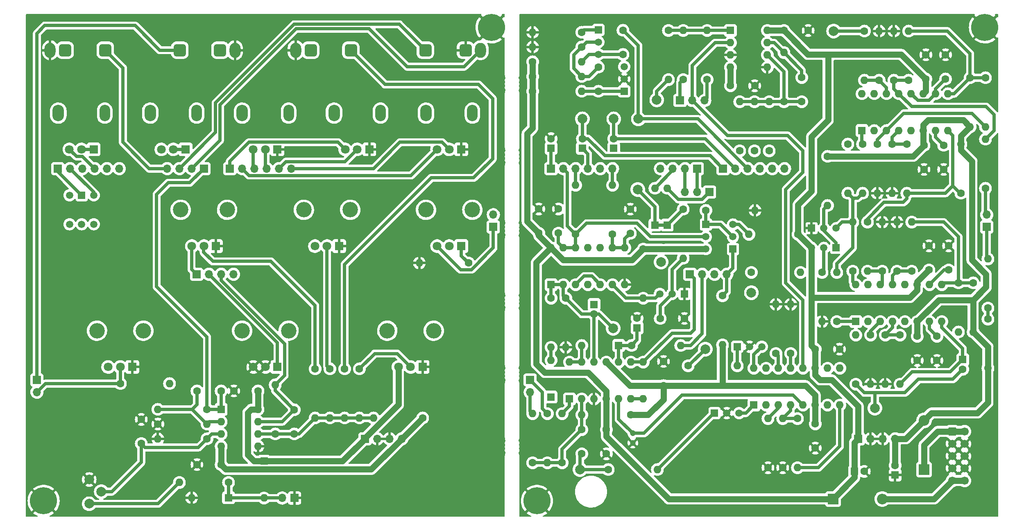
<source format=gtl>
%TF.GenerationSoftware,KiCad,Pcbnew,(6.0.6-0)*%
%TF.CreationDate,2022-10-16T11:02:50+01:00*%
%TF.ProjectId,magnum-drum-synth,6d61676e-756d-42d6-9472-756d2d73796e,r04*%
%TF.SameCoordinates,Original*%
%TF.FileFunction,Copper,L1,Top*%
%TF.FilePolarity,Positive*%
%FSLAX46Y46*%
G04 Gerber Fmt 4.6, Leading zero omitted, Abs format (unit mm)*
G04 Created by KiCad (PCBNEW (6.0.6-0)) date 2022-10-16 11:02:50*
%MOMM*%
%LPD*%
G01*
G04 APERTURE LIST*
G04 Aperture macros list*
%AMRoundRect*
0 Rectangle with rounded corners*
0 $1 Rounding radius*
0 $2 $3 $4 $5 $6 $7 $8 $9 X,Y pos of 4 corners*
0 Add a 4 corners polygon primitive as box body*
4,1,4,$2,$3,$4,$5,$6,$7,$8,$9,$2,$3,0*
0 Add four circle primitives for the rounded corners*
1,1,$1+$1,$2,$3*
1,1,$1+$1,$4,$5*
1,1,$1+$1,$6,$7*
1,1,$1+$1,$8,$9*
0 Add four rect primitives between the rounded corners*
20,1,$1+$1,$2,$3,$4,$5,0*
20,1,$1+$1,$4,$5,$6,$7,0*
20,1,$1+$1,$6,$7,$8,$9,0*
20,1,$1+$1,$8,$9,$2,$3,0*%
G04 Aperture macros list end*
%TA.AperFunction,ComponentPad*%
%ADD10C,5.600000*%
%TD*%
%TA.AperFunction,ComponentPad*%
%ADD11C,1.600000*%
%TD*%
%TA.AperFunction,ComponentPad*%
%ADD12O,1.600000X1.600000*%
%TD*%
%TA.AperFunction,ComponentPad*%
%ADD13C,2.000000*%
%TD*%
%TA.AperFunction,ComponentPad*%
%ADD14R,1.500000X1.500000*%
%TD*%
%TA.AperFunction,ComponentPad*%
%ADD15C,1.500000*%
%TD*%
%TA.AperFunction,ComponentPad*%
%ADD16R,1.700000X1.700000*%
%TD*%
%TA.AperFunction,ComponentPad*%
%ADD17O,1.700000X1.700000*%
%TD*%
%TA.AperFunction,ComponentPad*%
%ADD18R,1.600000X1.600000*%
%TD*%
%TA.AperFunction,ComponentPad*%
%ADD19RoundRect,0.250000X-0.600000X-0.600000X0.600000X-0.600000X0.600000X0.600000X-0.600000X0.600000X0*%
%TD*%
%TA.AperFunction,ComponentPad*%
%ADD20C,1.700000*%
%TD*%
%TA.AperFunction,ComponentPad*%
%ADD21C,1.200000*%
%TD*%
%TA.AperFunction,ComponentPad*%
%ADD22R,2.200000X2.200000*%
%TD*%
%TA.AperFunction,ComponentPad*%
%ADD23O,2.200000X2.200000*%
%TD*%
%TA.AperFunction,ComponentPad*%
%ADD24O,2.300000X3.100000*%
%TD*%
%TA.AperFunction,ComponentPad*%
%ADD25RoundRect,0.650000X-0.650000X0.650000X-0.650000X-0.650000X0.650000X-0.650000X0.650000X0.650000X0*%
%TD*%
%TA.AperFunction,ComponentPad*%
%ADD26C,3.200000*%
%TD*%
%TA.AperFunction,ComponentPad*%
%ADD27R,1.800000X1.800000*%
%TD*%
%TA.AperFunction,ComponentPad*%
%ADD28C,1.800000*%
%TD*%
%TA.AperFunction,ComponentPad*%
%ADD29O,2.400000X3.400000*%
%TD*%
%TA.AperFunction,ComponentPad*%
%ADD30O,2.200000X3.400000*%
%TD*%
%TA.AperFunction,ComponentPad*%
%ADD31RoundRect,0.650000X0.650000X-0.650000X0.650000X0.650000X-0.650000X0.650000X-0.650000X-0.650000X0*%
%TD*%
%TA.AperFunction,ViaPad*%
%ADD32C,0.762000*%
%TD*%
%TA.AperFunction,Conductor*%
%ADD33C,0.635000*%
%TD*%
%TA.AperFunction,Conductor*%
%ADD34C,1.270000*%
%TD*%
G04 APERTURE END LIST*
D10*
%TO.P,H9,1,1*%
%TO.N,GND*%
X34163000Y-131191000D03*
%TD*%
D11*
%TO.P,R73,1*%
%TO.N,+12V*%
X190119000Y-76073000D03*
D12*
%TO.P,R73,2*%
%TO.N,Net-(Q9-Pad3)*%
X179959000Y-76073000D03*
%TD*%
D11*
%TO.P,R3,1*%
%TO.N,/OSC2_LFO_Main*%
X144145000Y-76073000D03*
D12*
%TO.P,R3,2*%
%TO.N,/OSC2_Freq_L*%
X144145000Y-65913000D03*
%TD*%
D11*
%TO.P,R20,1*%
%TO.N,Net-(J12-PadT)*%
X96393000Y-103886000D03*
D12*
%TO.P,R20,2*%
%TO.N,Net-(C12-Pad1)*%
X96393000Y-114046000D03*
%TD*%
D13*
%TO.P,TP4,1,1*%
%TO.N,Net-(D3-Pad1)*%
X156972000Y-66802000D03*
%TD*%
D11*
%TO.P,R72,1*%
%TO.N,Net-(J27-Pad3)*%
X171323000Y-44069000D03*
D12*
%TO.P,R72,2*%
%TO.N,/OutputVCA/Output*%
X171323000Y-33909000D03*
%TD*%
D11*
%TO.P,R4,1*%
%TO.N,+12V*%
X135255000Y-43434000D03*
D12*
%TO.P,R4,2*%
%TO.N,Net-(C4-Pad2)*%
X145415000Y-43434000D03*
%TD*%
D11*
%TO.P,R50,1*%
%TO.N,Net-(R43-Pad2)*%
X212979000Y-44196000D03*
D12*
%TO.P,R50,2*%
%TO.N,Net-(R50-Pad2)*%
X212979000Y-34036000D03*
%TD*%
D10*
%TO.P,H7,1,1*%
%TO.N,GND*%
X228727000Y-33274000D03*
%TD*%
D14*
%TO.P,Q4,1,E*%
%TO.N,GND*%
X166624000Y-88392000D03*
D15*
%TO.P,Q4,2,B*%
%TO.N,Net-(C11-Pad2)*%
X164084000Y-88392000D03*
%TO.P,Q4,3,C*%
%TO.N,Net-(Q4-Pad3)*%
X161544000Y-88392000D03*
%TD*%
D16*
%TO.P,J7,1,Pin_1*%
%TO.N,Net-(J7-Pad1)*%
X72644000Y-62484000D03*
D17*
%TO.P,J7,2,Pin_2*%
%TO.N,Net-(J7-Pad2)*%
X75184000Y-62484000D03*
%TO.P,J7,3,Pin_3*%
%TO.N,Net-(J7-Pad3)*%
X77724000Y-62484000D03*
%TO.P,J7,4,Pin_4*%
%TO.N,Net-(J7-Pad4)*%
X80264000Y-62484000D03*
%TO.P,J7,5,Pin_5*%
%TO.N,Net-(J7-Pad5)*%
X82804000Y-62484000D03*
%TO.P,J7,6,Pin_6*%
%TO.N,Net-(J7-Pad6)*%
X85344000Y-62484000D03*
%TD*%
D18*
%TO.P,C9,1*%
%TO.N,Net-(C9-Pad1)*%
X147955000Y-90583000D03*
D11*
%TO.P,C9,2*%
%TO.N,/Trigger*%
X147955000Y-92583000D03*
%TD*%
%TO.P,R68,1*%
%TO.N,/OutputVCA/Input*%
X202057000Y-107061000D03*
D12*
%TO.P,R68,2*%
%TO.N,Net-(R68-Pad2)*%
X202057000Y-96901000D03*
%TD*%
D18*
%TO.P,C6,1*%
%TO.N,/OSC1_Freq_R*%
X152019000Y-58293000D03*
D11*
%TO.P,C6,2*%
%TO.N,/OSC1_Signal*%
X152019000Y-56293000D03*
%TD*%
%TO.P,R30,1*%
%TO.N,Net-(J21-Pad1)*%
X138303000Y-113157000D03*
D12*
%TO.P,R30,2*%
%TO.N,Net-(C14-Pad1)*%
X138303000Y-123317000D03*
%TD*%
D14*
%TO.P,Q2,1,E*%
%TO.N,Net-(Q2-Pad1)*%
X148844000Y-33782000D03*
D15*
%TO.P,Q2,2,B*%
%TO.N,Net-(C4-Pad2)*%
X148844000Y-36322000D03*
%TO.P,Q2,3,C*%
%TO.N,Net-(C5-Pad1)*%
X148844000Y-38862000D03*
%TD*%
D11*
%TO.P,R66,1*%
%TO.N,Net-(R45-Pad1)*%
X223774000Y-67564000D03*
D12*
%TO.P,R66,2*%
%TO.N,-12V*%
X223774000Y-57404000D03*
%TD*%
D11*
%TO.P,R33,1*%
%TO.N,Net-(C14-Pad1)*%
X141351000Y-123317000D03*
D12*
%TO.P,R33,2*%
%TO.N,Net-(C14-Pad2)*%
X141351000Y-113157000D03*
%TD*%
D11*
%TO.P,R23,1*%
%TO.N,Net-(R23-Pad1)*%
X90297000Y-103886000D03*
D12*
%TO.P,R23,2*%
%TO.N,Net-(C12-Pad1)*%
X90297000Y-114046000D03*
%TD*%
D11*
%TO.P,R61,1*%
%TO.N,Net-(R57-Pad2)*%
X205105000Y-96901000D03*
D12*
%TO.P,R61,2*%
%TO.N,GND*%
X205105000Y-107061000D03*
%TD*%
D11*
%TO.P,R67,1*%
%TO.N,/Filter/Output*%
X229362000Y-93599000D03*
D12*
%TO.P,R67,2*%
%TO.N,-12V*%
X229362000Y-103759000D03*
%TD*%
D11*
%TO.P,R1,1*%
%TO.N,+12V*%
X135255000Y-46482000D03*
D12*
%TO.P,R1,2*%
%TO.N,Net-(C4-Pad1)*%
X145415000Y-46482000D03*
%TD*%
D11*
%TO.P,R5,1*%
%TO.N,Net-(C4-Pad2)*%
X145415000Y-37338000D03*
D12*
%TO.P,R5,2*%
%TO.N,GND*%
X135255000Y-37338000D03*
%TD*%
D11*
%TO.P,R14,1*%
%TO.N,/Trigger*%
X142113000Y-89281000D03*
D12*
%TO.P,R14,2*%
%TO.N,GND*%
X142113000Y-99441000D03*
%TD*%
D11*
%TO.P,R41,1*%
%TO.N,/OutputVCA/Output*%
X163322000Y-33909000D03*
D12*
%TO.P,R41,2*%
%TO.N,/Final_Output_Main*%
X163322000Y-44069000D03*
%TD*%
D11*
%TO.P,R29,1*%
%TO.N,Net-(Q5-Pad2)*%
X195072000Y-83947000D03*
D12*
%TO.P,R29,2*%
%TO.N,GND*%
X195072000Y-94107000D03*
%TD*%
D11*
%TO.P,C20,1*%
%TO.N,GND*%
X218821000Y-102155000D03*
%TO.P,C20,2*%
%TO.N,Net-(C20-Pad2)*%
X218821000Y-97155000D03*
%TD*%
%TO.P,R22,1*%
%TO.N,Net-(R22-Pad1)*%
X93345000Y-103886000D03*
D12*
%TO.P,R22,2*%
%TO.N,Net-(C12-Pad1)*%
X93345000Y-114046000D03*
%TD*%
D13*
%TO.P,TP12,1,1*%
%TO.N,Net-(C14-Pad2)*%
X145034000Y-124714000D03*
%TD*%
D11*
%TO.P,C14,1*%
%TO.N,Net-(C14-Pad1)*%
X145415000Y-116459000D03*
%TO.P,C14,2*%
%TO.N,Net-(C14-Pad2)*%
X145415000Y-121459000D03*
%TD*%
%TO.P,R28,1*%
%TO.N,/Freq_Control_Main*%
X180467000Y-83947000D03*
D12*
%TO.P,R28,2*%
%TO.N,Net-(Q5-Pad2)*%
X190627000Y-83947000D03*
%TD*%
D13*
%TO.P,TP3,1,1*%
%TO.N,/OSC2_Signal*%
X145542000Y-52197000D03*
%TD*%
D11*
%TO.P,R27,1*%
%TO.N,Net-(C14-Pad1)*%
X135255000Y-123317000D03*
D12*
%TO.P,R27,2*%
%TO.N,Net-(J21-Pad2)*%
X135255000Y-113157000D03*
%TD*%
D13*
%TO.P,TP5,1,1*%
%TO.N,/Trigger*%
X151892000Y-95504000D03*
%TD*%
D14*
%TO.P,Q5,1,E*%
%TO.N,Net-(Q5-Pad1)*%
X197993000Y-78867000D03*
D15*
%TO.P,Q5,2,B*%
%TO.N,Net-(Q5-Pad2)*%
X195453000Y-78867000D03*
%TO.P,Q5,3,C*%
%TO.N,+12V*%
X192913000Y-78867000D03*
%TD*%
D18*
%TO.P,C13,1*%
%TO.N,Net-(C13-Pad1)*%
X156845000Y-95427800D03*
D11*
%TO.P,C13,2*%
%TO.N,GND*%
X156845000Y-93427800D03*
%TD*%
%TO.P,C32,1*%
%TO.N,GND*%
X216154000Y-62658000D03*
%TO.P,C32,2*%
%TO.N,-12V*%
X216154000Y-57658000D03*
%TD*%
D16*
%TO.P,J20,1,Pin_1*%
%TO.N,Net-(J18-PadT)*%
X32766000Y-106172000D03*
D17*
%TO.P,J20,2,Pin_2*%
%TO.N,Net-(J20-Pad2)*%
X32766000Y-108712000D03*
%TD*%
D18*
%TO.P,U3,1*%
%TO.N,Net-(C36-Pad2)*%
X70866000Y-112268000D03*
D12*
%TO.P,U3,2,-*%
%TO.N,Net-(C36-Pad1)*%
X70866000Y-114808000D03*
%TO.P,U3,3,+*%
%TO.N,Net-(C8-Pad2)*%
X70866000Y-117348000D03*
%TO.P,U3,4,V-*%
%TO.N,-12V*%
X70866000Y-119888000D03*
%TO.P,U3,5,+*%
%TO.N,GND*%
X78486000Y-119888000D03*
%TO.P,U3,6,-*%
%TO.N,Net-(C12-Pad1)*%
X78486000Y-117348000D03*
%TO.P,U3,7*%
%TO.N,/Freq_Control_Ctrl*%
X78486000Y-114808000D03*
%TO.P,U3,8,V+*%
%TO.N,+12V*%
X78486000Y-112268000D03*
%TD*%
D11*
%TO.P,C18,1*%
%TO.N,GND*%
X221234000Y-78439000D03*
%TO.P,C18,2*%
%TO.N,Net-(C18-Pad2)*%
X221234000Y-83439000D03*
%TD*%
D18*
%TO.P,D1,1,K*%
%TO.N,+12V*%
X79730600Y-122986800D03*
D12*
%TO.P,D1,2,A*%
%TO.N,Net-(D1-Pad2)*%
X79730600Y-130606800D03*
%TD*%
D11*
%TO.P,R63,1*%
%TO.N,Net-(R59-Pad1)*%
X211201000Y-96901000D03*
D12*
%TO.P,R63,2*%
%TO.N,/Filter/Output*%
X211201000Y-107061000D03*
%TD*%
D11*
%TO.P,R55,1*%
%TO.N,Net-(R51-Pad2)*%
X226314000Y-86106000D03*
D12*
%TO.P,R55,2*%
%TO.N,-12V*%
X226314000Y-96266000D03*
%TD*%
D11*
%TO.P,C28,1*%
%TO.N,GND*%
X162306000Y-102362000D03*
%TO.P,C28,2*%
%TO.N,-12V*%
X162306000Y-107362000D03*
%TD*%
%TO.P,C17,1*%
%TO.N,GND*%
X220599000Y-38942000D03*
%TO.P,C17,2*%
%TO.N,Net-(C17-Pad2)*%
X220599000Y-43942000D03*
%TD*%
%TO.P,C34,1*%
%TO.N,GND*%
X181149000Y-45339000D03*
%TO.P,C34,2*%
%TO.N,-12V*%
X176149000Y-45339000D03*
%TD*%
%TO.P,R26,1*%
%TO.N,Net-(C13-Pad1)*%
X155702000Y-99060000D03*
D12*
%TO.P,R26,2*%
%TO.N,/Filter_Env_Decay*%
X165862000Y-99060000D03*
%TD*%
D11*
%TO.P,R59,1*%
%TO.N,Net-(R59-Pad1)*%
X208153000Y-96901000D03*
D12*
%TO.P,R59,2*%
%TO.N,GND*%
X208153000Y-107061000D03*
%TD*%
D11*
%TO.P,R8,1*%
%TO.N,Net-(Q2-Pad1)*%
X145415000Y-34290000D03*
D12*
%TO.P,R8,2*%
%TO.N,GND*%
X135255000Y-34290000D03*
%TD*%
D18*
%TO.P,D3,1,K*%
%TO.N,Net-(D3-Pad1)*%
X163068000Y-74168000D03*
D12*
%TO.P,D3,2,A*%
%TO.N,Net-(D3-Pad2)*%
X163068000Y-66548000D03*
%TD*%
D13*
%TO.P,TP2,1,1*%
%TO.N,/OSC1_Signal*%
X152019000Y-52197000D03*
%TD*%
D18*
%TO.P,D5,1,K*%
%TO.N,Net-(C13-Pad1)*%
X153035000Y-99060000D03*
D12*
%TO.P,D5,2,A*%
%TO.N,Net-(D5-Pad2)*%
X145415000Y-99060000D03*
%TD*%
D11*
%TO.P,R9,1*%
%TO.N,Net-(Q3-Pad1)*%
X171069000Y-71120000D03*
D12*
%TO.P,R9,2*%
%TO.N,GND*%
X181229000Y-71120000D03*
%TD*%
D11*
%TO.P,R25,1*%
%TO.N,Net-(J20-Pad2)*%
X50038000Y-106934000D03*
D12*
%TO.P,R25,2*%
%TO.N,+12V*%
X60198000Y-106934000D03*
%TD*%
D19*
%TO.P,J28,1,-12V*%
%TO.N,Net-(D8-Pad1)*%
X221996000Y-116840000D03*
D20*
%TO.P,J28,2,-12V*%
X224536000Y-116840000D03*
%TO.P,J28,3,GND*%
%TO.N,GND*%
X221996000Y-119380000D03*
%TO.P,J28,4,GND*%
X224536000Y-119380000D03*
%TO.P,J28,5,GND*%
X221996000Y-121920000D03*
%TO.P,J28,6,GND*%
X224536000Y-121920000D03*
%TO.P,J28,7,GND*%
X221996000Y-124460000D03*
%TO.P,J28,8,GND*%
X224536000Y-124460000D03*
%TO.P,J28,9,+12V*%
%TO.N,Net-(D7-Pad2)*%
X221996000Y-127000000D03*
%TO.P,J28,10,+12V*%
X224536000Y-127000000D03*
%TD*%
D18*
%TO.P,D2,1,K*%
%TO.N,Net-(D1-Pad2)*%
X72390000Y-130556000D03*
D12*
%TO.P,D2,2,A*%
%TO.N,GND*%
X64770000Y-130556000D03*
%TD*%
D16*
%TO.P,J9,1,Pin_1*%
%TO.N,Net-(J9-Pad1)*%
X37084000Y-62484000D03*
D17*
%TO.P,J9,2,Pin_2*%
%TO.N,Net-(J9-Pad2)*%
X39624000Y-62484000D03*
%TO.P,J9,3,Pin_3*%
%TO.N,Net-(J9-Pad3)*%
X42164000Y-62484000D03*
%TO.P,J9,4,Pin_4*%
%TO.N,Net-(J9-Pad4)*%
X44704000Y-62484000D03*
%TO.P,J9,5,Pin_5*%
%TO.N,Net-(J9-Pad5)*%
X47244000Y-62484000D03*
%TO.P,J9,6,Pin_6*%
%TO.N,Net-(J9-Pad6)*%
X49784000Y-62484000D03*
%TD*%
D11*
%TO.P,R6,1*%
%TO.N,Net-(D1-Pad2)*%
X72390000Y-127381000D03*
D12*
%TO.P,R6,2*%
%TO.N,Net-(R6-Pad2)*%
X62230000Y-127381000D03*
%TD*%
D10*
%TO.P,H10,1,1*%
%TO.N,GND*%
X126746000Y-33274000D03*
%TD*%
D18*
%TO.P,U5,1*%
%TO.N,Net-(R64-Pad1)*%
X203327000Y-54610000D03*
D12*
%TO.P,U5,2,DIODE_BIAS*%
%TO.N,unconnected-(U5-Pad2)*%
X205867000Y-54610000D03*
%TO.P,U5,3,+*%
%TO.N,Net-(R56-Pad2)*%
X208407000Y-54610000D03*
%TO.P,U5,4,-*%
%TO.N,Net-(R58-Pad1)*%
X210947000Y-54610000D03*
%TO.P,U5,5*%
%TO.N,Net-(C19-Pad2)*%
X213487000Y-54610000D03*
%TO.P,U5,6,V-*%
%TO.N,-12V*%
X216027000Y-54610000D03*
%TO.P,U5,7*%
%TO.N,Net-(C19-Pad2)*%
X218567000Y-54610000D03*
%TO.P,U5,8*%
%TO.N,Net-(R45-Pad1)*%
X221107000Y-54610000D03*
%TO.P,U5,9*%
%TO.N,Net-(R50-Pad2)*%
X221107000Y-46990000D03*
%TO.P,U5,10*%
%TO.N,Net-(C17-Pad2)*%
X218567000Y-46990000D03*
%TO.P,U5,11,V+*%
%TO.N,+12V*%
X216027000Y-46990000D03*
%TO.P,U5,12*%
%TO.N,Net-(C17-Pad2)*%
X213487000Y-46990000D03*
%TO.P,U5,13,-*%
%TO.N,Net-(R43-Pad2)*%
X210947000Y-46990000D03*
%TO.P,U5,14,+*%
%TO.N,Net-(R44-Pad2)*%
X208407000Y-46990000D03*
%TO.P,U5,15,DIODE_BIAS*%
%TO.N,unconnected-(U5-Pad15)*%
X205867000Y-46990000D03*
%TO.P,U5,16*%
%TO.N,Net-(R52-Pad1)*%
X203327000Y-46990000D03*
%TD*%
D13*
%TO.P,TP9,1,1*%
%TO.N,Net-(R42-Pad1)*%
X170942000Y-99822000D03*
%TD*%
D11*
%TO.P,C35,1*%
%TO.N,+12V*%
X193675000Y-99822000D03*
%TO.P,C35,2*%
%TO.N,GND*%
X198675000Y-99822000D03*
%TD*%
%TO.P,C5,1*%
%TO.N,Net-(C5-Pad1)*%
X153924000Y-38862000D03*
%TO.P,C5,2*%
%TO.N,/Noise_Signal*%
X153924000Y-33862000D03*
%TD*%
%TO.P,R62,1*%
%TO.N,Net-(R58-Pad1)*%
X212598000Y-57404000D03*
D12*
%TO.P,R62,2*%
%TO.N,Net-(R45-Pad1)*%
X212598000Y-67564000D03*
%TD*%
D14*
%TO.P,Q8,1,E*%
%TO.N,Net-(Q8-Pad1)*%
X177546000Y-99314000D03*
D15*
%TO.P,Q8,2,B*%
%TO.N,GND*%
X180086000Y-99314000D03*
%TO.P,Q8,3,C*%
%TO.N,/OutputVCA/I_Gain*%
X182626000Y-99314000D03*
%TD*%
D11*
%TO.P,R74,1*%
%TO.N,/OSC2_LFO_Signal*%
X174498000Y-88773000D03*
D12*
%TO.P,R74,2*%
%TO.N,-12V*%
X174498000Y-98933000D03*
%TD*%
D11*
%TO.P,R48,1*%
%TO.N,Net-(R44-Pad2)*%
X206883000Y-44196000D03*
D12*
%TO.P,R48,2*%
%TO.N,GND*%
X206883000Y-34036000D03*
%TD*%
D10*
%TO.P,H8,1,1*%
%TO.N,GND*%
X136144000Y-131191000D03*
%TD*%
D11*
%TO.P,R51,1*%
%TO.N,Net-(R47-Pad1)*%
X213614000Y-83693000D03*
D12*
%TO.P,R51,2*%
%TO.N,Net-(R51-Pad2)*%
X213614000Y-73533000D03*
%TD*%
D18*
%TO.P,U2,1*%
%TO.N,/OutputVCA/Output*%
X176149000Y-33909000D03*
D12*
%TO.P,U2,2,-*%
%TO.N,Net-(J27-Pad2)*%
X176149000Y-36449000D03*
%TO.P,U2,3,+*%
%TO.N,GND*%
X176149000Y-38989000D03*
%TO.P,U2,4,V-*%
%TO.N,-12V*%
X176149000Y-41529000D03*
%TO.P,U2,5,+*%
%TO.N,GND*%
X183769000Y-41529000D03*
%TO.P,U2,6,-*%
%TO.N,Net-(C10-Pad1)*%
X183769000Y-38989000D03*
%TO.P,U2,7*%
%TO.N,/Filter/Input*%
X183769000Y-36449000D03*
%TO.P,U2,8,V+*%
%TO.N,+12V*%
X183769000Y-33909000D03*
%TD*%
D11*
%TO.P,R42,1*%
%TO.N,Net-(R42-Pad1)*%
X167386000Y-103251000D03*
D12*
%TO.P,R42,2*%
%TO.N,Net-(Q8-Pad1)*%
X177546000Y-103251000D03*
%TD*%
D11*
%TO.P,R53,1*%
%TO.N,Net-(R53-Pad1)*%
X201422000Y-83693000D03*
D12*
%TO.P,R53,2*%
%TO.N,/Filter/I_Freq*%
X201422000Y-73533000D03*
%TD*%
D11*
%TO.P,C2,1*%
%TO.N,GND*%
X155448000Y-70866000D03*
%TO.P,C2,2*%
%TO.N,Net-(C2-Pad2)*%
X155448000Y-75866000D03*
%TD*%
%TO.P,R70,1*%
%TO.N,Net-(R70-Pad1)*%
X185547000Y-100711000D03*
D12*
%TO.P,R70,2*%
%TO.N,GND*%
X185547000Y-90551000D03*
%TD*%
D16*
%TO.P,J27,1,Pin_1*%
%TO.N,Net-(J27-Pad1)*%
X165735000Y-48387000D03*
D17*
%TO.P,J27,2,Pin_2*%
%TO.N,Net-(J27-Pad2)*%
X168275000Y-48387000D03*
%TO.P,J27,3,Pin_3*%
%TO.N,Net-(J27-Pad3)*%
X170815000Y-48387000D03*
%TD*%
D11*
%TO.P,R60,1*%
%TO.N,Net-(R56-Pad2)*%
X206502000Y-57404000D03*
D12*
%TO.P,R60,2*%
%TO.N,GND*%
X206502000Y-67564000D03*
%TD*%
D11*
%TO.P,R7,1*%
%TO.N,+12V*%
X135255000Y-40386000D03*
D12*
%TO.P,R7,2*%
%TO.N,Net-(C5-Pad1)*%
X145415000Y-40386000D03*
%TD*%
D16*
%TO.P,J29,1,Pin_1*%
%TO.N,+12V*%
X100584000Y-118364000D03*
D17*
%TO.P,J29,2,Pin_2*%
%TO.N,GND*%
X103124000Y-118364000D03*
%TO.P,J29,3,Pin_3*%
X105664000Y-118364000D03*
%TO.P,J29,4,Pin_4*%
%TO.N,-12V*%
X108204000Y-118364000D03*
%TD*%
D11*
%TO.P,R47,1*%
%TO.N,Net-(R47-Pad1)*%
X210566000Y-83693000D03*
D12*
%TO.P,R47,2*%
%TO.N,GND*%
X210566000Y-73533000D03*
%TD*%
D14*
%TO.P,Q1,1,E*%
%TO.N,Net-(C4-Pad1)*%
X154178000Y-46482000D03*
D15*
%TO.P,Q1,2,B*%
%TO.N,GND*%
X154178000Y-43942000D03*
%TO.P,Q1,3,C*%
%TO.N,unconnected-(Q1-Pad3)*%
X154178000Y-41402000D03*
%TD*%
D18*
%TO.P,C7,1*%
%TO.N,/OSC2_Freq_R*%
X145542000Y-58293000D03*
D11*
%TO.P,C7,2*%
%TO.N,/OSC2_Signal*%
X145542000Y-56293000D03*
%TD*%
%TO.P,R44,1*%
%TO.N,/Filter/Input*%
X203835000Y-34036000D03*
D12*
%TO.P,R44,2*%
%TO.N,Net-(R44-Pad2)*%
X203835000Y-44196000D03*
%TD*%
D11*
%TO.P,C31,1*%
%TO.N,+12V*%
X78486000Y-108458000D03*
%TO.P,C31,2*%
%TO.N,GND*%
X73486000Y-108458000D03*
%TD*%
D13*
%TO.P,TP8,1,1*%
%TO.N,/Filter_Env*%
X161798000Y-81788000D03*
%TD*%
D16*
%TO.P,J11,1,Pin_1*%
%TO.N,/Filter_Env_Mod_Ctrl*%
X65786000Y-84328000D03*
D17*
%TO.P,J11,2,Pin_2*%
%TO.N,/Filter_Env_Decay_Ctrl*%
X68326000Y-84328000D03*
%TO.P,J11,3,Pin_3*%
%TO.N,/Freq_Control_Ctrl*%
X70866000Y-84328000D03*
%TO.P,J11,4,Pin_4*%
%TO.N,/Filter_LFO_Mod_Ctrl*%
X73406000Y-84328000D03*
%TD*%
D21*
%TO.P,C16,1*%
%TO.N,Net-(C16-Pad1)*%
X155956000Y-117221000D03*
%TO.P,C16,2*%
%TO.N,GND*%
X155956000Y-119221000D03*
%TD*%
D16*
%TO.P,J3,1,Pin_1*%
%TO.N,Net-(C36-Pad2)*%
X67310000Y-62484000D03*
D17*
%TO.P,J3,2,Pin_2*%
%TO.N,Net-(J2-PadS)*%
X64770000Y-62484000D03*
%TO.P,J3,3,Pin_3*%
%TO.N,Net-(J2-PadT)*%
X62230000Y-62484000D03*
%TO.P,J3,4,Pin_4*%
%TO.N,/Final_Output_Ctrl*%
X59690000Y-62484000D03*
%TD*%
D13*
%TO.P,TP10,1,1*%
%TO.N,/OutputVCA/Input*%
X205994000Y-112014000D03*
%TD*%
D11*
%TO.P,R37,1*%
%TO.N,Net-(C14-Pad2)*%
X150876000Y-124714000D03*
D12*
%TO.P,R37,2*%
%TO.N,Net-(Q7-Pad1)*%
X161036000Y-124714000D03*
%TD*%
D11*
%TO.P,R39,1*%
%TO.N,GND*%
X183896000Y-124333000D03*
D12*
%TO.P,R39,2*%
%TO.N,Net-(R39-Pad2)*%
X183896000Y-114173000D03*
%TD*%
D14*
%TO.P,Q6,1,E*%
%TO.N,GND*%
X192913000Y-74803000D03*
D15*
%TO.P,Q6,2,B*%
%TO.N,Net-(Q5-Pad1)*%
X195453000Y-74803000D03*
%TO.P,Q6,3,C*%
%TO.N,/Filter/I_Freq*%
X197993000Y-74803000D03*
%TD*%
D13*
%TO.P,TP1,1,1*%
%TO.N,/Noise_Signal*%
X157099000Y-52197000D03*
%TD*%
D11*
%TO.P,R64,1*%
%TO.N,Net-(R64-Pad1)*%
X203454000Y-57404000D03*
D12*
%TO.P,R64,2*%
%TO.N,/Filter/I_Freq*%
X203454000Y-67564000D03*
%TD*%
D11*
%TO.P,R19,1*%
%TO.N,Net-(R19-Pad1)*%
X99441000Y-103886000D03*
D12*
%TO.P,R19,2*%
%TO.N,Net-(C12-Pad1)*%
X99441000Y-114046000D03*
%TD*%
D11*
%TO.P,R65,1*%
%TO.N,Net-(R65-Pad1)*%
X198120000Y-94107000D03*
D12*
%TO.P,R65,2*%
%TO.N,/Filter/I_Freq*%
X198120000Y-83947000D03*
%TD*%
D11*
%TO.P,R40,1*%
%TO.N,Net-(R36-Pad2)*%
X189992000Y-114173000D03*
D12*
%TO.P,R40,2*%
%TO.N,Net-(R40-Pad2)*%
X189992000Y-124333000D03*
%TD*%
D16*
%TO.P,J23,1,Pin_1*%
%TO.N,Net-(J23-Pad1)*%
X127127000Y-74549000D03*
D17*
%TO.P,J23,2,Pin_2*%
%TO.N,Net-(J23-Pad2)*%
X127127000Y-72009000D03*
%TD*%
D16*
%TO.P,J5,1,Pin_1*%
%TO.N,Net-(D3-Pad2)*%
X171831000Y-67310000D03*
D17*
%TO.P,J5,2,Pin_2*%
%TO.N,Net-(J4-Pad1)*%
X169291000Y-67310000D03*
%TO.P,J5,3,Pin_3*%
%TO.N,Net-(J4-Pad2)*%
X166751000Y-67310000D03*
%TD*%
D11*
%TO.P,R43,1*%
%TO.N,/Res_Amount*%
X228854000Y-66548000D03*
D12*
%TO.P,R43,2*%
%TO.N,Net-(R43-Pad2)*%
X228854000Y-56388000D03*
%TD*%
D11*
%TO.P,C30,1*%
%TO.N,GND*%
X65866000Y-123698000D03*
%TO.P,C30,2*%
%TO.N,-12V*%
X70866000Y-123698000D03*
%TD*%
%TO.P,C24,1*%
%TO.N,GND*%
X214757000Y-102155000D03*
%TO.P,C24,2*%
%TO.N,-12V*%
X214757000Y-97155000D03*
%TD*%
D13*
%TO.P,RV1,1,1*%
%TO.N,GND*%
X43581000Y-126786000D03*
%TO.P,RV1,2,2*%
%TO.N,Net-(C8-Pad2)*%
X46081000Y-129286000D03*
%TO.P,RV1,3,3*%
%TO.N,Net-(R6-Pad2)*%
X43581000Y-131786000D03*
%TD*%
D11*
%TO.P,R56,1*%
%TO.N,Net-(R50-Pad2)*%
X228854000Y-43688000D03*
D12*
%TO.P,R56,2*%
%TO.N,Net-(R56-Pad2)*%
X228854000Y-53848000D03*
%TD*%
D14*
%TO.P,Q9,1,E*%
%TO.N,/OSC2_LFO_Signal*%
X176657000Y-79121000D03*
D15*
%TO.P,Q9,2,B*%
%TO.N,Net-(Q3-Pad1)*%
X176657000Y-76581000D03*
%TO.P,Q9,3,C*%
%TO.N,Net-(Q9-Pad3)*%
X176657000Y-74041000D03*
%TD*%
D18*
%TO.P,C22,1*%
%TO.N,GND*%
X210185000Y-125857000D03*
D11*
%TO.P,C22,2*%
%TO.N,-12V*%
X210185000Y-123857000D03*
%TD*%
%TO.P,C11,1*%
%TO.N,GND*%
X166624000Y-93472000D03*
%TO.P,C11,2*%
%TO.N,Net-(C11-Pad2)*%
X161624000Y-93472000D03*
%TD*%
%TO.P,R2,1*%
%TO.N,Net-(C2-Pad2)*%
X151765000Y-76073000D03*
D12*
%TO.P,R2,2*%
%TO.N,/OSC1_Freq_L*%
X151765000Y-65913000D03*
%TD*%
D11*
%TO.P,R54,1*%
%TO.N,Net-(R50-Pad2)*%
X225679000Y-43688000D03*
D12*
%TO.P,R54,2*%
%TO.N,-12V*%
X225679000Y-53848000D03*
%TD*%
D14*
%TO.P,Q3,1,E*%
%TO.N,Net-(Q3-Pad1)*%
X171069000Y-74041000D03*
D15*
%TO.P,Q3,2,B*%
%TO.N,/OSC2_LFO_Main*%
X171069000Y-76581000D03*
%TO.P,Q3,3,C*%
%TO.N,+12V*%
X171069000Y-79121000D03*
%TD*%
D11*
%TO.P,R31,1*%
%TO.N,-12V*%
X155575000Y-113411000D03*
D12*
%TO.P,R31,2*%
%TO.N,Net-(C14-Pad1)*%
X145415000Y-113411000D03*
%TD*%
D11*
%TO.P,C33,1*%
%TO.N,+12V*%
X217170000Y-83439000D03*
%TO.P,C33,2*%
%TO.N,GND*%
X217170000Y-78439000D03*
%TD*%
%TO.P,C8,1*%
%TO.N,GND*%
X54356000Y-114340000D03*
%TO.P,C8,2*%
%TO.N,Net-(C8-Pad2)*%
X54356000Y-119340000D03*
%TD*%
D18*
%TO.P,C21,1*%
%TO.N,+12V*%
X201803000Y-125095000D03*
D11*
%TO.P,C21,2*%
%TO.N,GND*%
X203803000Y-125095000D03*
%TD*%
%TO.P,R16,1*%
%TO.N,/OSC1_Return*%
X184150000Y-58801000D03*
D12*
%TO.P,R16,2*%
%TO.N,Net-(C10-Pad1)*%
X184150000Y-48641000D03*
%TD*%
D11*
%TO.P,C19,1*%
%TO.N,GND*%
X220218000Y-62658000D03*
%TO.P,C19,2*%
%TO.N,Net-(C19-Pad2)*%
X220218000Y-57658000D03*
%TD*%
%TO.P,R45,1*%
%TO.N,Net-(R45-Pad1)*%
X204470000Y-73533000D03*
D12*
%TO.P,R45,2*%
%TO.N,Net-(R45-Pad2)*%
X204470000Y-83693000D03*
%TD*%
D11*
%TO.P,C12,1*%
%TO.N,Net-(C12-Pad1)*%
X85979000Y-117348000D03*
%TO.P,C12,2*%
%TO.N,/Freq_Control_Ctrl*%
X85979000Y-112348000D03*
%TD*%
%TO.P,R12,1*%
%TO.N,Net-(C36-Pad2)*%
X67945000Y-112268000D03*
D12*
%TO.P,R12,2*%
%TO.N,Net-(C36-Pad1)*%
X57785000Y-112268000D03*
%TD*%
D11*
%TO.P,R46,1*%
%TO.N,Net-(R43-Pad2)*%
X209931000Y-44196000D03*
D12*
%TO.P,R46,2*%
%TO.N,GND*%
X209931000Y-34036000D03*
%TD*%
D18*
%TO.P,D4,1,K*%
%TO.N,Net-(D3-Pad1)*%
X160528000Y-74168000D03*
D12*
%TO.P,D4,2,A*%
%TO.N,Net-(D4-Pad2)*%
X160528000Y-66548000D03*
%TD*%
D18*
%TO.P,U4,1*%
%TO.N,Net-(C14-Pad2)*%
X142875000Y-110109000D03*
D12*
%TO.P,U4,2,-*%
%TO.N,Net-(C14-Pad1)*%
X145415000Y-110109000D03*
%TO.P,U4,3,+*%
%TO.N,GND*%
X147955000Y-110109000D03*
%TO.P,U4,4,V+*%
%TO.N,+12V*%
X150495000Y-110109000D03*
%TO.P,U4,5,+*%
%TO.N,Net-(C16-Pad1)*%
X153035000Y-110109000D03*
%TO.P,U4,6,-*%
%TO.N,Net-(R42-Pad1)*%
X155575000Y-110109000D03*
%TO.P,U4,7*%
X158115000Y-110109000D03*
%TO.P,U4,8*%
%TO.N,/Filter_Env*%
X158115000Y-102489000D03*
%TO.P,U4,9,-*%
X155575000Y-102489000D03*
%TO.P,U4,10,+*%
%TO.N,Net-(C13-Pad1)*%
X153035000Y-102489000D03*
%TO.P,U4,11,V-*%
%TO.N,-12V*%
X150495000Y-102489000D03*
%TO.P,U4,12,+*%
%TO.N,/Trigger*%
X147955000Y-102489000D03*
%TO.P,U4,13,-*%
%TO.N,Net-(D5-Pad2)*%
X145415000Y-102489000D03*
%TO.P,U4,14*%
X142875000Y-102489000D03*
%TD*%
D11*
%TO.P,R17,1*%
%TO.N,/OSC2_Return*%
X181102000Y-58801000D03*
D12*
%TO.P,R17,2*%
%TO.N,Net-(C10-Pad1)*%
X181102000Y-48641000D03*
%TD*%
D11*
%TO.P,C4,1*%
%TO.N,Net-(C4-Pad1)*%
X148844000Y-46482000D03*
%TO.P,C4,2*%
%TO.N,Net-(C4-Pad2)*%
X148844000Y-41482000D03*
%TD*%
%TO.P,C3,1*%
%TO.N,/OSC2_LFO_Main*%
X140589000Y-75819000D03*
%TO.P,C3,2*%
%TO.N,GND*%
X140589000Y-70819000D03*
%TD*%
%TO.P,R75,1*%
%TO.N,Net-(D3-Pad1)*%
X166370000Y-70866000D03*
D12*
%TO.P,R75,2*%
%TO.N,Net-(C11-Pad2)*%
X166370000Y-81026000D03*
%TD*%
D11*
%TO.P,C27,1*%
%TO.N,+12V*%
X136525000Y-75819000D03*
%TO.P,C27,2*%
%TO.N,GND*%
X136525000Y-70819000D03*
%TD*%
%TO.P,C29,1*%
%TO.N,+12V*%
X150495000Y-116459000D03*
%TO.P,C29,2*%
%TO.N,GND*%
X150495000Y-121459000D03*
%TD*%
D14*
%TO.P,Q7,1,E*%
%TO.N,Net-(Q7-Pad1)*%
X172847000Y-113030000D03*
D15*
%TO.P,Q7,2,B*%
%TO.N,GND*%
X175387000Y-113030000D03*
%TO.P,Q7,3,C*%
%TO.N,Net-(Q7-Pad3)*%
X177927000Y-113030000D03*
%TD*%
D11*
%TO.P,R71,1*%
%TO.N,Net-(J27-Pad1)*%
X166370000Y-44069000D03*
D12*
%TO.P,R71,2*%
%TO.N,/OutputVCA/Output*%
X166370000Y-33909000D03*
%TD*%
D22*
%TO.P,D7,1,K*%
%TO.N,+12V*%
X197358000Y-130810000D03*
D23*
%TO.P,D7,2,A*%
%TO.N,Net-(D7-Pad2)*%
X207518000Y-130810000D03*
%TD*%
D11*
%TO.P,R24,1*%
%TO.N,Net-(C12-Pad1)*%
X82042000Y-117348000D03*
D12*
%TO.P,R24,2*%
%TO.N,/Freq_Control_Ctrl*%
X82042000Y-107188000D03*
%TD*%
D11*
%TO.P,C23,1*%
%TO.N,+12V*%
X216535000Y-43942000D03*
%TO.P,C23,2*%
%TO.N,GND*%
X216535000Y-38942000D03*
%TD*%
%TO.P,C25,1*%
%TO.N,+12V*%
X187198000Y-33909000D03*
%TO.P,C25,2*%
%TO.N,GND*%
X192198000Y-33909000D03*
%TD*%
%TO.P,R38,1*%
%TO.N,/Trigger*%
X139065000Y-89281000D03*
D12*
%TO.P,R38,2*%
%TO.N,Net-(D6-Pad2)*%
X139065000Y-99441000D03*
%TD*%
D18*
%TO.P,U1,1*%
%TO.N,/Trigger*%
X139065000Y-86487000D03*
D12*
%TO.P,U1,2*%
X141605000Y-86487000D03*
%TO.P,U1,3*%
%TO.N,Net-(U1-Pad3)*%
X144145000Y-86487000D03*
%TO.P,U1,4*%
%TO.N,Net-(C9-Pad1)*%
X146685000Y-86487000D03*
%TO.P,U1,5*%
%TO.N,Net-(U1-Pad3)*%
X149225000Y-86487000D03*
%TO.P,U1,6*%
%TO.N,Net-(Q4-Pad3)*%
X151765000Y-86487000D03*
%TO.P,U1,7,GND*%
%TO.N,GND*%
X154305000Y-86487000D03*
%TO.P,U1,8*%
%TO.N,Net-(C2-Pad2)*%
X154305000Y-78867000D03*
%TO.P,U1,9*%
X151765000Y-78867000D03*
%TO.P,U1,10*%
%TO.N,/OSC1_Freq_R*%
X149225000Y-78867000D03*
%TO.P,U1,11*%
%TO.N,/OSC2_Freq_R*%
X146685000Y-78867000D03*
%TO.P,U1,12*%
%TO.N,/OSC2_LFO_Main*%
X144145000Y-78867000D03*
%TO.P,U1,13*%
X141605000Y-78867000D03*
%TO.P,U1,14,VCC*%
%TO.N,+12V*%
X139065000Y-78867000D03*
%TD*%
D18*
%TO.P,U6,1*%
%TO.N,Net-(R65-Pad1)*%
X202057000Y-94107000D03*
D12*
%TO.P,U6,2,DIODE_BIAS*%
%TO.N,unconnected-(U6-Pad2)*%
X204597000Y-94107000D03*
%TO.P,U6,3,+*%
%TO.N,Net-(R57-Pad2)*%
X207137000Y-94107000D03*
%TO.P,U6,4,-*%
%TO.N,Net-(R59-Pad1)*%
X209677000Y-94107000D03*
%TO.P,U6,5*%
%TO.N,Net-(C20-Pad2)*%
X212217000Y-94107000D03*
%TO.P,U6,6,V-*%
%TO.N,-12V*%
X214757000Y-94107000D03*
%TO.P,U6,7*%
%TO.N,Net-(C20-Pad2)*%
X217297000Y-94107000D03*
%TO.P,U6,8*%
%TO.N,/Filter/Output*%
X219837000Y-94107000D03*
%TO.P,U6,9*%
%TO.N,Net-(R51-Pad2)*%
X219837000Y-86487000D03*
%TO.P,U6,10*%
%TO.N,Net-(C18-Pad2)*%
X217297000Y-86487000D03*
%TO.P,U6,11,V+*%
%TO.N,+12V*%
X214757000Y-86487000D03*
%TO.P,U6,12*%
%TO.N,Net-(C18-Pad2)*%
X212217000Y-86487000D03*
%TO.P,U6,13,-*%
%TO.N,Net-(R47-Pad1)*%
X209677000Y-86487000D03*
%TO.P,U6,14,+*%
%TO.N,Net-(R45-Pad2)*%
X207137000Y-86487000D03*
%TO.P,U6,15,DIODE_BIAS*%
%TO.N,unconnected-(U6-Pad15)*%
X204597000Y-86487000D03*
%TO.P,U6,16*%
%TO.N,Net-(R53-Pad1)*%
X202057000Y-86487000D03*
%TD*%
D18*
%TO.P,D6,1,K*%
%TO.N,Net-(C16-Pad1)*%
X139065000Y-109728000D03*
D12*
%TO.P,D6,2,A*%
%TO.N,Net-(D6-Pad2)*%
X139065000Y-102108000D03*
%TD*%
D11*
%TO.P,R34,1*%
%TO.N,/Filter/Output*%
X229362000Y-91313000D03*
D12*
%TO.P,R34,2*%
%TO.N,/Res_Top*%
X229362000Y-81153000D03*
%TD*%
D11*
%TO.P,R10,1*%
%TO.N,GND*%
X57785000Y-115316000D03*
D12*
%TO.P,R10,2*%
%TO.N,Net-(C36-Pad1)*%
X67945000Y-115316000D03*
%TD*%
D11*
%TO.P,R36,1*%
%TO.N,GND*%
X186944000Y-124333000D03*
D12*
%TO.P,R36,2*%
%TO.N,Net-(R36-Pad2)*%
X186944000Y-114173000D03*
%TD*%
D11*
%TO.P,R52,1*%
%TO.N,Net-(R52-Pad1)*%
X200406000Y-57404000D03*
D12*
%TO.P,R52,2*%
%TO.N,/Filter/I_Freq*%
X200406000Y-67564000D03*
%TD*%
D13*
%TO.P,TP11,1,1*%
%TO.N,/Final_Output_Main*%
X160909000Y-48260000D03*
%TD*%
D22*
%TO.P,D8,1,K*%
%TO.N,Net-(D8-Pad1)*%
X216154000Y-124714000D03*
D23*
%TO.P,D8,2,A*%
%TO.N,-12V*%
X216154000Y-114554000D03*
%TD*%
D18*
%TO.P,C1,1*%
%TO.N,/OSC2_LFO_Cap*%
X139065000Y-58293000D03*
D11*
%TO.P,C1,2*%
%TO.N,GND*%
X139065000Y-56293000D03*
%TD*%
%TO.P,C10,1*%
%TO.N,Net-(C10-Pad1)*%
X190881000Y-48641000D03*
%TO.P,C10,2*%
%TO.N,/Filter/Input*%
X190881000Y-43641000D03*
%TD*%
D18*
%TO.P,C15,1*%
%TO.N,/Filter/Output*%
X224155000Y-101981000D03*
D11*
%TO.P,C15,2*%
%TO.N,/OutputVCA/Input*%
X224155000Y-103981000D03*
%TD*%
%TO.P,R18,1*%
%TO.N,Net-(C10-Pad1)*%
X187198000Y-48641000D03*
D12*
%TO.P,R18,2*%
%TO.N,/Filter/Input*%
X187198000Y-38481000D03*
%TD*%
D18*
%TO.P,U7,1*%
%TO.N,Net-(Q7-Pad3)*%
X180975000Y-111379000D03*
D12*
%TO.P,U7,2,DIODE_BIAS*%
%TO.N,unconnected-(U7-Pad2)*%
X183515000Y-111379000D03*
%TO.P,U7,3,+*%
%TO.N,Net-(R39-Pad2)*%
X186055000Y-111379000D03*
%TO.P,U7,4,-*%
%TO.N,Net-(R36-Pad2)*%
X188595000Y-111379000D03*
%TO.P,U7,5*%
%TO.N,Net-(C16-Pad1)*%
X191135000Y-111379000D03*
%TO.P,U7,6,V-*%
%TO.N,-12V*%
X193675000Y-111379000D03*
%TO.P,U7,7*%
%TO.N,Net-(C16-Pad1)*%
X196215000Y-111379000D03*
%TO.P,U7,8*%
%TO.N,Net-(R40-Pad2)*%
X198755000Y-111379000D03*
%TO.P,U7,9*%
%TO.N,unconnected-(U7-Pad9)*%
X198755000Y-103759000D03*
%TO.P,U7,10*%
%TO.N,unconnected-(U7-Pad10)*%
X196215000Y-103759000D03*
%TO.P,U7,11,V+*%
%TO.N,+12V*%
X193675000Y-103759000D03*
%TO.P,U7,12*%
%TO.N,Net-(J27-Pad2)*%
X191135000Y-103759000D03*
%TO.P,U7,13,-*%
%TO.N,Net-(R68-Pad2)*%
X188595000Y-103759000D03*
%TO.P,U7,14,+*%
%TO.N,Net-(R70-Pad1)*%
X186055000Y-103759000D03*
%TO.P,U7,15,DIODE_BIAS*%
%TO.N,unconnected-(U7-Pad15)*%
X183515000Y-103759000D03*
%TO.P,U7,16*%
%TO.N,/OutputVCA/I_Gain*%
X180975000Y-103759000D03*
%TD*%
D11*
%TO.P,R13,1*%
%TO.N,+12V*%
X158115000Y-79121000D03*
D12*
%TO.P,R13,2*%
%TO.N,Net-(Q4-Pad3)*%
X158115000Y-89281000D03*
%TD*%
D11*
%TO.P,R32,1*%
%TO.N,-12V*%
X196215000Y-59944000D03*
D12*
%TO.P,R32,2*%
%TO.N,Net-(Q5-Pad1)*%
X196215000Y-70104000D03*
%TD*%
D13*
%TO.P,TP7,1,1*%
%TO.N,/Freq_Control_Main*%
X180467000Y-88138000D03*
%TD*%
D11*
%TO.P,C36,1*%
%TO.N,Net-(C36-Pad1)*%
X65866000Y-108458000D03*
%TO.P,C36,2*%
%TO.N,Net-(C36-Pad2)*%
X70866000Y-108458000D03*
%TD*%
D13*
%TO.P,TP6,1,1*%
%TO.N,/Filter/Input*%
X197459600Y-34036000D03*
%TD*%
D11*
%TO.P,R57,1*%
%TO.N,Net-(R51-Pad2)*%
X223266000Y-86106000D03*
D12*
%TO.P,R57,2*%
%TO.N,Net-(R57-Pad2)*%
X223266000Y-96266000D03*
%TD*%
D11*
%TO.P,R49,1*%
%TO.N,Net-(R45-Pad2)*%
X207518000Y-83693000D03*
D12*
%TO.P,R49,2*%
%TO.N,GND*%
X207518000Y-73533000D03*
%TD*%
D11*
%TO.P,C26,1*%
%TO.N,GND*%
X193675000Y-120269000D03*
%TO.P,C26,2*%
%TO.N,-12V*%
X193675000Y-115269000D03*
%TD*%
%TO.P,R69,1*%
%TO.N,Net-(R68-Pad2)*%
X188595000Y-100711000D03*
D12*
%TO.P,R69,2*%
%TO.N,GND*%
X188595000Y-90551000D03*
%TD*%
D11*
%TO.P,R11,1*%
%TO.N,Net-(C8-Pad2)*%
X67945000Y-118364000D03*
D12*
%TO.P,R11,2*%
%TO.N,GND*%
X57785000Y-118364000D03*
%TD*%
D11*
%TO.P,R15,1*%
%TO.N,/Noise_Return*%
X178054000Y-58801000D03*
D12*
%TO.P,R15,2*%
%TO.N,Net-(C10-Pad1)*%
X178054000Y-48641000D03*
%TD*%
D11*
%TO.P,R58,1*%
%TO.N,Net-(R58-Pad1)*%
X209550000Y-57404000D03*
D12*
%TO.P,R58,2*%
%TO.N,GND*%
X209550000Y-67564000D03*
%TD*%
D11*
%TO.P,R35,1*%
%TO.N,Net-(R35-Pad1)*%
X122000000Y-82000000D03*
D12*
%TO.P,R35,2*%
%TO.N,GND*%
X111840000Y-82000000D03*
%TD*%
D16*
%TO.P,MK1,1,-*%
%TO.N,GND*%
X86034800Y-130606800D03*
D17*
%TO.P,MK1,2,+*%
%TO.N,Net-(D1-Pad2)*%
X83494800Y-130606800D03*
%TD*%
D11*
%TO.P,R21,1*%
%TO.N,-12V*%
X112522000Y-114046000D03*
D12*
%TO.P,R21,2*%
%TO.N,Net-(C12-Pad1)*%
X102362000Y-114046000D03*
%TD*%
D24*
%TO.P,J18,S,Sleeve*%
%TO.N,GND*%
X73730000Y-38000000D03*
D25*
%TO.P,J18,T,Tip*%
%TO.N,Net-(J18-PadT)*%
X62330000Y-38000000D03*
%TO.P,J18,TN,Tip_normalize*%
%TO.N,unconnected-(J18-PadTN)*%
X70630000Y-38000000D03*
%TD*%
D16*
%TO.P,J21,1,Pin_1*%
%TO.N,Net-(J21-Pad1)*%
X134747000Y-106172000D03*
D17*
%TO.P,J21,2,Pin_2*%
%TO.N,Net-(J21-Pad2)*%
X134747000Y-108712000D03*
%TD*%
D26*
%TO.P,RV8,*%
%TO.N,*%
X114800000Y-96000000D03*
X105200000Y-96000000D03*
D27*
%TO.P,RV8,1,1*%
%TO.N,GND*%
X112500000Y-103500000D03*
D28*
%TO.P,RV8,2,2*%
%TO.N,Net-(R19-Pad1)*%
X110000000Y-103500000D03*
%TO.P,RV8,3,3*%
%TO.N,+12V*%
X107500000Y-103500000D03*
%TD*%
D16*
%TO.P,J6,1,Pin_1*%
%TO.N,/OSC2_Signal*%
X174625000Y-62484000D03*
D17*
%TO.P,J6,2,Pin_2*%
%TO.N,/OSC1_Signal*%
X177165000Y-62484000D03*
%TO.P,J6,3,Pin_3*%
%TO.N,/Noise_Signal*%
X179705000Y-62484000D03*
%TO.P,J6,4,Pin_4*%
%TO.N,/Noise_Return*%
X182245000Y-62484000D03*
%TO.P,J6,5,Pin_5*%
%TO.N,/OSC2_Return*%
X184785000Y-62484000D03*
%TO.P,J6,6,Pin_6*%
%TO.N,/OSC1_Return*%
X187325000Y-62484000D03*
%TD*%
D29*
%TO.P,RV2,*%
%TO.N,*%
X94200000Y-51000000D03*
D30*
X103800000Y-51000000D03*
D27*
%TO.P,RV2,1,1*%
%TO.N,GND*%
X101500000Y-58500000D03*
D28*
%TO.P,RV2,2,2*%
%TO.N,Net-(J7-Pad5)*%
X99000000Y-58500000D03*
%TO.P,RV2,3,3*%
%TO.N,Net-(J7-Pad1)*%
X96500000Y-58500000D03*
%TD*%
D26*
%TO.P,RV10,*%
%TO.N,*%
X54800000Y-96000000D03*
X45200000Y-96000000D03*
D27*
%TO.P,RV10,1,1*%
%TO.N,GND*%
X52500000Y-103500000D03*
D28*
%TO.P,RV10,2,2*%
%TO.N,Net-(J20-Pad2)*%
X50000000Y-103500000D03*
%TO.P,RV10,3,3*%
%TO.N,+12V*%
X47500000Y-103500000D03*
%TD*%
D26*
%TO.P,RV7,*%
%TO.N,*%
X72100000Y-71000000D03*
X62500000Y-71000000D03*
D27*
%TO.P,RV7,1,1*%
%TO.N,GND*%
X69800000Y-78500000D03*
D28*
%TO.P,RV7,2,2*%
%TO.N,Net-(R23-Pad1)*%
X67300000Y-78500000D03*
%TO.P,RV7,3,3*%
%TO.N,/Filter_Env_Mod_Ctrl*%
X64800000Y-78500000D03*
%TD*%
D14*
%TO.P,SW1,1,A*%
%TO.N,Net-(J9-Pad1)*%
X42037000Y-67993000D03*
D15*
%TO.P,SW1,2,B*%
%TO.N,Net-(J9-Pad2)*%
X44537000Y-67993000D03*
%TO.P,SW1,3,C*%
%TO.N,unconnected-(SW1-Pad3)*%
X39537000Y-67993000D03*
%TO.P,SW1,4,A*%
%TO.N,unconnected-(SW1-Pad4)*%
X44537000Y-73993000D03*
%TO.P,SW1,5,B*%
%TO.N,unconnected-(SW1-Pad5)*%
X39537000Y-73993000D03*
%TO.P,SW1,6,C*%
%TO.N,unconnected-(SW1-Pad6)*%
X42037000Y-73993000D03*
%TD*%
D30*
%TO.P,RV5,*%
%TO.N,*%
X122800000Y-51000000D03*
D29*
X113200000Y-51000000D03*
D27*
%TO.P,RV5,1,1*%
%TO.N,GND*%
X120500000Y-58500000D03*
D28*
%TO.P,RV5,2,2*%
%TO.N,Net-(J7-Pad6)*%
X118000000Y-58500000D03*
%TO.P,RV5,3,3*%
%TO.N,Net-(J7-Pad2)*%
X115500000Y-58500000D03*
%TD*%
D26*
%TO.P,RV9,*%
%TO.N,*%
X97550000Y-71000000D03*
X87950000Y-71000000D03*
D27*
%TO.P,RV9,1,1*%
%TO.N,GND*%
X95250000Y-78500000D03*
D28*
%TO.P,RV9,2,2*%
%TO.N,Net-(R22-Pad1)*%
X92750000Y-78500000D03*
%TO.P,RV9,3,3*%
%TO.N,/Filter_LFO_Mod_Ctrl*%
X90250000Y-78500000D03*
%TD*%
D16*
%TO.P,J4,1,Pin_1*%
%TO.N,Net-(J4-Pad1)*%
X169291000Y-62484000D03*
D17*
%TO.P,J4,2,Pin_2*%
%TO.N,Net-(J4-Pad2)*%
X166751000Y-62484000D03*
%TO.P,J4,3,Pin_3*%
%TO.N,Net-(D4-Pad2)*%
X164211000Y-62484000D03*
%TO.P,J4,4,Pin_4*%
%TO.N,/Final_Output_Main*%
X161671000Y-62484000D03*
%TD*%
D24*
%TO.P,J26,S,Sleeve*%
%TO.N,GND*%
X35520000Y-38000000D03*
D31*
%TO.P,J26,T,Tip*%
%TO.N,/Final_Output_Ctrl*%
X46920000Y-38000000D03*
%TO.P,J26,TN,Tip_normalize*%
%TO.N,unconnected-(J26-PadTN)*%
X38620000Y-38000000D03*
%TD*%
D24*
%TO.P,J2,S,Sleeve*%
%TO.N,Net-(J2-PadS)*%
X124480000Y-38000000D03*
D25*
%TO.P,J2,T,Tip*%
%TO.N,Net-(J2-PadT)*%
X113080000Y-38000000D03*
%TO.P,J2,TN,Tip_normalize*%
%TO.N,GND*%
X121380000Y-38000000D03*
%TD*%
D16*
%TO.P,J30,1,Pin_1*%
%TO.N,+12V*%
X202565000Y-118364000D03*
D17*
%TO.P,J30,2,Pin_2*%
%TO.N,GND*%
X205105000Y-118364000D03*
%TO.P,J30,3,Pin_3*%
X207645000Y-118364000D03*
%TO.P,J30,4,Pin_4*%
%TO.N,-12V*%
X210185000Y-118364000D03*
%TD*%
D26*
%TO.P,RV12,*%
%TO.N,*%
X113200000Y-71000000D03*
X122800000Y-71000000D03*
D27*
%TO.P,RV12,1,1*%
%TO.N,Net-(R35-Pad1)*%
X120500000Y-78500000D03*
D28*
%TO.P,RV12,2,2*%
%TO.N,Net-(J23-Pad2)*%
X118000000Y-78500000D03*
%TO.P,RV12,3,3*%
%TO.N,Net-(J23-Pad1)*%
X115500000Y-78500000D03*
%TD*%
D30*
%TO.P,RV6,*%
%TO.N,*%
X84800000Y-51000000D03*
D29*
X75200000Y-51000000D03*
D27*
%TO.P,RV6,1,1*%
%TO.N,GND*%
X82500000Y-58500000D03*
D28*
%TO.P,RV6,2,2*%
%TO.N,Net-(J7-Pad4)*%
X80000000Y-58500000D03*
%TO.P,RV6,3,3*%
%TO.N,Net-(J7-Pad3)*%
X77500000Y-58500000D03*
%TD*%
D26*
%TO.P,RV11,*%
%TO.N,*%
X75200000Y-96000000D03*
X84800000Y-96000000D03*
D27*
%TO.P,RV11,1,1*%
%TO.N,/Filter_Env_Decay_Ctrl*%
X82500000Y-103500000D03*
D28*
%TO.P,RV11,2,2*%
%TO.N,GND*%
X80000000Y-103500000D03*
%TO.P,RV11,3,3*%
X77500000Y-103500000D03*
%TD*%
D29*
%TO.P,RV4,*%
%TO.N,*%
X37200000Y-51000000D03*
D30*
X46800000Y-51000000D03*
D27*
%TO.P,RV4,1,1*%
%TO.N,Net-(J9-Pad3)*%
X44500000Y-58500000D03*
D28*
%TO.P,RV4,2,2*%
X42000000Y-58500000D03*
%TO.P,RV4,3,3*%
%TO.N,Net-(J9-Pad4)*%
X39500000Y-58500000D03*
%TD*%
D29*
%TO.P,RV3,*%
%TO.N,*%
X56200000Y-51000000D03*
D30*
X65800000Y-51000000D03*
D27*
%TO.P,RV3,1,1*%
%TO.N,Net-(J9-Pad5)*%
X63500000Y-58500000D03*
D28*
%TO.P,RV3,2,2*%
X61000000Y-58500000D03*
%TO.P,RV3,3,3*%
%TO.N,Net-(J9-Pad6)*%
X58500000Y-58500000D03*
%TD*%
D16*
%TO.P,J10,1,Pin_1*%
%TO.N,/Filter_Env*%
X167767000Y-84328000D03*
D17*
%TO.P,J10,2,Pin_2*%
%TO.N,/Filter_Env_Decay*%
X170307000Y-84328000D03*
%TO.P,J10,3,Pin_3*%
%TO.N,/Freq_Control_Main*%
X172847000Y-84328000D03*
%TO.P,J10,4,Pin_4*%
%TO.N,/OSC2_LFO_Signal*%
X175387000Y-84328000D03*
%TD*%
D16*
%TO.P,J22,1,Pin_1*%
%TO.N,/Res_Top*%
X229108000Y-74549000D03*
D17*
%TO.P,J22,2,Pin_2*%
%TO.N,/Res_Amount*%
X229108000Y-72009000D03*
%TD*%
D16*
%TO.P,J8,1,Pin_1*%
%TO.N,/OSC2_LFO_Cap*%
X139065000Y-62484000D03*
D17*
%TO.P,J8,2,Pin_2*%
%TO.N,/OSC2_LFO_Main*%
X141605000Y-62484000D03*
%TO.P,J8,3,Pin_3*%
%TO.N,/OSC2_Freq_L*%
X144145000Y-62484000D03*
%TO.P,J8,4,Pin_4*%
%TO.N,/OSC2_Freq_R*%
X146685000Y-62484000D03*
%TO.P,J8,5,Pin_5*%
%TO.N,/OSC1_Freq_R*%
X149225000Y-62484000D03*
%TO.P,J8,6,Pin_6*%
%TO.N,/OSC1_Freq_L*%
X151765000Y-62484000D03*
%TD*%
D24*
%TO.P,J12,S,Sleeve*%
%TO.N,GND*%
X86270000Y-38000000D03*
D31*
%TO.P,J12,T,Tip*%
%TO.N,Net-(J12-PadT)*%
X97670000Y-38000000D03*
%TO.P,J12,TN,Tip_normalize*%
%TO.N,unconnected-(J12-PadTN)*%
X89370000Y-38000000D03*
%TD*%
D32*
%TO.N,GND*%
X167513000Y-58039000D03*
X162306000Y-77724000D03*
X50165000Y-70358000D03*
X189484000Y-80010000D03*
X148082000Y-67056000D03*
X187579000Y-58547000D03*
X109220000Y-60452000D03*
X157734000Y-58039000D03*
X170434000Y-81534000D03*
X163068000Y-70358000D03*
%TD*%
D33*
%TO.N,/OSC2_LFO_Cap*%
X139065000Y-62484000D02*
X139065000Y-58293000D01*
%TO.N,Net-(C2-Pad2)*%
X154305000Y-77009000D02*
X155448000Y-75866000D01*
X154305000Y-78867000D02*
X154305000Y-77009000D01*
X151765000Y-78867000D02*
X151765000Y-76073000D01*
X151765000Y-78867000D02*
X154305000Y-78867000D01*
%TO.N,/OSC2_LFO_Main*%
X142455000Y-63334000D02*
X142455000Y-74383000D01*
X156845000Y-73787000D02*
X159639000Y-76581000D01*
X144145000Y-76073000D02*
X146431000Y-73787000D01*
X140589000Y-75819000D02*
X140589000Y-77851000D01*
X144145000Y-78867000D02*
X144145000Y-76073000D01*
X146431000Y-73787000D02*
X156845000Y-73787000D01*
X141605000Y-62484000D02*
X142455000Y-63334000D01*
X142455000Y-74383000D02*
X144145000Y-76073000D01*
X141605000Y-78867000D02*
X144145000Y-78867000D01*
X159639000Y-76581000D02*
X171069000Y-76581000D01*
X140589000Y-77851000D02*
X141605000Y-78867000D01*
%TO.N,Net-(C4-Pad1)*%
X148844000Y-46482000D02*
X154178000Y-46482000D01*
X145415000Y-46482000D02*
X148844000Y-46482000D01*
%TO.N,Net-(C4-Pad2)*%
X146892000Y-43434000D02*
X148844000Y-41482000D01*
X145415000Y-43434000D02*
X146892000Y-43434000D01*
X146431000Y-36322000D02*
X145415000Y-37338000D01*
X143764000Y-41783000D02*
X145415000Y-43434000D01*
X143764000Y-38989000D02*
X143764000Y-41783000D01*
X148844000Y-36322000D02*
X146431000Y-36322000D01*
X145415000Y-37338000D02*
X143764000Y-38989000D01*
%TO.N,Net-(C5-Pad1)*%
X148844000Y-38862000D02*
X146939000Y-38862000D01*
X146939000Y-38862000D02*
X145415000Y-40386000D01*
X148844000Y-38862000D02*
X153924000Y-38862000D01*
%TO.N,/OSC2_Freq_R*%
X146685000Y-62484000D02*
X146685000Y-59436000D01*
X146685000Y-59436000D02*
X145542000Y-58293000D01*
%TO.N,Net-(C8-Pad2)*%
X55155999Y-120139999D02*
X66169001Y-120139999D01*
X54356000Y-119340000D02*
X55155999Y-120139999D01*
X46081000Y-129286000D02*
X48260000Y-129286000D01*
X70866000Y-117348000D02*
X68961000Y-117348000D01*
X68961000Y-117348000D02*
X67945000Y-118364000D01*
X54356000Y-123190000D02*
X54356000Y-119340000D01*
X48260000Y-129286000D02*
X54356000Y-123190000D01*
X66169001Y-120139999D02*
X67945000Y-118364000D01*
X54737000Y-119721000D02*
X54356000Y-119340000D01*
%TO.N,/Trigger*%
X139065000Y-86487000D02*
X141605000Y-86487000D01*
X147955000Y-92583000D02*
X148971000Y-92583000D01*
X145415000Y-92583000D02*
X147955000Y-92583000D01*
X139065000Y-86487000D02*
X139065000Y-89281000D01*
X147955000Y-92583000D02*
X147955000Y-102489000D01*
X148971000Y-92583000D02*
X151892000Y-95504000D01*
X141605000Y-88773000D02*
X142113000Y-89281000D01*
X142113000Y-89281000D02*
X145415000Y-92583000D01*
X141605000Y-86487000D02*
X141605000Y-88773000D01*
%TO.N,Net-(C10-Pad1)*%
X187198000Y-48641000D02*
X184150000Y-48641000D01*
X183769000Y-38989000D02*
X187198000Y-42418000D01*
X190881000Y-48641000D02*
X187198000Y-48641000D01*
X187198000Y-42418000D02*
X187198000Y-48641000D01*
X184150000Y-48641000D02*
X181102000Y-48641000D01*
X181102000Y-48641000D02*
X178054000Y-48641000D01*
%TO.N,/Filter/Input*%
X190881000Y-43641000D02*
X190881000Y-42164000D01*
X197459600Y-34036000D02*
X203835000Y-34036000D01*
X185166000Y-36449000D02*
X187198000Y-38481000D01*
X183769000Y-36449000D02*
X185166000Y-36449000D01*
X190881000Y-42164000D02*
X187198000Y-38481000D01*
%TO.N,Net-(C12-Pad1)*%
X90297000Y-114046000D02*
X93345000Y-114046000D01*
X82042000Y-117348000D02*
X85979000Y-117348000D01*
X78486000Y-117348000D02*
X82042000Y-117348000D01*
X93345000Y-114046000D02*
X96393000Y-114046000D01*
X86995000Y-117348000D02*
X90297000Y-114046000D01*
X96393000Y-114046000D02*
X99441000Y-114046000D01*
X85979000Y-117348000D02*
X86995000Y-117348000D01*
X99441000Y-114046000D02*
X102362000Y-114046000D01*
%TO.N,Net-(C13-Pad1)*%
X153035000Y-102489000D02*
X153035000Y-99060000D01*
X156845000Y-97917000D02*
X155702000Y-99060000D01*
X156845000Y-95427800D02*
X156845000Y-97917000D01*
X153035000Y-99060000D02*
X155702000Y-99060000D01*
%TO.N,Net-(C14-Pad1)*%
X145415000Y-113411000D02*
X145415000Y-116459000D01*
X135255000Y-123317000D02*
X138303000Y-123317000D01*
X145415000Y-110109000D02*
X145415000Y-113411000D01*
X141351000Y-123317000D02*
X141351000Y-120523000D01*
X138303000Y-123317000D02*
X141351000Y-123317000D01*
X141351000Y-120523000D02*
X145415000Y-116459000D01*
%TO.N,Net-(C14-Pad2)*%
X145034000Y-124714000D02*
X145034000Y-121840000D01*
X145034000Y-121840000D02*
X145415000Y-121459000D01*
X145034000Y-124714000D02*
X150876000Y-124714000D01*
X142875000Y-111633000D02*
X141351000Y-113157000D01*
X142875000Y-110109000D02*
X142875000Y-111633000D01*
%TO.N,/Filter/Output*%
X229362000Y-91313000D02*
X229362000Y-93599000D01*
X219837000Y-95366613D02*
X224155000Y-99684613D01*
X224155000Y-99684613D02*
X224155000Y-101981000D01*
X221615000Y-104521000D02*
X224155000Y-101981000D01*
X211201000Y-107061000D02*
X213741000Y-104521000D01*
X219837000Y-94107000D02*
X219837000Y-95366613D01*
X213741000Y-104521000D02*
X221615000Y-104521000D01*
%TO.N,/OutputVCA/Input*%
X215011000Y-106045000D02*
X222091000Y-106045000D01*
X202057000Y-107061000D02*
X203835000Y-108839000D01*
X205994000Y-108839000D02*
X212217000Y-108839000D01*
X222091000Y-106045000D02*
X224155000Y-103981000D01*
X203835000Y-108839000D02*
X205994000Y-108839000D01*
X205994000Y-112014000D02*
X205994000Y-108839000D01*
X212217000Y-108839000D02*
X215011000Y-106045000D01*
%TO.N,Net-(C16-Pad1)*%
X155956000Y-117221000D02*
X158242000Y-117221000D01*
X166116000Y-109347000D02*
X189103000Y-109347000D01*
X158242000Y-117221000D02*
X166116000Y-109347000D01*
X153035000Y-114300000D02*
X155956000Y-117221000D01*
X189103000Y-109347000D02*
X191135000Y-111379000D01*
X153035000Y-110109000D02*
X153035000Y-114300000D01*
%TO.N,Net-(C17-Pad2)*%
X214858500Y-48361500D02*
X217195500Y-48361500D01*
X218567000Y-46990000D02*
X218567000Y-45974000D01*
X213487000Y-46990000D02*
X214858500Y-48361500D01*
X217195500Y-48361500D02*
X218567000Y-46990000D01*
X218567000Y-45974000D02*
X220599000Y-43942000D01*
%TO.N,Net-(C18-Pad2)*%
X217297000Y-86487000D02*
X220345000Y-83439000D01*
X220345000Y-83439000D02*
X221234000Y-83439000D01*
%TO.N,Net-(C19-Pad2)*%
X218567000Y-54610000D02*
X218567000Y-56007000D01*
X218567000Y-56007000D02*
X220218000Y-57658000D01*
%TO.N,Net-(C20-Pad2)*%
X217297000Y-95631000D02*
X218821000Y-97155000D01*
X217297000Y-94107000D02*
X217297000Y-95631000D01*
D34*
%TO.N,+12V*%
X107500000Y-103500000D02*
X107500000Y-111295916D01*
X202565000Y-118364000D02*
X202565000Y-111633000D01*
X192913000Y-99060000D02*
X192913000Y-89154000D01*
X190119000Y-76073000D02*
X190119000Y-69977000D01*
X136017000Y-81915000D02*
X139065000Y-78867000D01*
X201803000Y-125095000D02*
X201803000Y-126365000D01*
X141605000Y-81407000D02*
X155829000Y-81407000D01*
X150495000Y-116459000D02*
X150495000Y-117875413D01*
X196342000Y-52451000D02*
X196342000Y-38862000D01*
X146704000Y-104648000D02*
X137795000Y-104648000D01*
X192913000Y-78867000D02*
X190119000Y-76073000D01*
X196342000Y-38862000D02*
X192151000Y-38862000D01*
X214757000Y-86487000D02*
X214757000Y-85852000D01*
X139065000Y-78867000D02*
X141605000Y-81407000D01*
X150495000Y-110109000D02*
X150495000Y-108439000D01*
X137795000Y-104648000D02*
X136017000Y-102870000D01*
X201803000Y-126365000D02*
X197358000Y-130810000D01*
X77038200Y-112268000D02*
X78486000Y-112268000D01*
X136017000Y-102870000D02*
X136017000Y-81915000D01*
X78486000Y-112268000D02*
X78486000Y-108458000D01*
X158115000Y-79121000D02*
X171069000Y-79121000D01*
X134112000Y-73406000D02*
X134112000Y-55245000D01*
X100584000Y-118364000D02*
X95961200Y-122986800D01*
X193675000Y-99822000D02*
X192913000Y-99060000D01*
X211455000Y-38862000D02*
X196342000Y-38862000D01*
X202565000Y-111633000D02*
X197104000Y-106172000D01*
X216535000Y-43942000D02*
X216535000Y-46482000D01*
X214757000Y-87630000D02*
X213233000Y-89154000D01*
X192913000Y-89154000D02*
X192913000Y-78867000D01*
X192151000Y-38862000D02*
X187198000Y-33909000D01*
X216535000Y-43942000D02*
X211455000Y-38862000D01*
X107500000Y-111295916D02*
X100584000Y-118211916D01*
X135255000Y-54102000D02*
X134112000Y-55245000D01*
X214757000Y-86487000D02*
X214757000Y-87630000D01*
X135255000Y-43434000D02*
X135255000Y-46482000D01*
X201803000Y-125095000D02*
X201803000Y-119126000D01*
X95961200Y-122986800D02*
X79730600Y-122986800D01*
X216535000Y-46482000D02*
X216027000Y-46990000D01*
X136525000Y-75819000D02*
X134112000Y-73406000D01*
X194691000Y-106172000D02*
X193675000Y-105156000D01*
X136525000Y-75819000D02*
X136525000Y-76327000D01*
X197104000Y-106172000D02*
X194691000Y-106172000D01*
X136525000Y-76327000D02*
X139065000Y-78867000D01*
X155829000Y-81407000D02*
X158115000Y-79121000D01*
X150495000Y-108439000D02*
X146704000Y-104648000D01*
X214757000Y-85852000D02*
X217170000Y-83439000D01*
X150495000Y-110109000D02*
X150495000Y-116459000D01*
X192913000Y-67183000D02*
X192913000Y-55880000D01*
X150495000Y-117875413D02*
X163429587Y-130810000D01*
X76377800Y-112928400D02*
X77038200Y-112268000D01*
X193675000Y-105156000D02*
X193675000Y-103759000D01*
X190119000Y-69977000D02*
X192913000Y-67183000D01*
X135255000Y-54102000D02*
X135255000Y-46482000D01*
X76377800Y-121704000D02*
X76377800Y-112928400D01*
X193675000Y-103759000D02*
X193675000Y-99822000D01*
X213233000Y-89154000D02*
X192913000Y-89154000D01*
X201803000Y-119126000D02*
X202565000Y-118364000D01*
X77660600Y-122986800D02*
X76377800Y-121704000D01*
X100584000Y-118211916D02*
X100584000Y-118364000D01*
X163429587Y-130810000D02*
X197358000Y-130810000D01*
X135255000Y-40386000D02*
X135255000Y-43434000D01*
X79730600Y-122986800D02*
X77660600Y-122986800D01*
X192913000Y-55880000D02*
X196342000Y-52451000D01*
X183769000Y-33909000D02*
X187198000Y-33909000D01*
%TO.N,-12V*%
X176149000Y-41529000D02*
X176149000Y-45339000D01*
X228981000Y-86995000D02*
X228981000Y-84328000D01*
X213868000Y-59944000D02*
X216154000Y-57658000D01*
X155575000Y-113411000D02*
X159131000Y-113411000D01*
X71843311Y-124675311D02*
X101892689Y-124675311D01*
X174498000Y-107282000D02*
X174578000Y-107362000D01*
X210185000Y-118364000D02*
X212344000Y-118364000D01*
X196215000Y-59944000D02*
X213868000Y-59944000D01*
X226060000Y-81407000D02*
X226060000Y-60960000D01*
X219202000Y-89662000D02*
X226314000Y-89662000D01*
X226314000Y-89662000D02*
X228981000Y-86995000D01*
X229362000Y-99314000D02*
X226314000Y-96266000D01*
X101892689Y-124675311D02*
X108204000Y-118364000D01*
X228981000Y-84328000D02*
X226060000Y-81407000D01*
X159131000Y-113411000D02*
X162306000Y-110236000D01*
X155368000Y-107362000D02*
X162306000Y-107362000D01*
X216027000Y-53467000D02*
X217043000Y-52451000D01*
X70866000Y-119888000D02*
X70866000Y-123698000D01*
X226060000Y-60960000D02*
X223774000Y-58674000D01*
X162306000Y-107362000D02*
X174578000Y-107362000D01*
X174498000Y-98933000D02*
X174498000Y-107282000D01*
X223774000Y-55753000D02*
X225679000Y-53848000D01*
X224282000Y-52451000D02*
X225679000Y-53848000D01*
X150495000Y-102489000D02*
X155368000Y-107362000D01*
X216027000Y-57531000D02*
X216154000Y-57658000D01*
X216027000Y-54610000D02*
X216027000Y-57531000D01*
X223774000Y-58674000D02*
X223774000Y-57404000D01*
X193675000Y-111379000D02*
X193675000Y-115269000D01*
X193675000Y-111379000D02*
X193675000Y-109347000D01*
X191690000Y-107362000D02*
X174578000Y-107362000D01*
X193675000Y-109347000D02*
X191690000Y-107362000D01*
X162306000Y-110236000D02*
X162306000Y-107362000D01*
X70866000Y-123698000D02*
X71843311Y-124675311D01*
X223774000Y-57404000D02*
X223774000Y-55753000D01*
X217678000Y-113030000D02*
X227203000Y-113030000D01*
X108204000Y-118364000D02*
X112522000Y-114046000D01*
X214757000Y-94107000D02*
X214757000Y-97155000D01*
X226314000Y-96266000D02*
X226314000Y-89662000D01*
X216027000Y-54610000D02*
X216027000Y-53467000D01*
X217043000Y-52451000D02*
X224282000Y-52451000D01*
X216154000Y-114554000D02*
X217678000Y-113030000D01*
X214757000Y-94107000D02*
X219202000Y-89662000D01*
X229362000Y-103759000D02*
X229362000Y-99314000D01*
X227203000Y-113030000D02*
X229362000Y-110871000D01*
X210185000Y-118364000D02*
X210185000Y-123857000D01*
X229362000Y-110871000D02*
X229362000Y-103759000D01*
X212344000Y-118364000D02*
X216154000Y-114554000D01*
D33*
%TO.N,Net-(D1-Pad2)*%
X72390000Y-127381000D02*
X72390000Y-130556000D01*
X72390000Y-130556000D02*
X79679800Y-130556000D01*
X79679800Y-130556000D02*
X79730600Y-130606800D01*
X79730600Y-130606800D02*
X83494800Y-130606800D01*
%TO.N,Net-(D3-Pad1)*%
X160528000Y-74168000D02*
X163068000Y-74168000D01*
X156972000Y-66802000D02*
X160528000Y-70358000D01*
X160528000Y-70358000D02*
X160528000Y-74168000D01*
X163068000Y-74168000D02*
X166370000Y-70866000D01*
%TO.N,Net-(D3-Pad2)*%
X165354000Y-68834000D02*
X170307000Y-68834000D01*
X163068000Y-66548000D02*
X165354000Y-68834000D01*
X170307000Y-68834000D02*
X171831000Y-67310000D01*
%TO.N,Net-(D4-Pad2)*%
X164211000Y-62865000D02*
X160528000Y-66548000D01*
X164211000Y-62484000D02*
X164211000Y-62865000D01*
%TO.N,Net-(D5-Pad2)*%
X145415000Y-99060000D02*
X145415000Y-102489000D01*
X142875000Y-102489000D02*
X145415000Y-102489000D01*
%TO.N,Net-(D6-Pad2)*%
X139065000Y-99441000D02*
X139065000Y-102108000D01*
D34*
%TO.N,Net-(D7-Pad2)*%
X218186000Y-130810000D02*
X207518000Y-130810000D01*
X224536000Y-127000000D02*
X221996000Y-127000000D01*
X218186000Y-130810000D02*
X221996000Y-127000000D01*
%TO.N,Net-(D8-Pad1)*%
X221996000Y-116840000D02*
X218948000Y-116840000D01*
X224536000Y-116840000D02*
X221996000Y-116840000D01*
X216154000Y-119634000D02*
X216154000Y-124714000D01*
X218948000Y-116840000D02*
X216154000Y-119634000D01*
D33*
%TO.N,Net-(J2-PadT)*%
X69723000Y-54991000D02*
X62230000Y-62484000D01*
X69723000Y-48895000D02*
X69723000Y-54991000D01*
X107719480Y-32639480D02*
X85978520Y-32639480D01*
X85978520Y-32639480D02*
X69723000Y-48895000D01*
X113080000Y-38000000D02*
X107719480Y-32639480D01*
%TO.N,Net-(J2-PadS)*%
X86360000Y-33528000D02*
X70612000Y-49276000D01*
X101473000Y-33528000D02*
X86360000Y-33528000D01*
X121078000Y-41402000D02*
X109347000Y-41402000D01*
X109347000Y-41402000D02*
X101473000Y-33528000D01*
X70612000Y-56642000D02*
X64770000Y-62484000D01*
X70612000Y-49276000D02*
X70612000Y-56642000D01*
X124480000Y-38000000D02*
X121078000Y-41402000D01*
%TO.N,/OSC1_Freq_L*%
X151765000Y-62484000D02*
X151765000Y-65913000D01*
%TO.N,/OSC2_Freq_L*%
X144145000Y-62484000D02*
X144145000Y-65913000D01*
%TO.N,Net-(J9-Pad2)*%
X39624000Y-62484000D02*
X44500000Y-67360000D01*
X44500000Y-67360000D02*
X44500000Y-68000000D01*
%TO.N,Net-(J9-Pad3)*%
X42000000Y-58500000D02*
X44500000Y-58500000D01*
%TO.N,Net-(J9-Pad4)*%
X42191011Y-59971011D02*
X44704000Y-62484000D01*
X40971011Y-59971011D02*
X42191011Y-59971011D01*
X39500000Y-58500000D02*
X40971011Y-59971011D01*
%TO.N,Net-(J9-Pad5)*%
X63500000Y-58500000D02*
X61000000Y-58500000D01*
%TO.N,/Filter_Env_Decay*%
X170307000Y-96647000D02*
X167894000Y-99060000D01*
X170307000Y-84328000D02*
X170307000Y-96647000D01*
X167894000Y-99060000D02*
X165862000Y-99060000D01*
%TO.N,/OSC2_LFO_Signal*%
X176657000Y-79121000D02*
X176657000Y-83058000D01*
X176657000Y-83058000D02*
X175387000Y-84328000D01*
X175387000Y-84328000D02*
X175387000Y-87884000D01*
X175387000Y-87884000D02*
X174498000Y-88773000D01*
%TO.N,/Filter_Env*%
X167894000Y-96520000D02*
X168656000Y-95758000D01*
X158115000Y-102489000D02*
X164084000Y-96520000D01*
X164084000Y-96520000D02*
X167894000Y-96520000D01*
X168656000Y-85217000D02*
X168656000Y-95758000D01*
X167767000Y-84328000D02*
X168656000Y-85217000D01*
X155575000Y-102489000D02*
X158115000Y-102489000D01*
%TO.N,/Filter_Env_Decay_Ctrl*%
X68326000Y-84328000D02*
X82500000Y-98502000D01*
X82500000Y-98502000D02*
X82500000Y-103500000D01*
%TO.N,Net-(J12-PadT)*%
X127000000Y-48006000D02*
X127000000Y-60452000D01*
X96393000Y-82296000D02*
X96393000Y-103886000D01*
X124079000Y-45085000D02*
X127000000Y-48006000D01*
X127000000Y-60452000D02*
X123063000Y-64389000D01*
X104755000Y-45085000D02*
X124079000Y-45085000D01*
X97670000Y-38000000D02*
X104755000Y-45085000D01*
X123063000Y-64389000D02*
X114300000Y-64389000D01*
X114300000Y-64389000D02*
X96393000Y-82296000D01*
%TO.N,/Res_Amount*%
X228854000Y-66548000D02*
X228854000Y-71755000D01*
X228854000Y-71755000D02*
X229108000Y-72009000D01*
%TO.N,Net-(J4-Pad1)*%
X169291000Y-62484000D02*
X169291000Y-67310000D01*
%TO.N,Net-(Q2-Pad1)*%
X145923000Y-33782000D02*
X145415000Y-34290000D01*
X148844000Y-33782000D02*
X145923000Y-33782000D01*
%TO.N,Net-(Q4-Pad3)*%
X160655000Y-89281000D02*
X161544000Y-88392000D01*
X158115000Y-89281000D02*
X160655000Y-89281000D01*
X154559000Y-89281000D02*
X158115000Y-89281000D01*
X151765000Y-86487000D02*
X154559000Y-89281000D01*
%TO.N,Net-(Q5-Pad2)*%
X195453000Y-78867000D02*
X195453000Y-83566000D01*
X195453000Y-83566000D02*
X195072000Y-83947000D01*
%TO.N,Net-(Q5-Pad1)*%
X195453000Y-74803000D02*
X195453000Y-75311000D01*
X197993000Y-77851000D02*
X197993000Y-78867000D01*
X195453000Y-75311000D02*
X197993000Y-77851000D01*
X195453000Y-74803000D02*
X195453000Y-70866000D01*
X195453000Y-70866000D02*
X196215000Y-70104000D01*
%TO.N,/Filter/I_Freq*%
X201422000Y-73533000D02*
X201422000Y-69596000D01*
X198120000Y-83947000D02*
X198120000Y-82169000D01*
X201422000Y-68580000D02*
X201422000Y-68961000D01*
X201422000Y-73533000D02*
X199263000Y-73533000D01*
X201803000Y-68580000D02*
X202438000Y-68580000D01*
X201422000Y-78867000D02*
X201422000Y-73533000D01*
X198120000Y-82169000D02*
X201422000Y-78867000D01*
X201422000Y-68580000D02*
X201803000Y-68580000D01*
X200406000Y-67564000D02*
X201422000Y-68580000D01*
X202438000Y-68580000D02*
X203454000Y-67564000D01*
X199263000Y-73533000D02*
X197993000Y-74803000D01*
X201422000Y-68961000D02*
X201422000Y-69596000D01*
X201803000Y-68580000D02*
X201422000Y-68961000D01*
%TO.N,Net-(Q7-Pad3)*%
X177927000Y-113030000D02*
X179324000Y-113030000D01*
X179324000Y-113030000D02*
X180975000Y-111379000D01*
%TO.N,Net-(Q7-Pad1)*%
X161036000Y-124714000D02*
X172720000Y-113030000D01*
X172720000Y-113030000D02*
X172847000Y-113030000D01*
%TO.N,/OutputVCA/I_Gain*%
X180975000Y-103759000D02*
X180975000Y-100965000D01*
X180975000Y-100965000D02*
X182626000Y-99314000D01*
%TO.N,Net-(Q8-Pad1)*%
X177546000Y-99314000D02*
X177546000Y-103251000D01*
%TO.N,Net-(R6-Pad2)*%
X57825000Y-131786000D02*
X62230000Y-127381000D01*
X43581000Y-131786000D02*
X57825000Y-131786000D01*
%TO.N,Net-(C36-Pad1)*%
X68453000Y-114808000D02*
X67945000Y-115316000D01*
X70866000Y-114808000D02*
X68453000Y-114808000D01*
X64897000Y-112268000D02*
X67945000Y-115316000D01*
X57785000Y-112268000D02*
X64897000Y-112268000D01*
X64897000Y-112268000D02*
X65866000Y-111299000D01*
X65866000Y-111299000D02*
X65866000Y-108458000D01*
%TO.N,Net-(R36-Pad2)*%
X188595000Y-112522000D02*
X186944000Y-114173000D01*
X186944000Y-114173000D02*
X189992000Y-114173000D01*
X188595000Y-111379000D02*
X188595000Y-112522000D01*
%TO.N,Net-(R39-Pad2)*%
X186055000Y-111379000D02*
X186055000Y-112014000D01*
X186055000Y-112014000D02*
X183896000Y-114173000D01*
%TO.N,Net-(R40-Pad2)*%
X194310000Y-124333000D02*
X198755000Y-119888000D01*
X189992000Y-124333000D02*
X194310000Y-124333000D01*
X198755000Y-119888000D02*
X198755000Y-111379000D01*
%TO.N,/OutputVCA/Output*%
X171323000Y-33909000D02*
X166370000Y-33909000D01*
X176149000Y-33909000D02*
X171323000Y-33909000D01*
X166370000Y-33909000D02*
X163322000Y-33909000D01*
%TO.N,Net-(R42-Pad1)*%
X155575000Y-110109000D02*
X158115000Y-110109000D01*
X167386000Y-103251000D02*
X167513000Y-103251000D01*
X167513000Y-103251000D02*
X170942000Y-99822000D01*
%TO.N,Net-(R43-Pad2)*%
X209931000Y-44196000D02*
X209931000Y-45974000D01*
X209931000Y-44196000D02*
X212979000Y-44196000D01*
X213614000Y-49657000D02*
X228981000Y-49657000D01*
X228981000Y-49657000D02*
X230632000Y-51308000D01*
X230632000Y-54610000D02*
X228854000Y-56388000D01*
X230632000Y-51308000D02*
X230632000Y-54610000D01*
X210947000Y-46990000D02*
X213614000Y-49657000D01*
X209931000Y-45974000D02*
X210947000Y-46990000D01*
%TO.N,Net-(R44-Pad2)*%
X208407000Y-45720000D02*
X206883000Y-44196000D01*
X208407000Y-46990000D02*
X208407000Y-45720000D01*
X203835000Y-44196000D02*
X206883000Y-44196000D01*
%TO.N,Net-(R45-Pad1)*%
X212598000Y-67564000D02*
X220599000Y-67564000D01*
X204470000Y-73533000D02*
X204470000Y-72898000D01*
X222123000Y-66040000D02*
X223647000Y-67564000D01*
X222123000Y-55626000D02*
X222123000Y-66040000D01*
X204470000Y-72898000D02*
X207899000Y-69469000D01*
X221107000Y-54610000D02*
X222123000Y-55626000D01*
X207899000Y-69469000D02*
X211836000Y-69469000D01*
X212598000Y-68707000D02*
X212598000Y-67564000D01*
X223647000Y-67564000D02*
X223774000Y-67564000D01*
X220599000Y-67564000D02*
X222123000Y-66040000D01*
X211836000Y-69469000D02*
X212598000Y-68707000D01*
%TO.N,Net-(R45-Pad2)*%
X204470000Y-83693000D02*
X207518000Y-83693000D01*
X207518000Y-83693000D02*
X207518000Y-86106000D01*
X207518000Y-86106000D02*
X207137000Y-86487000D01*
%TO.N,Net-(R47-Pad1)*%
X209677000Y-84582000D02*
X210566000Y-83693000D01*
X209677000Y-86487000D02*
X209677000Y-84582000D01*
X210566000Y-83693000D02*
X213614000Y-83693000D01*
%TO.N,Net-(R50-Pad2)*%
X220980000Y-34036000D02*
X225679000Y-38735000D01*
X228854000Y-43688000D02*
X225679000Y-43688000D01*
X222377000Y-46990000D02*
X225679000Y-43688000D01*
X221107000Y-46990000D02*
X222377000Y-46990000D01*
X225679000Y-38735000D02*
X225679000Y-43688000D01*
X212979000Y-34036000D02*
X220980000Y-34036000D01*
%TO.N,Net-(R51-Pad2)*%
X220218000Y-86106000D02*
X219837000Y-86487000D01*
X223266000Y-86106000D02*
X220218000Y-86106000D01*
X223266000Y-86106000D02*
X223266000Y-76581000D01*
X220218000Y-73533000D02*
X213614000Y-73533000D01*
X223266000Y-76581000D02*
X220218000Y-73533000D01*
X223266000Y-86106000D02*
X226314000Y-86106000D01*
%TO.N,Net-(R53-Pad1)*%
X201422000Y-85852000D02*
X202057000Y-86487000D01*
X201422000Y-83693000D02*
X201422000Y-85852000D01*
%TO.N,Net-(R56-Pad2)*%
X206502000Y-56515000D02*
X208407000Y-54610000D01*
X206502000Y-57404000D02*
X206502000Y-56515000D01*
X208407000Y-54610000D02*
X211963000Y-51054000D01*
X226060000Y-51054000D02*
X228854000Y-53848000D01*
X211963000Y-51054000D02*
X226060000Y-51054000D01*
%TO.N,Net-(R57-Pad2)*%
X205105000Y-96901000D02*
X205105000Y-96139000D01*
X205105000Y-96139000D02*
X207137000Y-94107000D01*
%TO.N,Net-(R58-Pad1)*%
X209550000Y-57404000D02*
X209550000Y-56007000D01*
X209550000Y-56007000D02*
X210947000Y-54610000D01*
X209550000Y-57404000D02*
X212598000Y-57404000D01*
%TO.N,Net-(R59-Pad1)*%
X209677000Y-95377000D02*
X208153000Y-96901000D01*
X208153000Y-96901000D02*
X211201000Y-96901000D01*
X209677000Y-94107000D02*
X209677000Y-95377000D01*
%TO.N,Net-(R64-Pad1)*%
X203327000Y-54610000D02*
X203327000Y-57277000D01*
X203327000Y-57277000D02*
X203454000Y-57404000D01*
%TO.N,Net-(R65-Pad1)*%
X202057000Y-94107000D02*
X198120000Y-94107000D01*
%TO.N,Net-(R70-Pad1)*%
X186055000Y-101219000D02*
X185547000Y-100711000D01*
X186055000Y-103759000D02*
X186055000Y-101219000D01*
%TO.N,/Noise_Signal*%
X179705000Y-62484000D02*
X169418000Y-52197000D01*
X157099000Y-37037000D02*
X153924000Y-33862000D01*
X157099000Y-52197000D02*
X157099000Y-37037000D01*
X169418000Y-52197000D02*
X157099000Y-52197000D01*
%TO.N,/OSC1_Signal*%
X170974000Y-56293000D02*
X152019000Y-56293000D01*
X177165000Y-62484000D02*
X170974000Y-56293000D01*
X152019000Y-52197000D02*
X152019000Y-56293000D01*
%TO.N,/OSC2_Signal*%
X145542000Y-52197000D02*
X145542000Y-56293000D01*
X150197370Y-59817000D02*
X171958000Y-59817000D01*
X145542000Y-56293000D02*
X146673370Y-56293000D01*
X171958000Y-59817000D02*
X174625000Y-62484000D01*
X146673370Y-56293000D02*
X150197370Y-59817000D01*
%TO.N,/Freq_Control_Ctrl*%
X82042000Y-107188000D02*
X82042000Y-108411000D01*
X83971011Y-105258989D02*
X82042000Y-107188000D01*
X70866000Y-84328000D02*
X70866000Y-85611442D01*
X83971011Y-98716453D02*
X83971011Y-105258989D01*
X82042000Y-108411000D02*
X85979000Y-112348000D01*
X70866000Y-85611442D02*
X83971011Y-98716453D01*
X83519000Y-114808000D02*
X85979000Y-112348000D01*
X78486000Y-114808000D02*
X83519000Y-114808000D01*
%TO.N,Net-(R23-Pad1)*%
X67250000Y-78500000D02*
X67250000Y-79772792D01*
X90297000Y-90805000D02*
X90297000Y-103886000D01*
X69138208Y-81661000D02*
X81153000Y-81661000D01*
X81153000Y-81661000D02*
X90297000Y-90805000D01*
X67250000Y-79772792D02*
X69138208Y-81661000D01*
%TO.N,Net-(J4-Pad2)*%
X166751000Y-62484000D02*
X166751000Y-67310000D01*
%TO.N,/Res_Top*%
X229108000Y-74549000D02*
X229108000Y-80899000D01*
X229108000Y-80899000D02*
X229362000Y-81153000D01*
%TO.N,Net-(C36-Pad2)*%
X64389000Y-65405000D02*
X59944000Y-65405000D01*
X59944000Y-65405000D02*
X57531000Y-67818000D01*
X57531000Y-86868000D02*
X67945000Y-97282000D01*
X70866000Y-112268000D02*
X70866000Y-108458000D01*
X57531000Y-67818000D02*
X57531000Y-86868000D01*
X67310000Y-62484000D02*
X64389000Y-65405000D01*
X70866000Y-112268000D02*
X67945000Y-112268000D01*
X67945000Y-97282000D02*
X67945000Y-112268000D01*
%TO.N,Net-(J7-Pad1)*%
X95028989Y-57028989D02*
X96500000Y-58500000D01*
X72644000Y-60999000D02*
X76614011Y-57028989D01*
X72644000Y-62484000D02*
X72644000Y-60999000D01*
X76614011Y-57028989D02*
X95028989Y-57028989D01*
%TO.N,Net-(J7-Pad2)*%
X75184000Y-62484000D02*
X76605011Y-63905011D01*
X110094989Y-63905011D02*
X115500000Y-58500000D01*
X76605011Y-63905011D02*
X110094989Y-63905011D01*
%TO.N,Net-(R22-Pad1)*%
X92750000Y-103291000D02*
X93345000Y-103886000D01*
X92750000Y-78500000D02*
X92750000Y-103291000D01*
%TO.N,Net-(R35-Pad1)*%
X120500000Y-80500000D02*
X122000000Y-82000000D01*
X120500000Y-78500000D02*
X120500000Y-80500000D01*
%TO.N,/Filter_Env_Mod_Ctrl*%
X64750000Y-83292000D02*
X65786000Y-84328000D01*
X64750000Y-78500000D02*
X64750000Y-83292000D01*
%TO.N,Net-(U1-Pad3)*%
X147453980Y-84715980D02*
X149225000Y-86487000D01*
X145916020Y-84715980D02*
X147453980Y-84715980D01*
X144145000Y-86487000D02*
X145916020Y-84715980D01*
%TO.N,Net-(J7-Pad3)*%
X77500000Y-58500000D02*
X77500000Y-62260000D01*
X77500000Y-62260000D02*
X77724000Y-62484000D01*
%TO.N,Net-(J7-Pad4)*%
X80000000Y-62220000D02*
X80264000Y-62484000D01*
X80000000Y-58500000D02*
X80000000Y-62220000D01*
%TO.N,Net-(J7-Pad5)*%
X96437011Y-61062989D02*
X99000000Y-58500000D01*
X82804000Y-62484000D02*
X84225011Y-61062989D01*
X84225011Y-61062989D02*
X96437011Y-61062989D01*
%TO.N,Net-(J7-Pad6)*%
X116528989Y-57028989D02*
X118000000Y-58500000D01*
X107817011Y-57028989D02*
X116528989Y-57028989D01*
X102362000Y-62484000D02*
X107817011Y-57028989D01*
X85344000Y-62484000D02*
X102362000Y-62484000D01*
%TO.N,Net-(J23-Pad1)*%
X115500000Y-78500000D02*
X120371011Y-83371011D01*
X120371011Y-83371011D02*
X122622989Y-83371011D01*
X122622989Y-83371011D02*
X127127000Y-78867000D01*
X127127000Y-78867000D02*
X127127000Y-74549000D01*
%TO.N,Net-(J18-PadT)*%
X32766000Y-34544000D02*
X32766000Y-106172000D01*
X62330000Y-38000000D02*
X58193000Y-38000000D01*
X58193000Y-38000000D02*
X53086000Y-32893000D01*
X34417000Y-32893000D02*
X32766000Y-34544000D01*
X53086000Y-32893000D02*
X34417000Y-32893000D01*
%TO.N,Net-(R19-Pad1)*%
X102590600Y-100736400D02*
X99441000Y-103886000D01*
X107236400Y-100736400D02*
X102590600Y-100736400D01*
X110000000Y-103500000D02*
X107236400Y-100736400D01*
%TO.N,Net-(R68-Pad2)*%
X188595000Y-100711000D02*
X188595000Y-103759000D01*
%TO.N,Net-(J9-Pad1)*%
X37084000Y-63084000D02*
X42000000Y-68000000D01*
X37084000Y-62484000D02*
X37084000Y-63084000D01*
%TO.N,Net-(J20-Pad2)*%
X50038000Y-106934000D02*
X34544000Y-106934000D01*
X50000000Y-106896000D02*
X50038000Y-106934000D01*
X34544000Y-106934000D02*
X32766000Y-108712000D01*
X50000000Y-103500000D02*
X50000000Y-106896000D01*
%TO.N,Net-(J21-Pad1)*%
X137281807Y-112135807D02*
X138303000Y-113157000D01*
X137281807Y-108706807D02*
X137281807Y-112135807D01*
X134747000Y-106172000D02*
X137281807Y-108706807D01*
%TO.N,Net-(J21-Pad2)*%
X134747000Y-108712000D02*
X134747000Y-112649000D01*
X134747000Y-112649000D02*
X135255000Y-113157000D01*
%TO.N,/Final_Output_Ctrl*%
X46920000Y-38000000D02*
X50546000Y-41626000D01*
X50546000Y-41626000D02*
X50546000Y-57023000D01*
X50546000Y-57023000D02*
X56007000Y-62484000D01*
X56007000Y-62484000D02*
X59690000Y-62484000D01*
%TO.N,/Final_Output_Main*%
X160909000Y-48260000D02*
X160909000Y-46482000D01*
X160909000Y-46482000D02*
X163322000Y-44069000D01*
%TO.N,Net-(Q3-Pad1)*%
X171069000Y-74041000D02*
X171069000Y-71120000D01*
X176657000Y-76581000D02*
X174117000Y-74041000D01*
X174117000Y-74041000D02*
X171069000Y-74041000D01*
%TO.N,Net-(Q9-Pad3)*%
X177927000Y-74041000D02*
X179959000Y-76073000D01*
X176657000Y-74041000D02*
X177927000Y-74041000D01*
%TO.N,Net-(J27-Pad1)*%
X165735000Y-48387000D02*
X165735000Y-44704000D01*
X165735000Y-44704000D02*
X166370000Y-44069000D01*
%TO.N,Net-(J27-Pad2)*%
X168275000Y-48387000D02*
X168275000Y-41148000D01*
X187579000Y-66802000D02*
X191135000Y-63246000D01*
X172974000Y-36449000D02*
X176149000Y-36449000D01*
X187579000Y-86106000D02*
X187579000Y-66802000D01*
X191135000Y-63246000D02*
X191135000Y-58801000D01*
X191135000Y-103759000D02*
X191135000Y-89662000D01*
X175514000Y-55626000D02*
X168275000Y-48387000D01*
X191135000Y-58801000D02*
X187960000Y-55626000D01*
X191135000Y-89662000D02*
X187579000Y-86106000D01*
X187960000Y-55626000D02*
X175514000Y-55626000D01*
X168275000Y-41148000D02*
X172974000Y-36449000D01*
%TO.N,Net-(J27-Pad3)*%
X171323000Y-44069000D02*
X171323000Y-47879000D01*
X171323000Y-47879000D02*
X170815000Y-48387000D01*
%TO.N,Net-(C11-Pad2)*%
X164084000Y-83312000D02*
X164084000Y-88392000D01*
X161624000Y-90852000D02*
X164084000Y-88392000D01*
X161624000Y-93472000D02*
X161624000Y-90852000D01*
X166370000Y-81026000D02*
X164084000Y-83312000D01*
%TD*%
%TA.AperFunction,Conductor*%
%TO.N,GND*%
G36*
X124611251Y-30528502D02*
G01*
X124657744Y-30582158D01*
X124667848Y-30652432D01*
X124638354Y-30717012D01*
X124619134Y-30734996D01*
X124610408Y-30741596D01*
X124605211Y-30745987D01*
X124603972Y-30747155D01*
X124595950Y-30760862D01*
X124595986Y-30761704D01*
X124601037Y-30769826D01*
X126733190Y-32901980D01*
X126747131Y-32909592D01*
X126748966Y-32909461D01*
X126755580Y-32905210D01*
X128888798Y-30771991D01*
X128896412Y-30758047D01*
X128896344Y-30757089D01*
X128891836Y-30750272D01*
X128890415Y-30749062D01*
X128871600Y-30734729D01*
X128829533Y-30677537D01*
X128825064Y-30606681D01*
X128859613Y-30544658D01*
X128922209Y-30511158D01*
X128947955Y-30508500D01*
X129365500Y-30508500D01*
X129433621Y-30528502D01*
X129480114Y-30582158D01*
X129491500Y-30634500D01*
X129491500Y-31053493D01*
X129471498Y-31121614D01*
X129417842Y-31168107D01*
X129347568Y-31178211D01*
X129282988Y-31148717D01*
X129269642Y-31135230D01*
X129256740Y-31126743D01*
X129246416Y-31132795D01*
X127118020Y-33261190D01*
X127110408Y-33275131D01*
X127110539Y-33276966D01*
X127114790Y-33283580D01*
X129245009Y-35413798D01*
X129258605Y-35421223D01*
X129268219Y-35414521D01*
X129269976Y-35412479D01*
X129329562Y-35373878D01*
X129400558Y-35373620D01*
X129460424Y-35411786D01*
X129490151Y-35476259D01*
X129491500Y-35494644D01*
X129491500Y-42950595D01*
X129490000Y-42969978D01*
X129486301Y-42993736D01*
X129487122Y-43000012D01*
X129486827Y-43000012D01*
X129505457Y-43236723D01*
X129560887Y-43467606D01*
X129562780Y-43472177D01*
X129562781Y-43472179D01*
X129648109Y-43678180D01*
X129655698Y-43748770D01*
X129637018Y-43791697D01*
X129638502Y-43792559D01*
X129549666Y-43945502D01*
X129498397Y-44114779D01*
X129487445Y-44291310D01*
X129488685Y-44298526D01*
X129488685Y-44298528D01*
X129502770Y-44380496D01*
X129517398Y-44465626D01*
X129520264Y-44472360D01*
X129520264Y-44472362D01*
X129562793Y-44572312D01*
X129571059Y-44642826D01*
X129555806Y-44684929D01*
X129553346Y-44689165D01*
X129553343Y-44689171D01*
X129549666Y-44695502D01*
X129498397Y-44864779D01*
X129487445Y-45041310D01*
X129517398Y-45215626D01*
X129520264Y-45222360D01*
X129520264Y-45222362D01*
X129562793Y-45322312D01*
X129571059Y-45392826D01*
X129555806Y-45434929D01*
X129553346Y-45439165D01*
X129553343Y-45439171D01*
X129549666Y-45445502D01*
X129547545Y-45452506D01*
X129547543Y-45452510D01*
X129531501Y-45505477D01*
X129498397Y-45614779D01*
X129487445Y-45791310D01*
X129488685Y-45798526D01*
X129488685Y-45798528D01*
X129514353Y-45947905D01*
X129517398Y-45965626D01*
X129586649Y-46128376D01*
X129590983Y-46134265D01*
X129590988Y-46134274D01*
X129635126Y-46194251D01*
X129659392Y-46260972D01*
X129650053Y-46317150D01*
X129562781Y-46527844D01*
X129562779Y-46527851D01*
X129560887Y-46532418D01*
X129505457Y-46763301D01*
X129505069Y-46768235D01*
X129488738Y-46975732D01*
X129487777Y-46983933D01*
X129487813Y-46984023D01*
X129486301Y-46993736D01*
X129486938Y-46998605D01*
X129486827Y-47000012D01*
X129487122Y-47000012D01*
X129488372Y-47009572D01*
X129488372Y-47009574D01*
X129490436Y-47025356D01*
X129491500Y-47041693D01*
X129491500Y-57950633D01*
X129490000Y-57970018D01*
X129486309Y-57993724D01*
X129487130Y-58000000D01*
X129486835Y-58000000D01*
X129505465Y-58236711D01*
X129506619Y-58241518D01*
X129506620Y-58241524D01*
X129530781Y-58342159D01*
X129560895Y-58467594D01*
X129562788Y-58472165D01*
X129562789Y-58472167D01*
X129648117Y-58678168D01*
X129655706Y-58748758D01*
X129637026Y-58791685D01*
X129638510Y-58792547D01*
X129549674Y-58945490D01*
X129498405Y-59114767D01*
X129487453Y-59291298D01*
X129488693Y-59298514D01*
X129488693Y-59298516D01*
X129513815Y-59444717D01*
X129517406Y-59465614D01*
X129520272Y-59472348D01*
X129520272Y-59472350D01*
X129562801Y-59572300D01*
X129571067Y-59642814D01*
X129555814Y-59684917D01*
X129553354Y-59689153D01*
X129553351Y-59689159D01*
X129549674Y-59695490D01*
X129547553Y-59702494D01*
X129547551Y-59702498D01*
X129522750Y-59784386D01*
X129498405Y-59864767D01*
X129487453Y-60041298D01*
X129488693Y-60048514D01*
X129488693Y-60048516D01*
X129514737Y-60200084D01*
X129517406Y-60215614D01*
X129520272Y-60222348D01*
X129520272Y-60222350D01*
X129562801Y-60322300D01*
X129571067Y-60392814D01*
X129555814Y-60434917D01*
X129553354Y-60439153D01*
X129553351Y-60439159D01*
X129549674Y-60445490D01*
X129547553Y-60452494D01*
X129547551Y-60452498D01*
X129512392Y-60568586D01*
X129498405Y-60614767D01*
X129487453Y-60791298D01*
X129488693Y-60798514D01*
X129488693Y-60798516D01*
X129511292Y-60930031D01*
X129517406Y-60965614D01*
X129586657Y-61128364D01*
X129590991Y-61134253D01*
X129590996Y-61134262D01*
X129635134Y-61194239D01*
X129659400Y-61260960D01*
X129650061Y-61317138D01*
X129562789Y-61527832D01*
X129562787Y-61527839D01*
X129560895Y-61532406D01*
X129547240Y-61589283D01*
X129519901Y-61703160D01*
X129505465Y-61763289D01*
X129499067Y-61844590D01*
X129488746Y-61975720D01*
X129487785Y-61983921D01*
X129487821Y-61984011D01*
X129486309Y-61993724D01*
X129486946Y-61998593D01*
X129486835Y-62000000D01*
X129487130Y-62000000D01*
X129488380Y-62009560D01*
X129488380Y-62009562D01*
X129490436Y-62025283D01*
X129491500Y-62041620D01*
X129491500Y-72950633D01*
X129490000Y-72970018D01*
X129486309Y-72993724D01*
X129487130Y-73000000D01*
X129486835Y-73000000D01*
X129505465Y-73236711D01*
X129506619Y-73241518D01*
X129506620Y-73241524D01*
X129529239Y-73335739D01*
X129560895Y-73467594D01*
X129562788Y-73472165D01*
X129562789Y-73472167D01*
X129648117Y-73678168D01*
X129655706Y-73748758D01*
X129637026Y-73791685D01*
X129638510Y-73792547D01*
X129549674Y-73945490D01*
X129547553Y-73952494D01*
X129547551Y-73952498D01*
X129533626Y-73998475D01*
X129498405Y-74114767D01*
X129487453Y-74291298D01*
X129517406Y-74465614D01*
X129520272Y-74472348D01*
X129520272Y-74472350D01*
X129562801Y-74572300D01*
X129571067Y-74642814D01*
X129555814Y-74684917D01*
X129553354Y-74689153D01*
X129553351Y-74689159D01*
X129549674Y-74695490D01*
X129498405Y-74864767D01*
X129487453Y-75041298D01*
X129488693Y-75048514D01*
X129488693Y-75048516D01*
X129516166Y-75208398D01*
X129517406Y-75215614D01*
X129520272Y-75222348D01*
X129520272Y-75222350D01*
X129562801Y-75322300D01*
X129571067Y-75392814D01*
X129555814Y-75434917D01*
X129553354Y-75439153D01*
X129553351Y-75439159D01*
X129549674Y-75445490D01*
X129547553Y-75452494D01*
X129547551Y-75452498D01*
X129532722Y-75501460D01*
X129498405Y-75614767D01*
X129487453Y-75791298D01*
X129488693Y-75798514D01*
X129488693Y-75798516D01*
X129511292Y-75930031D01*
X129517406Y-75965614D01*
X129586657Y-76128364D01*
X129590991Y-76134253D01*
X129590996Y-76134262D01*
X129635134Y-76194239D01*
X129659400Y-76260960D01*
X129650061Y-76317138D01*
X129562789Y-76527832D01*
X129562787Y-76527839D01*
X129560895Y-76532406D01*
X129505465Y-76763289D01*
X129505077Y-76768223D01*
X129488746Y-76975720D01*
X129487785Y-76983921D01*
X129487821Y-76984011D01*
X129486309Y-76993724D01*
X129486946Y-76998593D01*
X129486835Y-77000000D01*
X129487130Y-77000000D01*
X129488380Y-77009560D01*
X129488380Y-77009562D01*
X129490436Y-77025283D01*
X129491500Y-77041620D01*
X129491500Y-87950633D01*
X129490000Y-87970018D01*
X129486309Y-87993724D01*
X129487130Y-88000000D01*
X129486835Y-88000000D01*
X129505465Y-88236711D01*
X129560895Y-88467594D01*
X129562788Y-88472165D01*
X129562789Y-88472167D01*
X129648117Y-88678168D01*
X129655706Y-88748758D01*
X129637026Y-88791685D01*
X129638510Y-88792547D01*
X129549674Y-88945490D01*
X129498405Y-89114767D01*
X129487453Y-89291298D01*
X129517406Y-89465614D01*
X129520272Y-89472348D01*
X129520272Y-89472350D01*
X129562801Y-89572300D01*
X129571067Y-89642814D01*
X129555814Y-89684917D01*
X129553354Y-89689153D01*
X129553351Y-89689159D01*
X129549674Y-89695490D01*
X129498405Y-89864767D01*
X129487453Y-90041298D01*
X129517406Y-90215614D01*
X129520272Y-90222348D01*
X129520272Y-90222350D01*
X129562801Y-90322300D01*
X129571067Y-90392814D01*
X129555814Y-90434917D01*
X129553354Y-90439153D01*
X129553351Y-90439159D01*
X129549674Y-90445490D01*
X129547553Y-90452494D01*
X129547551Y-90452498D01*
X129531509Y-90505465D01*
X129498405Y-90614767D01*
X129487453Y-90791298D01*
X129488693Y-90798514D01*
X129488693Y-90798516D01*
X129511292Y-90930031D01*
X129517406Y-90965614D01*
X129586657Y-91128364D01*
X129590991Y-91134253D01*
X129590996Y-91134262D01*
X129635134Y-91194239D01*
X129659400Y-91260960D01*
X129650061Y-91317138D01*
X129562789Y-91527832D01*
X129562787Y-91527839D01*
X129560895Y-91532406D01*
X129505465Y-91763289D01*
X129505077Y-91768223D01*
X129488746Y-91975720D01*
X129487785Y-91983921D01*
X129487821Y-91984011D01*
X129486309Y-91993724D01*
X129486946Y-91998593D01*
X129486835Y-92000000D01*
X129487130Y-92000000D01*
X129488380Y-92009560D01*
X129488380Y-92009562D01*
X129490436Y-92025283D01*
X129491500Y-92041620D01*
X129491500Y-102950633D01*
X129490000Y-102970018D01*
X129486309Y-102993724D01*
X129487130Y-103000000D01*
X129486835Y-103000000D01*
X129505465Y-103236711D01*
X129506619Y-103241518D01*
X129506620Y-103241524D01*
X129510155Y-103256248D01*
X129560895Y-103467594D01*
X129562788Y-103472165D01*
X129562789Y-103472167D01*
X129648117Y-103678168D01*
X129655706Y-103748758D01*
X129637026Y-103791685D01*
X129638510Y-103792547D01*
X129549674Y-103945490D01*
X129498405Y-104114767D01*
X129487453Y-104291298D01*
X129488693Y-104298514D01*
X129488693Y-104298516D01*
X129514402Y-104448134D01*
X129517406Y-104465614D01*
X129520272Y-104472348D01*
X129520272Y-104472350D01*
X129562801Y-104572300D01*
X129571067Y-104642814D01*
X129555814Y-104684917D01*
X129553354Y-104689153D01*
X129553351Y-104689159D01*
X129549674Y-104695490D01*
X129547553Y-104702494D01*
X129547551Y-104702498D01*
X129522750Y-104784386D01*
X129498405Y-104864767D01*
X129487453Y-105041298D01*
X129488693Y-105048514D01*
X129488693Y-105048516D01*
X129500463Y-105117012D01*
X129517406Y-105215614D01*
X129520272Y-105222348D01*
X129520272Y-105222350D01*
X129562801Y-105322300D01*
X129571067Y-105392814D01*
X129555814Y-105434917D01*
X129553354Y-105439153D01*
X129553351Y-105439159D01*
X129549674Y-105445490D01*
X129547553Y-105452494D01*
X129547551Y-105452498D01*
X129522119Y-105536470D01*
X129498405Y-105614767D01*
X129487453Y-105791298D01*
X129488693Y-105798514D01*
X129488693Y-105798516D01*
X129515761Y-105956039D01*
X129517406Y-105965614D01*
X129586657Y-106128364D01*
X129590991Y-106134253D01*
X129590996Y-106134262D01*
X129635134Y-106194239D01*
X129659400Y-106260960D01*
X129650061Y-106317138D01*
X129562789Y-106527832D01*
X129562787Y-106527839D01*
X129560895Y-106532406D01*
X129541640Y-106612609D01*
X129510080Y-106744067D01*
X129505465Y-106763289D01*
X129489559Y-106965393D01*
X129488746Y-106975720D01*
X129487785Y-106983921D01*
X129487821Y-106984011D01*
X129486309Y-106993724D01*
X129486946Y-106998593D01*
X129486835Y-107000000D01*
X129487130Y-107000000D01*
X129488380Y-107009560D01*
X129488380Y-107009562D01*
X129490436Y-107025283D01*
X129491500Y-107041620D01*
X129491500Y-117950572D01*
X129490000Y-117969955D01*
X129486301Y-117993713D01*
X129487122Y-117999989D01*
X129486827Y-117999989D01*
X129505457Y-118236700D01*
X129506611Y-118241507D01*
X129506612Y-118241513D01*
X129536019Y-118364000D01*
X129560887Y-118467583D01*
X129562780Y-118472154D01*
X129562781Y-118472156D01*
X129648109Y-118678157D01*
X129655698Y-118748747D01*
X129637018Y-118791674D01*
X129638502Y-118792536D01*
X129549666Y-118945479D01*
X129547545Y-118952483D01*
X129547543Y-118952487D01*
X129518454Y-119048533D01*
X129498397Y-119114756D01*
X129487445Y-119291287D01*
X129488685Y-119298503D01*
X129488685Y-119298505D01*
X129495815Y-119340000D01*
X129517398Y-119465603D01*
X129520264Y-119472337D01*
X129520264Y-119472339D01*
X129562793Y-119572289D01*
X129571059Y-119642803D01*
X129555806Y-119684906D01*
X129553346Y-119689142D01*
X129553343Y-119689148D01*
X129549666Y-119695479D01*
X129547545Y-119702483D01*
X129547543Y-119702487D01*
X129519759Y-119794225D01*
X129498397Y-119864756D01*
X129487445Y-120041287D01*
X129488685Y-120048503D01*
X129488685Y-120048505D01*
X129505758Y-120147865D01*
X129517398Y-120215603D01*
X129520264Y-120222337D01*
X129520264Y-120222339D01*
X129562793Y-120322289D01*
X129571059Y-120392803D01*
X129555806Y-120434906D01*
X129553346Y-120439142D01*
X129553343Y-120439148D01*
X129549666Y-120445479D01*
X129547545Y-120452483D01*
X129547543Y-120452487D01*
X129523482Y-120531931D01*
X129498397Y-120614756D01*
X129487445Y-120791287D01*
X129488685Y-120798503D01*
X129488685Y-120798505D01*
X129509594Y-120920189D01*
X129517398Y-120965603D01*
X129586649Y-121128353D01*
X129590983Y-121134242D01*
X129590988Y-121134251D01*
X129635126Y-121194228D01*
X129659392Y-121260949D01*
X129650053Y-121317127D01*
X129562781Y-121527821D01*
X129562779Y-121527828D01*
X129560887Y-121532395D01*
X129541632Y-121612598D01*
X129513856Y-121728295D01*
X129505457Y-121763278D01*
X129491331Y-121942765D01*
X129488738Y-121975709D01*
X129487777Y-121983910D01*
X129487813Y-121984000D01*
X129486301Y-121993713D01*
X129486938Y-121998582D01*
X129486827Y-121999989D01*
X129487122Y-121999989D01*
X129488372Y-122009549D01*
X129488372Y-122009551D01*
X129490436Y-122025333D01*
X129491500Y-122041670D01*
X129491500Y-134365500D01*
X129471498Y-134433621D01*
X129417842Y-134480114D01*
X129365500Y-134491500D01*
X35478042Y-134491500D01*
X35409921Y-134471498D01*
X35363428Y-134417842D01*
X35353324Y-134347568D01*
X35382818Y-134282988D01*
X35425791Y-134250845D01*
X35694718Y-134128288D01*
X35700777Y-134125121D01*
X36002995Y-133945676D01*
X36008659Y-133941884D01*
X36289732Y-133730849D01*
X36294958Y-133726464D01*
X36304613Y-133717428D01*
X36312682Y-133703750D01*
X36312654Y-133703024D01*
X36307512Y-133694723D01*
X34175810Y-131563020D01*
X34161869Y-131555408D01*
X34160034Y-131555539D01*
X34153420Y-131559790D01*
X32019774Y-133693437D01*
X32012160Y-133707381D01*
X32012237Y-133708470D01*
X32014698Y-133712206D01*
X32288632Y-133922404D01*
X32294262Y-133926259D01*
X32594591Y-134108862D01*
X32600593Y-134112080D01*
X32898005Y-134251398D01*
X32951208Y-134298408D01*
X32970550Y-134366719D01*
X32949890Y-134434643D01*
X32895787Y-134480615D01*
X32844556Y-134491500D01*
X30634500Y-134491500D01*
X30566379Y-134471498D01*
X30519886Y-134417842D01*
X30508500Y-134365500D01*
X30508500Y-131182832D01*
X30850333Y-131182832D01*
X30868117Y-131533893D01*
X30868827Y-131540649D01*
X30924420Y-131887723D01*
X30925859Y-131894378D01*
X31018608Y-132233410D01*
X31020757Y-132239871D01*
X31149581Y-132566912D01*
X31152412Y-132573095D01*
X31315803Y-132884310D01*
X31319286Y-132890152D01*
X31515330Y-133181896D01*
X31519433Y-133187340D01*
X31639425Y-133329836D01*
X31652164Y-133338279D01*
X31662608Y-133332181D01*
X33790980Y-131203810D01*
X33797357Y-131192131D01*
X34527408Y-131192131D01*
X34527539Y-131193966D01*
X34531790Y-131200580D01*
X36662009Y-133330798D01*
X36675605Y-133338223D01*
X36685218Y-133331522D01*
X36785518Y-133214912D01*
X36789676Y-133209514D01*
X36988762Y-132919840D01*
X36992310Y-132914029D01*
X37158942Y-132604559D01*
X37161849Y-132598381D01*
X37294090Y-132272713D01*
X37296304Y-132266283D01*
X37392598Y-131928237D01*
X37394105Y-131921607D01*
X37417285Y-131786000D01*
X42067835Y-131786000D01*
X42086465Y-132022711D01*
X42141895Y-132253594D01*
X42143788Y-132258165D01*
X42143789Y-132258167D01*
X42219527Y-132441015D01*
X42232760Y-132472963D01*
X42235346Y-132477183D01*
X42354241Y-132671202D01*
X42354245Y-132671208D01*
X42356824Y-132675416D01*
X42511031Y-132855969D01*
X42691584Y-133010176D01*
X42695792Y-133012755D01*
X42695798Y-133012759D01*
X42889817Y-133131654D01*
X42894037Y-133134240D01*
X42898607Y-133136133D01*
X42898611Y-133136135D01*
X43108833Y-133223211D01*
X43113406Y-133225105D01*
X43193609Y-133244360D01*
X43339476Y-133279380D01*
X43339482Y-133279381D01*
X43344289Y-133280535D01*
X43581000Y-133299165D01*
X43817711Y-133280535D01*
X43822518Y-133279381D01*
X43822524Y-133279380D01*
X43968391Y-133244360D01*
X44048594Y-133225105D01*
X44053167Y-133223211D01*
X44263389Y-133136135D01*
X44263393Y-133136133D01*
X44267963Y-133134240D01*
X44272183Y-133131654D01*
X44466202Y-133012759D01*
X44466208Y-133012755D01*
X44470416Y-133010176D01*
X44650969Y-132855969D01*
X44805176Y-132675416D01*
X44807761Y-132671197D01*
X44810672Y-132667191D01*
X44811777Y-132667994D01*
X44859820Y-132624532D01*
X44914601Y-132612000D01*
X57784967Y-132612000D01*
X57795512Y-132612442D01*
X57845300Y-132616623D01*
X57922743Y-132606289D01*
X57925743Y-132605927D01*
X57967498Y-132601391D01*
X57996634Y-132598226D01*
X57996636Y-132598226D01*
X58003417Y-132597489D01*
X58009883Y-132595313D01*
X58012233Y-132594796D01*
X58012783Y-132594699D01*
X58013550Y-132594520D01*
X58014085Y-132594365D01*
X58016432Y-132593789D01*
X58023190Y-132592887D01*
X58096542Y-132566189D01*
X58099443Y-132565174D01*
X58167039Y-132542425D01*
X58167046Y-132542422D01*
X58173511Y-132540246D01*
X58179360Y-132536731D01*
X58181553Y-132535718D01*
X58182068Y-132535506D01*
X58182766Y-132535173D01*
X58183267Y-132534900D01*
X58185421Y-132533840D01*
X58191834Y-132531506D01*
X58257802Y-132489641D01*
X58260394Y-132488041D01*
X58321502Y-132451324D01*
X58327344Y-132447814D01*
X58332295Y-132443133D01*
X58334231Y-132441663D01*
X58335162Y-132441015D01*
X58338996Y-132438115D01*
X58343364Y-132435343D01*
X58347464Y-132431677D01*
X58399387Y-132379754D01*
X58401909Y-132377301D01*
X58452782Y-132329193D01*
X58452784Y-132329191D01*
X58457740Y-132324504D01*
X58461574Y-132318863D01*
X58465703Y-132314011D01*
X58472560Y-132306581D01*
X59956619Y-130822522D01*
X63487273Y-130822522D01*
X63534764Y-130999761D01*
X63538510Y-131010053D01*
X63630586Y-131207511D01*
X63636069Y-131217007D01*
X63761028Y-131395467D01*
X63768084Y-131403875D01*
X63922125Y-131557916D01*
X63930533Y-131564972D01*
X64108993Y-131689931D01*
X64118489Y-131695414D01*
X64315947Y-131787490D01*
X64326239Y-131791236D01*
X64498503Y-131837394D01*
X64512599Y-131837058D01*
X64516000Y-131829116D01*
X64516000Y-131823967D01*
X65024000Y-131823967D01*
X65027973Y-131837498D01*
X65036522Y-131838727D01*
X65213761Y-131791236D01*
X65224053Y-131787490D01*
X65421511Y-131695414D01*
X65431007Y-131689931D01*
X65609467Y-131564972D01*
X65617875Y-131557916D01*
X65771916Y-131403875D01*
X65778972Y-131395467D01*
X65903931Y-131217007D01*
X65909414Y-131207511D01*
X66001490Y-131010053D01*
X66005236Y-130999761D01*
X66051394Y-130827497D01*
X66051058Y-130813401D01*
X66043116Y-130810000D01*
X65042115Y-130810000D01*
X65026876Y-130814475D01*
X65025671Y-130815865D01*
X65024000Y-130823548D01*
X65024000Y-131823967D01*
X64516000Y-131823967D01*
X64516000Y-130828115D01*
X64511525Y-130812876D01*
X64510135Y-130811671D01*
X64502452Y-130810000D01*
X63502033Y-130810000D01*
X63488502Y-130813973D01*
X63487273Y-130822522D01*
X59956619Y-130822522D01*
X60219900Y-130559241D01*
X60494638Y-130284503D01*
X63488606Y-130284503D01*
X63488942Y-130298599D01*
X63496884Y-130302000D01*
X64497885Y-130302000D01*
X64513124Y-130297525D01*
X64514329Y-130296135D01*
X64516000Y-130288452D01*
X64516000Y-130283885D01*
X65024000Y-130283885D01*
X65028475Y-130299124D01*
X65029865Y-130300329D01*
X65037548Y-130302000D01*
X66037967Y-130302000D01*
X66051498Y-130298027D01*
X66052727Y-130289478D01*
X66005236Y-130112239D01*
X66001490Y-130101947D01*
X65909414Y-129904489D01*
X65903931Y-129894993D01*
X65778972Y-129716533D01*
X65771916Y-129708125D01*
X65617875Y-129554084D01*
X65609467Y-129547028D01*
X65431007Y-129422069D01*
X65421511Y-129416586D01*
X65224053Y-129324510D01*
X65213761Y-129320764D01*
X65041497Y-129274606D01*
X65027401Y-129274942D01*
X65024000Y-129282884D01*
X65024000Y-130283885D01*
X64516000Y-130283885D01*
X64516000Y-129288033D01*
X64512027Y-129274502D01*
X64503478Y-129273273D01*
X64326239Y-129320764D01*
X64315947Y-129324510D01*
X64118489Y-129416586D01*
X64108993Y-129422069D01*
X63930533Y-129547028D01*
X63922125Y-129554084D01*
X63768084Y-129708125D01*
X63761028Y-129716533D01*
X63636069Y-129894993D01*
X63630586Y-129904489D01*
X63538510Y-130101947D01*
X63534764Y-130112239D01*
X63488606Y-130284503D01*
X60494638Y-130284503D01*
X62054789Y-128724351D01*
X62117101Y-128690325D01*
X62154865Y-128687925D01*
X62224524Y-128694019D01*
X62224525Y-128694019D01*
X62230000Y-128694498D01*
X62458087Y-128674543D01*
X62463400Y-128673119D01*
X62463402Y-128673119D01*
X62673933Y-128616707D01*
X62673935Y-128616706D01*
X62679243Y-128615284D01*
X62723135Y-128594817D01*
X62881762Y-128520849D01*
X62881767Y-128520846D01*
X62886749Y-128518523D01*
X63049976Y-128404230D01*
X63069789Y-128390357D01*
X63069792Y-128390355D01*
X63074300Y-128387198D01*
X63236198Y-128225300D01*
X63240059Y-128219787D01*
X63364366Y-128042257D01*
X63367523Y-128037749D01*
X63369846Y-128032767D01*
X63369849Y-128032762D01*
X63461961Y-127835225D01*
X63461961Y-127835224D01*
X63464284Y-127830243D01*
X63511534Y-127653907D01*
X63522119Y-127614402D01*
X63522119Y-127614400D01*
X63523543Y-127609087D01*
X63543498Y-127381000D01*
X71076502Y-127381000D01*
X71096457Y-127609087D01*
X71097881Y-127614400D01*
X71097881Y-127614402D01*
X71108467Y-127653907D01*
X71155716Y-127830243D01*
X71158039Y-127835224D01*
X71158039Y-127835225D01*
X71250151Y-128032762D01*
X71250154Y-128032767D01*
X71252477Y-128037749D01*
X71255634Y-128042257D01*
X71379942Y-128219787D01*
X71383802Y-128225300D01*
X71527095Y-128368593D01*
X71561121Y-128430905D01*
X71564000Y-128457688D01*
X71564000Y-129135668D01*
X71543998Y-129203789D01*
X71490342Y-129250282D01*
X71479580Y-129253978D01*
X71479684Y-129254255D01*
X71343295Y-129305385D01*
X71226739Y-129392739D01*
X71139385Y-129509295D01*
X71088255Y-129645684D01*
X71081500Y-129707866D01*
X71081500Y-131404134D01*
X71088255Y-131466316D01*
X71139385Y-131602705D01*
X71226739Y-131719261D01*
X71343295Y-131806615D01*
X71479684Y-131857745D01*
X71541866Y-131864500D01*
X73238134Y-131864500D01*
X73300316Y-131857745D01*
X73436705Y-131806615D01*
X73553261Y-131719261D01*
X73640615Y-131602705D01*
X73691745Y-131466316D01*
X73694356Y-131467295D01*
X73722955Y-131417219D01*
X73785905Y-131384390D01*
X73810332Y-131382000D01*
X78610427Y-131382000D01*
X78678548Y-131402002D01*
X78713638Y-131435727D01*
X78724402Y-131451100D01*
X78886300Y-131612998D01*
X78890808Y-131616155D01*
X78890811Y-131616157D01*
X78931045Y-131644329D01*
X79073851Y-131744323D01*
X79078833Y-131746646D01*
X79078838Y-131746649D01*
X79276302Y-131838727D01*
X79281357Y-131841084D01*
X79286665Y-131842506D01*
X79286667Y-131842507D01*
X79497198Y-131898919D01*
X79497200Y-131898919D01*
X79502513Y-131900343D01*
X79730600Y-131920298D01*
X79958687Y-131900343D01*
X79964000Y-131898919D01*
X79964002Y-131898919D01*
X80174533Y-131842507D01*
X80174535Y-131842506D01*
X80179843Y-131841084D01*
X80184898Y-131838727D01*
X80382362Y-131746649D01*
X80382367Y-131746646D01*
X80387349Y-131744323D01*
X80530155Y-131644329D01*
X80570389Y-131616157D01*
X80570392Y-131616155D01*
X80574900Y-131612998D01*
X80718193Y-131469705D01*
X80780505Y-131435679D01*
X80807288Y-131432800D01*
X82355348Y-131432800D01*
X82423469Y-131452802D01*
X82450584Y-131476301D01*
X82541050Y-131580738D01*
X82712926Y-131723432D01*
X82905800Y-131836138D01*
X82910625Y-131837980D01*
X82910626Y-131837981D01*
X82962383Y-131857745D01*
X83114492Y-131915830D01*
X83119560Y-131916861D01*
X83119563Y-131916862D01*
X83226817Y-131938683D01*
X83333397Y-131960367D01*
X83338572Y-131960557D01*
X83338574Y-131960557D01*
X83551473Y-131968364D01*
X83551477Y-131968364D01*
X83556637Y-131968553D01*
X83561757Y-131967897D01*
X83561759Y-131967897D01*
X83773088Y-131940825D01*
X83773089Y-131940825D01*
X83778216Y-131940168D01*
X83844446Y-131920298D01*
X83987229Y-131877461D01*
X83987234Y-131877459D01*
X83992184Y-131875974D01*
X84192794Y-131777696D01*
X84374660Y-131647973D01*
X84406588Y-131616157D01*
X84483279Y-131539733D01*
X84545651Y-131505817D01*
X84616458Y-131511005D01*
X84673219Y-131553651D01*
X84690201Y-131584754D01*
X84731476Y-131694854D01*
X84740014Y-131710449D01*
X84816515Y-131812524D01*
X84829076Y-131825085D01*
X84931151Y-131901586D01*
X84946746Y-131910124D01*
X85067194Y-131955278D01*
X85082449Y-131958905D01*
X85133314Y-131964431D01*
X85140128Y-131964800D01*
X85762685Y-131964800D01*
X85777924Y-131960325D01*
X85779129Y-131958935D01*
X85780800Y-131951252D01*
X85780800Y-131946684D01*
X86288800Y-131946684D01*
X86293275Y-131961923D01*
X86294665Y-131963128D01*
X86302348Y-131964799D01*
X86929469Y-131964799D01*
X86936290Y-131964429D01*
X86987152Y-131958905D01*
X87002404Y-131955279D01*
X87122854Y-131910124D01*
X87138449Y-131901586D01*
X87240524Y-131825085D01*
X87253085Y-131812524D01*
X87329586Y-131710449D01*
X87338124Y-131694854D01*
X87383278Y-131574406D01*
X87386905Y-131559151D01*
X87392431Y-131508286D01*
X87392800Y-131501472D01*
X87392800Y-130878915D01*
X87388325Y-130863676D01*
X87386935Y-130862471D01*
X87379252Y-130860800D01*
X86306915Y-130860800D01*
X86291676Y-130865275D01*
X86290471Y-130866665D01*
X86288800Y-130874348D01*
X86288800Y-131946684D01*
X85780800Y-131946684D01*
X85780800Y-130334685D01*
X86288800Y-130334685D01*
X86293275Y-130349924D01*
X86294665Y-130351129D01*
X86302348Y-130352800D01*
X87374684Y-130352800D01*
X87389923Y-130348325D01*
X87391128Y-130346935D01*
X87392799Y-130339252D01*
X87392799Y-129712131D01*
X87392429Y-129705310D01*
X87386905Y-129654448D01*
X87383279Y-129639196D01*
X87338124Y-129518746D01*
X87329586Y-129503151D01*
X87253085Y-129401076D01*
X87240524Y-129388515D01*
X87138449Y-129312014D01*
X87122854Y-129303476D01*
X87002406Y-129258322D01*
X86987151Y-129254695D01*
X86936286Y-129249169D01*
X86929472Y-129248800D01*
X86306915Y-129248800D01*
X86291676Y-129253275D01*
X86290471Y-129254665D01*
X86288800Y-129262348D01*
X86288800Y-130334685D01*
X85780800Y-130334685D01*
X85780800Y-129266916D01*
X85776325Y-129251677D01*
X85774935Y-129250472D01*
X85767252Y-129248801D01*
X85140131Y-129248801D01*
X85133310Y-129249171D01*
X85082448Y-129254695D01*
X85067196Y-129258321D01*
X84946746Y-129303476D01*
X84931151Y-129312014D01*
X84829076Y-129388515D01*
X84816515Y-129401076D01*
X84740014Y-129503151D01*
X84731476Y-129518746D01*
X84690097Y-129629122D01*
X84647455Y-129685887D01*
X84580893Y-129710586D01*
X84511544Y-129695378D01*
X84478921Y-129669691D01*
X84427951Y-129613676D01*
X84427948Y-129613673D01*
X84424470Y-129609851D01*
X84420419Y-129606652D01*
X84420415Y-129606648D01*
X84253214Y-129474600D01*
X84253210Y-129474598D01*
X84249159Y-129471398D01*
X84241104Y-129466951D01*
X84119674Y-129399919D01*
X84053589Y-129363438D01*
X84048720Y-129361714D01*
X84048716Y-129361712D01*
X83847887Y-129290595D01*
X83847883Y-129290594D01*
X83843012Y-129288869D01*
X83837919Y-129287962D01*
X83837916Y-129287961D01*
X83628173Y-129250600D01*
X83628167Y-129250599D01*
X83623084Y-129249694D01*
X83549252Y-129248792D01*
X83404881Y-129247028D01*
X83404879Y-129247028D01*
X83399711Y-129246965D01*
X83178891Y-129280755D01*
X82966556Y-129350157D01*
X82936243Y-129365937D01*
X82828415Y-129422069D01*
X82768407Y-129453307D01*
X82764274Y-129456410D01*
X82764271Y-129456412D01*
X82681250Y-129518746D01*
X82589765Y-129587435D01*
X82474679Y-129707866D01*
X82442202Y-129741851D01*
X82380678Y-129777281D01*
X82351108Y-129780800D01*
X80807288Y-129780800D01*
X80739167Y-129760798D01*
X80718193Y-129743895D01*
X80574900Y-129600602D01*
X80570392Y-129597445D01*
X80570389Y-129597443D01*
X80435726Y-129503151D01*
X80387349Y-129469277D01*
X80382367Y-129466954D01*
X80382362Y-129466951D01*
X80184825Y-129374839D01*
X80184824Y-129374839D01*
X80179843Y-129372516D01*
X80174535Y-129371094D01*
X80174533Y-129371093D01*
X79964002Y-129314681D01*
X79964000Y-129314681D01*
X79958687Y-129313257D01*
X79730600Y-129293302D01*
X79502513Y-129313257D01*
X79497200Y-129314681D01*
X79497198Y-129314681D01*
X79286667Y-129371093D01*
X79286665Y-129371094D01*
X79281357Y-129372516D01*
X79276376Y-129374839D01*
X79276375Y-129374839D01*
X79078838Y-129466951D01*
X79078833Y-129466954D01*
X79073851Y-129469277D01*
X79025474Y-129503151D01*
X78890811Y-129597443D01*
X78890808Y-129597445D01*
X78886300Y-129600602D01*
X78793807Y-129693095D01*
X78731495Y-129727121D01*
X78704712Y-129730000D01*
X73810332Y-129730000D01*
X73742211Y-129709998D01*
X73695718Y-129656342D01*
X73692022Y-129645580D01*
X73691745Y-129645684D01*
X73643767Y-129517703D01*
X73640615Y-129509295D01*
X73553261Y-129392739D01*
X73436705Y-129305385D01*
X73300316Y-129254255D01*
X73301295Y-129251644D01*
X73251219Y-129223045D01*
X73218390Y-129160095D01*
X73216000Y-129135668D01*
X73216000Y-128457688D01*
X73236002Y-128389567D01*
X73252905Y-128368593D01*
X73396198Y-128225300D01*
X73400059Y-128219787D01*
X73524366Y-128042257D01*
X73527523Y-128037749D01*
X73529846Y-128032767D01*
X73529849Y-128032762D01*
X73621961Y-127835225D01*
X73621961Y-127835224D01*
X73624284Y-127830243D01*
X73671534Y-127653907D01*
X73682119Y-127614402D01*
X73682119Y-127614400D01*
X73683543Y-127609087D01*
X73703498Y-127381000D01*
X73683543Y-127152913D01*
X73624284Y-126931757D01*
X73621961Y-126926775D01*
X73529849Y-126729238D01*
X73529846Y-126729233D01*
X73527523Y-126724251D01*
X73454098Y-126619389D01*
X73399357Y-126541211D01*
X73399355Y-126541208D01*
X73396198Y-126536700D01*
X73234300Y-126374802D01*
X73229792Y-126371645D01*
X73229789Y-126371643D01*
X73147449Y-126313988D01*
X73046749Y-126243477D01*
X73041767Y-126241154D01*
X73041762Y-126241151D01*
X72844225Y-126149039D01*
X72844224Y-126149039D01*
X72839243Y-126146716D01*
X72833935Y-126145294D01*
X72833933Y-126145293D01*
X72623402Y-126088881D01*
X72623400Y-126088881D01*
X72618087Y-126087457D01*
X72422347Y-126070332D01*
X72392898Y-126058812D01*
X72382169Y-126065707D01*
X72357653Y-126070332D01*
X72161913Y-126087457D01*
X72156600Y-126088881D01*
X72156598Y-126088881D01*
X71946067Y-126145293D01*
X71946065Y-126145294D01*
X71940757Y-126146716D01*
X71935776Y-126149039D01*
X71935775Y-126149039D01*
X71738238Y-126241151D01*
X71738233Y-126241154D01*
X71733251Y-126243477D01*
X71632551Y-126313988D01*
X71550211Y-126371643D01*
X71550208Y-126371645D01*
X71545700Y-126374802D01*
X71383802Y-126536700D01*
X71380645Y-126541208D01*
X71380643Y-126541211D01*
X71325902Y-126619389D01*
X71252477Y-126724251D01*
X71250154Y-126729233D01*
X71250151Y-126729238D01*
X71158039Y-126926775D01*
X71155716Y-126931757D01*
X71096457Y-127152913D01*
X71076502Y-127381000D01*
X63543498Y-127381000D01*
X63523543Y-127152913D01*
X63464284Y-126931757D01*
X63461961Y-126926775D01*
X63369849Y-126729238D01*
X63369846Y-126729233D01*
X63367523Y-126724251D01*
X63294098Y-126619389D01*
X63239357Y-126541211D01*
X63239355Y-126541208D01*
X63236198Y-126536700D01*
X63074300Y-126374802D01*
X63069792Y-126371645D01*
X63069789Y-126371643D01*
X62987449Y-126313988D01*
X62886749Y-126243477D01*
X62881767Y-126241154D01*
X62881762Y-126241151D01*
X62684225Y-126149039D01*
X62684224Y-126149039D01*
X62679243Y-126146716D01*
X62673935Y-126145294D01*
X62673933Y-126145293D01*
X62463402Y-126088881D01*
X62463400Y-126088881D01*
X62458087Y-126087457D01*
X62230000Y-126067502D01*
X62001913Y-126087457D01*
X61996600Y-126088881D01*
X61996598Y-126088881D01*
X61786067Y-126145293D01*
X61786065Y-126145294D01*
X61780757Y-126146716D01*
X61775776Y-126149039D01*
X61775775Y-126149039D01*
X61578238Y-126241151D01*
X61578233Y-126241154D01*
X61573251Y-126243477D01*
X61472551Y-126313988D01*
X61390211Y-126371643D01*
X61390208Y-126371645D01*
X61385700Y-126374802D01*
X61223802Y-126536700D01*
X61220645Y-126541208D01*
X61220643Y-126541211D01*
X61165902Y-126619389D01*
X61092477Y-126724251D01*
X61090154Y-126729233D01*
X61090151Y-126729238D01*
X60998039Y-126926775D01*
X60995716Y-126931757D01*
X60936457Y-127152913D01*
X60916502Y-127381000D01*
X60916981Y-127386475D01*
X60916981Y-127386476D01*
X60923075Y-127456135D01*
X60909085Y-127525740D01*
X60886649Y-127556211D01*
X57519765Y-130923095D01*
X57457453Y-130957121D01*
X57430670Y-130960000D01*
X46614953Y-130960000D01*
X46546832Y-130939998D01*
X46500339Y-130886342D01*
X46490235Y-130816068D01*
X46519729Y-130751488D01*
X46566735Y-130717591D01*
X46763389Y-130636135D01*
X46763393Y-130636133D01*
X46767963Y-130634240D01*
X46890350Y-130559241D01*
X46966202Y-130512759D01*
X46966208Y-130512755D01*
X46970416Y-130510176D01*
X47150969Y-130355969D01*
X47305176Y-130175416D01*
X47307761Y-130171197D01*
X47310672Y-130167191D01*
X47311777Y-130167994D01*
X47359820Y-130124532D01*
X47414601Y-130112000D01*
X48219967Y-130112000D01*
X48230512Y-130112442D01*
X48280300Y-130116623D01*
X48357743Y-130106289D01*
X48360743Y-130105927D01*
X48402498Y-130101391D01*
X48431634Y-130098226D01*
X48431636Y-130098226D01*
X48438417Y-130097489D01*
X48444883Y-130095313D01*
X48447233Y-130094796D01*
X48447783Y-130094699D01*
X48448550Y-130094520D01*
X48449085Y-130094365D01*
X48451432Y-130093789D01*
X48458190Y-130092887D01*
X48531542Y-130066189D01*
X48534443Y-130065174D01*
X48602039Y-130042425D01*
X48602046Y-130042422D01*
X48608511Y-130040246D01*
X48614360Y-130036731D01*
X48616553Y-130035718D01*
X48617068Y-130035506D01*
X48617766Y-130035173D01*
X48618267Y-130034900D01*
X48620421Y-130033840D01*
X48626834Y-130031506D01*
X48692802Y-129989641D01*
X48695394Y-129988041D01*
X48756502Y-129951324D01*
X48762344Y-129947814D01*
X48767295Y-129943133D01*
X48769231Y-129941663D01*
X48770162Y-129941015D01*
X48773996Y-129938115D01*
X48778364Y-129935343D01*
X48782464Y-129931677D01*
X48834387Y-129879754D01*
X48836909Y-129877301D01*
X48887782Y-129829193D01*
X48887784Y-129829191D01*
X48892740Y-129824504D01*
X48896574Y-129818863D01*
X48900703Y-129814011D01*
X48907560Y-129806581D01*
X53930078Y-124784062D01*
X65144493Y-124784062D01*
X65153789Y-124796077D01*
X65204994Y-124831931D01*
X65214489Y-124837414D01*
X65411947Y-124929490D01*
X65422239Y-124933236D01*
X65632688Y-124989625D01*
X65643481Y-124991528D01*
X65860525Y-125010517D01*
X65871475Y-125010517D01*
X66088519Y-124991528D01*
X66099312Y-124989625D01*
X66309761Y-124933236D01*
X66320053Y-124929490D01*
X66517511Y-124837414D01*
X66527006Y-124831931D01*
X66579048Y-124795491D01*
X66587424Y-124785012D01*
X66580356Y-124771566D01*
X65878812Y-124070022D01*
X65864868Y-124062408D01*
X65863035Y-124062539D01*
X65856420Y-124066790D01*
X65150923Y-124772287D01*
X65144493Y-124784062D01*
X53930078Y-124784062D01*
X54911755Y-123802385D01*
X54919522Y-123795242D01*
X54952480Y-123767390D01*
X54957693Y-123762985D01*
X55000054Y-123707580D01*
X55003193Y-123703475D01*
X64553483Y-123703475D01*
X64572472Y-123920519D01*
X64574375Y-123931312D01*
X64630764Y-124141761D01*
X64634510Y-124152053D01*
X64726586Y-124349511D01*
X64732069Y-124359006D01*
X64768509Y-124411048D01*
X64778988Y-124419424D01*
X64792434Y-124412356D01*
X65493978Y-123710812D01*
X65500356Y-123699132D01*
X66230408Y-123699132D01*
X66230539Y-123700965D01*
X66234790Y-123707580D01*
X66940287Y-124413077D01*
X66952062Y-124419507D01*
X66964077Y-124410211D01*
X66999931Y-124359006D01*
X67005414Y-124349511D01*
X67097490Y-124152053D01*
X67101236Y-124141761D01*
X67157625Y-123931312D01*
X67159528Y-123920519D01*
X67178517Y-123703475D01*
X67178517Y-123692525D01*
X67159528Y-123475481D01*
X67157625Y-123464688D01*
X67101236Y-123254239D01*
X67097490Y-123243947D01*
X67005414Y-123046489D01*
X66999931Y-123036994D01*
X66963491Y-122984952D01*
X66953012Y-122976576D01*
X66939566Y-122983644D01*
X66238022Y-123685188D01*
X66230408Y-123699132D01*
X65500356Y-123699132D01*
X65501592Y-123696868D01*
X65501461Y-123695035D01*
X65497210Y-123688420D01*
X64791713Y-122982923D01*
X64779938Y-122976493D01*
X64767923Y-122985789D01*
X64732069Y-123036994D01*
X64726586Y-123046489D01*
X64634510Y-123243947D01*
X64630764Y-123254239D01*
X64574375Y-123464688D01*
X64572472Y-123475481D01*
X64553483Y-123692525D01*
X64553483Y-123703475D01*
X55003193Y-123703475D01*
X55005130Y-123700941D01*
X55007029Y-123698518D01*
X55007446Y-123698000D01*
X55055969Y-123637649D01*
X55059006Y-123631531D01*
X55060295Y-123629515D01*
X55060623Y-123629046D01*
X55061030Y-123628393D01*
X55061302Y-123627898D01*
X55062549Y-123625839D01*
X55066697Y-123620414D01*
X55099700Y-123549639D01*
X55101034Y-123546867D01*
X55118437Y-123511809D01*
X55135767Y-123476898D01*
X55137419Y-123470273D01*
X55138253Y-123468006D01*
X55138472Y-123467481D01*
X55138721Y-123466777D01*
X55138883Y-123466227D01*
X55139661Y-123463943D01*
X55142543Y-123457761D01*
X55144031Y-123451103D01*
X55144034Y-123451095D01*
X55159581Y-123381542D01*
X55160289Y-123378546D01*
X55177533Y-123309385D01*
X55177533Y-123309382D01*
X55179184Y-123302762D01*
X55179375Y-123295941D01*
X55179703Y-123293544D01*
X55179904Y-123292430D01*
X55180566Y-123287656D01*
X55181693Y-123282616D01*
X55182000Y-123277125D01*
X55182000Y-123203711D01*
X55182049Y-123200193D01*
X55184004Y-123130186D01*
X55184195Y-123123365D01*
X55182916Y-123116658D01*
X55182406Y-123110323D01*
X55182000Y-123100216D01*
X55182000Y-122610988D01*
X65144576Y-122610988D01*
X65151644Y-122624434D01*
X65853188Y-123325978D01*
X65867132Y-123333592D01*
X65868965Y-123333461D01*
X65875580Y-123329210D01*
X66581077Y-122623713D01*
X66587507Y-122611938D01*
X66578211Y-122599923D01*
X66527006Y-122564069D01*
X66517511Y-122558586D01*
X66320053Y-122466510D01*
X66309761Y-122462764D01*
X66099312Y-122406375D01*
X66088519Y-122404472D01*
X65871475Y-122385483D01*
X65860525Y-122385483D01*
X65643481Y-122404472D01*
X65632688Y-122406375D01*
X65422239Y-122462764D01*
X65411947Y-122466510D01*
X65214489Y-122558586D01*
X65204994Y-122564069D01*
X65152952Y-122600509D01*
X65144576Y-122610988D01*
X55182000Y-122610988D01*
X55182000Y-121091999D01*
X55202002Y-121023878D01*
X55255658Y-120977385D01*
X55308000Y-120965999D01*
X66128968Y-120965999D01*
X66139513Y-120966441D01*
X66189301Y-120970622D01*
X66266744Y-120960288D01*
X66269744Y-120959926D01*
X66311499Y-120955390D01*
X66340635Y-120952225D01*
X66340637Y-120952225D01*
X66347418Y-120951488D01*
X66353884Y-120949312D01*
X66356234Y-120948795D01*
X66356784Y-120948698D01*
X66357551Y-120948519D01*
X66358086Y-120948364D01*
X66360433Y-120947788D01*
X66367191Y-120946886D01*
X66440543Y-120920188D01*
X66443444Y-120919173D01*
X66511040Y-120896424D01*
X66511047Y-120896421D01*
X66517512Y-120894245D01*
X66523361Y-120890730D01*
X66525554Y-120889717D01*
X66526069Y-120889505D01*
X66526767Y-120889172D01*
X66527268Y-120888899D01*
X66529422Y-120887839D01*
X66535835Y-120885505D01*
X66601803Y-120843640D01*
X66604395Y-120842040D01*
X66665503Y-120805323D01*
X66671345Y-120801813D01*
X66676296Y-120797132D01*
X66678232Y-120795662D01*
X66679163Y-120795014D01*
X66682997Y-120792114D01*
X66687365Y-120789342D01*
X66691465Y-120785676D01*
X66743387Y-120733754D01*
X66745909Y-120731301D01*
X66796783Y-120683192D01*
X66796785Y-120683190D01*
X66801741Y-120678503D01*
X66805575Y-120672862D01*
X66809704Y-120668010D01*
X66816548Y-120660593D01*
X67769790Y-119707350D01*
X67832101Y-119673326D01*
X67869865Y-119670925D01*
X67939524Y-119677019D01*
X67939525Y-119677019D01*
X67945000Y-119677498D01*
X68173087Y-119657543D01*
X68178400Y-119656119D01*
X68178402Y-119656119D01*
X68388933Y-119599707D01*
X68388935Y-119599706D01*
X68394243Y-119598284D01*
X68427788Y-119582642D01*
X68596762Y-119503849D01*
X68596767Y-119503846D01*
X68601749Y-119501523D01*
X68735069Y-119408171D01*
X68784789Y-119373357D01*
X68784792Y-119373355D01*
X68789300Y-119370198D01*
X68951198Y-119208300D01*
X69082523Y-119020749D01*
X69084846Y-119015767D01*
X69084849Y-119015762D01*
X69176961Y-118818225D01*
X69176961Y-118818224D01*
X69179284Y-118813243D01*
X69184833Y-118792536D01*
X69237119Y-118597402D01*
X69237119Y-118597400D01*
X69238543Y-118592087D01*
X69258498Y-118364000D01*
X69257917Y-118357357D01*
X69253860Y-118310981D01*
X69267850Y-118241376D01*
X69317250Y-118190384D01*
X69379381Y-118174000D01*
X69789312Y-118174000D01*
X69857433Y-118194002D01*
X69878407Y-118210905D01*
X70021700Y-118354198D01*
X70026208Y-118357355D01*
X70026211Y-118357357D01*
X70043519Y-118369476D01*
X70209251Y-118485523D01*
X70214233Y-118487846D01*
X70214238Y-118487849D01*
X70248457Y-118503805D01*
X70301742Y-118550722D01*
X70321203Y-118618999D01*
X70300661Y-118686959D01*
X70248457Y-118732195D01*
X70214238Y-118748151D01*
X70214233Y-118748154D01*
X70209251Y-118750477D01*
X70164916Y-118781521D01*
X70026211Y-118878643D01*
X70026208Y-118878645D01*
X70021700Y-118881802D01*
X69859802Y-119043700D01*
X69856645Y-119048208D01*
X69856643Y-119048211D01*
X69812039Y-119111913D01*
X69728477Y-119231251D01*
X69726154Y-119236233D01*
X69726151Y-119236238D01*
X69647376Y-119405173D01*
X69631716Y-119438757D01*
X69630294Y-119444065D01*
X69630293Y-119444067D01*
X69573881Y-119654598D01*
X69572457Y-119659913D01*
X69552502Y-119888000D01*
X69572457Y-120116087D01*
X69573881Y-120121400D01*
X69573881Y-120121402D01*
X69583031Y-120155548D01*
X69631716Y-120337243D01*
X69634039Y-120342224D01*
X69634039Y-120342225D01*
X69710695Y-120506615D01*
X69722500Y-120559865D01*
X69722500Y-123026135D01*
X69710695Y-123079385D01*
X69631716Y-123248757D01*
X69630294Y-123254065D01*
X69630293Y-123254067D01*
X69577499Y-123451095D01*
X69572457Y-123469913D01*
X69552502Y-123698000D01*
X69572457Y-123926087D01*
X69573881Y-123931400D01*
X69573881Y-123931402D01*
X69611025Y-124070022D01*
X69631716Y-124147243D01*
X69634039Y-124152224D01*
X69634039Y-124152225D01*
X69726151Y-124349762D01*
X69726154Y-124349767D01*
X69728477Y-124354749D01*
X69859802Y-124542300D01*
X70021700Y-124704198D01*
X70026208Y-124707355D01*
X70026211Y-124707357D01*
X70104389Y-124762098D01*
X70209251Y-124835523D01*
X70214233Y-124837846D01*
X70214238Y-124837849D01*
X70319591Y-124886975D01*
X70416757Y-124932284D01*
X70422070Y-124933708D01*
X70422071Y-124933708D01*
X70474816Y-124947841D01*
X70531300Y-124980453D01*
X71004462Y-125453615D01*
X71010099Y-125459633D01*
X71052805Y-125508330D01*
X71122284Y-125563104D01*
X71124828Y-125565164D01*
X71188403Y-125618039D01*
X71188413Y-125618046D01*
X71192850Y-125621736D01*
X71197894Y-125624561D01*
X71200952Y-125626662D01*
X71210232Y-125632863D01*
X71213316Y-125634866D01*
X71217848Y-125638439D01*
X71222949Y-125641123D01*
X71222954Y-125641126D01*
X71296140Y-125679630D01*
X71299030Y-125681200D01*
X71376214Y-125724425D01*
X71381689Y-125726283D01*
X71385078Y-125727792D01*
X71395337Y-125732200D01*
X71398729Y-125733605D01*
X71403838Y-125736293D01*
X71427213Y-125743551D01*
X71488309Y-125762522D01*
X71491447Y-125763541D01*
X71569748Y-125790121D01*
X71569750Y-125790121D01*
X71575222Y-125791979D01*
X71580946Y-125792809D01*
X71584558Y-125793676D01*
X71595449Y-125796141D01*
X71599027Y-125796902D01*
X71604545Y-125798615D01*
X71610282Y-125799294D01*
X71692412Y-125809014D01*
X71695678Y-125809444D01*
X71711221Y-125811698D01*
X71777495Y-125821308D01*
X71777499Y-125821308D01*
X71783208Y-125822136D01*
X71865365Y-125818908D01*
X71870312Y-125818811D01*
X72346671Y-125818811D01*
X72389357Y-125831345D01*
X72408503Y-125821281D01*
X72433329Y-125818811D01*
X101849884Y-125818811D01*
X101858125Y-125819081D01*
X101922750Y-125823317D01*
X102010662Y-125812912D01*
X102013875Y-125812575D01*
X102101968Y-125804480D01*
X102107528Y-125802912D01*
X102111101Y-125802250D01*
X102122104Y-125800061D01*
X102125717Y-125799293D01*
X102131454Y-125798614D01*
X102215965Y-125772373D01*
X102219062Y-125771457D01*
X102304238Y-125747434D01*
X102309426Y-125744876D01*
X102312877Y-125743551D01*
X102323255Y-125739410D01*
X102326642Y-125738007D01*
X102332162Y-125736293D01*
X102410435Y-125695112D01*
X102413371Y-125693616D01*
X102492726Y-125654482D01*
X102497357Y-125651024D01*
X102500560Y-125649061D01*
X102509947Y-125643138D01*
X102513040Y-125641129D01*
X102518152Y-125638440D01*
X102587645Y-125583655D01*
X102590215Y-125581684D01*
X102656490Y-125532195D01*
X102656497Y-125532188D01*
X102661118Y-125528738D01*
X102716952Y-125468337D01*
X102720381Y-125464772D01*
X108465480Y-119719673D01*
X108518366Y-119688083D01*
X108620159Y-119657543D01*
X108696429Y-119634661D01*
X108696434Y-119634659D01*
X108701384Y-119633174D01*
X108901994Y-119534896D01*
X109083860Y-119405173D01*
X109115788Y-119373357D01*
X109228152Y-119261384D01*
X109242096Y-119247489D01*
X109257004Y-119226743D01*
X109369435Y-119070277D01*
X109372453Y-119066077D01*
X109383513Y-119043700D01*
X109469136Y-118870453D01*
X109469137Y-118870451D01*
X109471430Y-118865811D01*
X109528638Y-118677518D01*
X109560101Y-118625052D01*
X112856701Y-115328452D01*
X112913186Y-115295840D01*
X112965931Y-115281708D01*
X112965938Y-115281705D01*
X112971243Y-115280284D01*
X112976225Y-115277961D01*
X113173762Y-115185849D01*
X113173769Y-115185845D01*
X113178749Y-115183523D01*
X113322756Y-115082688D01*
X113361789Y-115055357D01*
X113361792Y-115055355D01*
X113366300Y-115052198D01*
X113528198Y-114890300D01*
X113540845Y-114872239D01*
X113656366Y-114707257D01*
X113659523Y-114702749D01*
X113661846Y-114697767D01*
X113661849Y-114697762D01*
X113753961Y-114500225D01*
X113753961Y-114500224D01*
X113756284Y-114495243D01*
X113815543Y-114274087D01*
X113835498Y-114046000D01*
X113815543Y-113817913D01*
X113810380Y-113798643D01*
X113757707Y-113602067D01*
X113757706Y-113602065D01*
X113756284Y-113596757D01*
X113753961Y-113591775D01*
X113661849Y-113394238D01*
X113661845Y-113394231D01*
X113659523Y-113389251D01*
X113528198Y-113201700D01*
X113366300Y-113039802D01*
X113361792Y-113036645D01*
X113361789Y-113036643D01*
X113238698Y-112950454D01*
X113178749Y-112908477D01*
X113173767Y-112906154D01*
X113173762Y-112906151D01*
X112976225Y-112814039D01*
X112976224Y-112814039D01*
X112971243Y-112811716D01*
X112965935Y-112810294D01*
X112965933Y-112810293D01*
X112755402Y-112753881D01*
X112755400Y-112753881D01*
X112750087Y-112752457D01*
X112522000Y-112732502D01*
X112293913Y-112752457D01*
X112288600Y-112753881D01*
X112288598Y-112753881D01*
X112078067Y-112810293D01*
X112078065Y-112810294D01*
X112072757Y-112811716D01*
X112067776Y-112814039D01*
X112067775Y-112814039D01*
X111870238Y-112906151D01*
X111870233Y-112906154D01*
X111865251Y-112908477D01*
X111805302Y-112950454D01*
X111682211Y-113036643D01*
X111682208Y-113036645D01*
X111677700Y-113039802D01*
X111515802Y-113201700D01*
X111384477Y-113389251D01*
X111382155Y-113394231D01*
X111382151Y-113394238D01*
X111347113Y-113469379D01*
X111287716Y-113596757D01*
X111286293Y-113602067D01*
X111286292Y-113602071D01*
X111272159Y-113654816D01*
X111239547Y-113711300D01*
X107945289Y-117005558D01*
X107887973Y-117037593D01*
X107888091Y-117037955D01*
X107886248Y-117038557D01*
X107886246Y-117038558D01*
X107883175Y-117039562D01*
X107883174Y-117039562D01*
X107848238Y-117050981D01*
X107675756Y-117107357D01*
X107477607Y-117210507D01*
X107473474Y-117213610D01*
X107473471Y-117213612D01*
X107303100Y-117341530D01*
X107298965Y-117344635D01*
X107144629Y-117506138D01*
X107141715Y-117510410D01*
X107141714Y-117510411D01*
X107132300Y-117524211D01*
X107038337Y-117661957D01*
X107036898Y-117664066D01*
X106981987Y-117709069D01*
X106911462Y-117717240D01*
X106847715Y-117685986D01*
X106827018Y-117661502D01*
X106746426Y-117536926D01*
X106740136Y-117528757D01*
X106596806Y-117371240D01*
X106589273Y-117364215D01*
X106422139Y-117232222D01*
X106413552Y-117226517D01*
X106227117Y-117123599D01*
X106217705Y-117119369D01*
X106016959Y-117048280D01*
X106006988Y-117045646D01*
X105935837Y-117032972D01*
X105922540Y-117034432D01*
X105918000Y-117048989D01*
X105918000Y-118492000D01*
X105897998Y-118560121D01*
X105844342Y-118606614D01*
X105792000Y-118618000D01*
X103396115Y-118618000D01*
X103380876Y-118622475D01*
X103379671Y-118623865D01*
X103378000Y-118631548D01*
X103378000Y-119682517D01*
X103382064Y-119696359D01*
X103395478Y-119698393D01*
X103402184Y-119697534D01*
X103412262Y-119695392D01*
X103616255Y-119634191D01*
X103625842Y-119630433D01*
X103817095Y-119536739D01*
X103825945Y-119531464D01*
X103999328Y-119407792D01*
X104007200Y-119401139D01*
X104158052Y-119250812D01*
X104164730Y-119242965D01*
X104292022Y-119065819D01*
X104293147Y-119066627D01*
X104340669Y-119022876D01*
X104410607Y-119010661D01*
X104476046Y-119038197D01*
X104503870Y-119070028D01*
X104561690Y-119164383D01*
X104567777Y-119172699D01*
X104707213Y-119333667D01*
X104714580Y-119340883D01*
X104878434Y-119476916D01*
X104886881Y-119482831D01*
X105070756Y-119590279D01*
X105080046Y-119594730D01*
X105098226Y-119601673D01*
X105154729Y-119644661D01*
X105179020Y-119711373D01*
X105163389Y-119780627D01*
X105142370Y-119808477D01*
X101455941Y-123494906D01*
X101393629Y-123528932D01*
X101366846Y-123531811D01*
X97337532Y-123531811D01*
X97269411Y-123511809D01*
X97222918Y-123458153D01*
X97212814Y-123387879D01*
X97242308Y-123323299D01*
X97248437Y-123316716D01*
X100805748Y-119759405D01*
X100868060Y-119725379D01*
X100894843Y-119722500D01*
X101482134Y-119722500D01*
X101544316Y-119715745D01*
X101680705Y-119664615D01*
X101797261Y-119577261D01*
X101884615Y-119460705D01*
X101906945Y-119401139D01*
X101928798Y-119342848D01*
X101971440Y-119286084D01*
X102038001Y-119261384D01*
X102107350Y-119276592D01*
X102142017Y-119304580D01*
X102167218Y-119333673D01*
X102174580Y-119340883D01*
X102338434Y-119476916D01*
X102346881Y-119482831D01*
X102530756Y-119590279D01*
X102540042Y-119594729D01*
X102739001Y-119670703D01*
X102748899Y-119673579D01*
X102852250Y-119694606D01*
X102866299Y-119693410D01*
X102870000Y-119683065D01*
X102870000Y-118236000D01*
X102890002Y-118167879D01*
X102943658Y-118121386D01*
X102996000Y-118110000D01*
X105391885Y-118110000D01*
X105407124Y-118105525D01*
X105408329Y-118104135D01*
X105410000Y-118096452D01*
X105410000Y-117047102D01*
X105406082Y-117033758D01*
X105391806Y-117031771D01*
X105353324Y-117037660D01*
X105343288Y-117040051D01*
X105140868Y-117106212D01*
X105131359Y-117110209D01*
X104942463Y-117208542D01*
X104933738Y-117214036D01*
X104763433Y-117341905D01*
X104755726Y-117348748D01*
X104608590Y-117502717D01*
X104602104Y-117510727D01*
X104497193Y-117664521D01*
X104442282Y-117709524D01*
X104371757Y-117717695D01*
X104308010Y-117686441D01*
X104287313Y-117661957D01*
X104206427Y-117536926D01*
X104200136Y-117528757D01*
X104056806Y-117371240D01*
X104049273Y-117364215D01*
X103882139Y-117232222D01*
X103873552Y-117226517D01*
X103687117Y-117123599D01*
X103677705Y-117119369D01*
X103582365Y-117085607D01*
X103524829Y-117044013D01*
X103498913Y-116977915D01*
X103512847Y-116908299D01*
X103535330Y-116877739D01*
X108278304Y-112134765D01*
X108284322Y-112129128D01*
X108326120Y-112092472D01*
X108333019Y-112086422D01*
X108387798Y-112016934D01*
X108389876Y-112014369D01*
X108442734Y-111950816D01*
X108442738Y-111950811D01*
X108446426Y-111946376D01*
X108449245Y-111941342D01*
X108451314Y-111938332D01*
X108457508Y-111929062D01*
X108459551Y-111925917D01*
X108463128Y-111921379D01*
X108468573Y-111911031D01*
X108504312Y-111843100D01*
X108505887Y-111840200D01*
X108546291Y-111768055D01*
X108546292Y-111768053D01*
X108549115Y-111763012D01*
X108550972Y-111757540D01*
X108552486Y-111754140D01*
X108556873Y-111743929D01*
X108558295Y-111740495D01*
X108560982Y-111735389D01*
X108562695Y-111729873D01*
X108587212Y-111650917D01*
X108588231Y-111647781D01*
X108614813Y-111569471D01*
X108616669Y-111564004D01*
X108617498Y-111558291D01*
X108618341Y-111554778D01*
X108620833Y-111543765D01*
X108621591Y-111540198D01*
X108623304Y-111534682D01*
X108633706Y-111446798D01*
X108634134Y-111443547D01*
X108646825Y-111356019D01*
X108643597Y-111273862D01*
X108643500Y-111268915D01*
X108643500Y-104423262D01*
X108663502Y-104355141D01*
X108717158Y-104308648D01*
X108787432Y-104298544D01*
X108852012Y-104328038D01*
X108864737Y-104340765D01*
X109007756Y-104505870D01*
X109007760Y-104505874D01*
X109011147Y-104509784D01*
X109189349Y-104657730D01*
X109389322Y-104774584D01*
X109605694Y-104857209D01*
X109610760Y-104858240D01*
X109610761Y-104858240D01*
X109642843Y-104864767D01*
X109832656Y-104903385D01*
X109962089Y-104908131D01*
X110058949Y-104911683D01*
X110058953Y-104911683D01*
X110064113Y-104911872D01*
X110069233Y-104911216D01*
X110069235Y-104911216D01*
X110143166Y-104901745D01*
X110293847Y-104882442D01*
X110298795Y-104880957D01*
X110298802Y-104880956D01*
X110510747Y-104817369D01*
X110515690Y-104815886D01*
X110520324Y-104813616D01*
X110719049Y-104716262D01*
X110719052Y-104716260D01*
X110723684Y-104713991D01*
X110912243Y-104579494D01*
X110928577Y-104563217D01*
X110990949Y-104529301D01*
X111061756Y-104534489D01*
X111118517Y-104577135D01*
X111135500Y-104608240D01*
X111146677Y-104638056D01*
X111155214Y-104653649D01*
X111231715Y-104755724D01*
X111244276Y-104768285D01*
X111346351Y-104844786D01*
X111361946Y-104853324D01*
X111482394Y-104898478D01*
X111497649Y-104902105D01*
X111548514Y-104907631D01*
X111555328Y-104908000D01*
X112227885Y-104908000D01*
X112243124Y-104903525D01*
X112244329Y-104902135D01*
X112246000Y-104894452D01*
X112246000Y-104889884D01*
X112754000Y-104889884D01*
X112758475Y-104905123D01*
X112759865Y-104906328D01*
X112767548Y-104907999D01*
X113444669Y-104907999D01*
X113451490Y-104907629D01*
X113502352Y-104902105D01*
X113517604Y-104898479D01*
X113638054Y-104853324D01*
X113653649Y-104844786D01*
X113755724Y-104768285D01*
X113768285Y-104755724D01*
X113844786Y-104653649D01*
X113853324Y-104638054D01*
X113898478Y-104517606D01*
X113902105Y-104502351D01*
X113907631Y-104451486D01*
X113908000Y-104444672D01*
X113908000Y-103772115D01*
X113903525Y-103756876D01*
X113902135Y-103755671D01*
X113894452Y-103754000D01*
X112772115Y-103754000D01*
X112756876Y-103758475D01*
X112755671Y-103759865D01*
X112754000Y-103767548D01*
X112754000Y-104889884D01*
X112246000Y-104889884D01*
X112246000Y-103227885D01*
X112754000Y-103227885D01*
X112758475Y-103243124D01*
X112759865Y-103244329D01*
X112767548Y-103246000D01*
X113889884Y-103246000D01*
X113905123Y-103241525D01*
X113906328Y-103240135D01*
X113907999Y-103232452D01*
X113907999Y-102555331D01*
X113907629Y-102548510D01*
X113902105Y-102497648D01*
X113898479Y-102482396D01*
X113853324Y-102361946D01*
X113844786Y-102346351D01*
X113768285Y-102244276D01*
X113755724Y-102231715D01*
X113653649Y-102155214D01*
X113638054Y-102146676D01*
X113517606Y-102101522D01*
X113502351Y-102097895D01*
X113451486Y-102092369D01*
X113444672Y-102092000D01*
X112772115Y-102092000D01*
X112756876Y-102096475D01*
X112755671Y-102097865D01*
X112754000Y-102105548D01*
X112754000Y-103227885D01*
X112246000Y-103227885D01*
X112246000Y-102110116D01*
X112241525Y-102094877D01*
X112240135Y-102093672D01*
X112232452Y-102092001D01*
X111555331Y-102092001D01*
X111548510Y-102092371D01*
X111497648Y-102097895D01*
X111482396Y-102101521D01*
X111361946Y-102146676D01*
X111346351Y-102155214D01*
X111244276Y-102231715D01*
X111231715Y-102244276D01*
X111155214Y-102346351D01*
X111146675Y-102361948D01*
X111135318Y-102392243D01*
X111092677Y-102449008D01*
X111026116Y-102473708D01*
X110956767Y-102458501D01*
X110939244Y-102446896D01*
X110786177Y-102326011D01*
X110786172Y-102326008D01*
X110782123Y-102322810D01*
X110777607Y-102320317D01*
X110777604Y-102320315D01*
X110583879Y-102213373D01*
X110583875Y-102213371D01*
X110579355Y-102210876D01*
X110574486Y-102209152D01*
X110574482Y-102209150D01*
X110365903Y-102135288D01*
X110365899Y-102135287D01*
X110361028Y-102133562D01*
X110355935Y-102132655D01*
X110355932Y-102132654D01*
X110138095Y-102093851D01*
X110138089Y-102093850D01*
X110133006Y-102092945D01*
X110055644Y-102092000D01*
X109906581Y-102090179D01*
X109906579Y-102090179D01*
X109901411Y-102090116D01*
X109896302Y-102090898D01*
X109896299Y-102090898D01*
X109878173Y-102093672D01*
X109840305Y-102099467D01*
X109769945Y-102090000D01*
X109732152Y-102064012D01*
X107848785Y-100180645D01*
X107841642Y-100172878D01*
X107813790Y-100139920D01*
X107809385Y-100134707D01*
X107747334Y-100087266D01*
X107744914Y-100085368D01*
X107684050Y-100036431D01*
X107677940Y-100033398D01*
X107675904Y-100032096D01*
X107675448Y-100031777D01*
X107674790Y-100031367D01*
X107674300Y-100031098D01*
X107672234Y-100029847D01*
X107666814Y-100025703D01*
X107596046Y-99992704D01*
X107593275Y-99991370D01*
X107583849Y-99986691D01*
X107523298Y-99956633D01*
X107516673Y-99954981D01*
X107514406Y-99954147D01*
X107513881Y-99953928D01*
X107513177Y-99953679D01*
X107512627Y-99953517D01*
X107510343Y-99952739D01*
X107504161Y-99949857D01*
X107497503Y-99948369D01*
X107497495Y-99948366D01*
X107427942Y-99932819D01*
X107424946Y-99932111D01*
X107355785Y-99914867D01*
X107355782Y-99914867D01*
X107349162Y-99913216D01*
X107342341Y-99913025D01*
X107339944Y-99912697D01*
X107338830Y-99912496D01*
X107334056Y-99911834D01*
X107329016Y-99910707D01*
X107323525Y-99910400D01*
X107250111Y-99910400D01*
X107246593Y-99910351D01*
X107245683Y-99910326D01*
X107169765Y-99908205D01*
X107163058Y-99909484D01*
X107156723Y-99909994D01*
X107146616Y-99910400D01*
X102630633Y-99910400D01*
X102620089Y-99909958D01*
X102610600Y-99909161D01*
X102570300Y-99905777D01*
X102492857Y-99916111D01*
X102489857Y-99916473D01*
X102448102Y-99921009D01*
X102418966Y-99924174D01*
X102418964Y-99924174D01*
X102412183Y-99924911D01*
X102405717Y-99927087D01*
X102403367Y-99927604D01*
X102402818Y-99927701D01*
X102402059Y-99927878D01*
X102401514Y-99928036D01*
X102399175Y-99928611D01*
X102392410Y-99929513D01*
X102319004Y-99956231D01*
X102316169Y-99957224D01*
X102242089Y-99982154D01*
X102236239Y-99985669D01*
X102234027Y-99986691D01*
X102233522Y-99986899D01*
X102232839Y-99987225D01*
X102232323Y-99987506D01*
X102230182Y-99988560D01*
X102223766Y-99990895D01*
X102218001Y-99994553D01*
X102218002Y-99994553D01*
X102157841Y-100032731D01*
X102155223Y-100034348D01*
X102151757Y-100036431D01*
X102088256Y-100074586D01*
X102083299Y-100079274D01*
X102081363Y-100080743D01*
X102080440Y-100081384D01*
X102076595Y-100084292D01*
X102072236Y-100087058D01*
X102068136Y-100090723D01*
X102016213Y-100142646D01*
X102013691Y-100145099D01*
X101984316Y-100172878D01*
X101957860Y-100197896D01*
X101954026Y-100203537D01*
X101949897Y-100208389D01*
X101943040Y-100215819D01*
X99616211Y-102542649D01*
X99553899Y-102576674D01*
X99516135Y-102579075D01*
X99446476Y-102572981D01*
X99446475Y-102572981D01*
X99441000Y-102572502D01*
X99212913Y-102592457D01*
X99207600Y-102593881D01*
X99207598Y-102593881D01*
X98997067Y-102650293D01*
X98997065Y-102650294D01*
X98991757Y-102651716D01*
X98986776Y-102654039D01*
X98986775Y-102654039D01*
X98789238Y-102746151D01*
X98789233Y-102746154D01*
X98784251Y-102748477D01*
X98701262Y-102806587D01*
X98601211Y-102876643D01*
X98601208Y-102876645D01*
X98596700Y-102879802D01*
X98434802Y-103041700D01*
X98303477Y-103229251D01*
X98301154Y-103234233D01*
X98301151Y-103234238D01*
X98290888Y-103256248D01*
X98206716Y-103436757D01*
X98205294Y-103442065D01*
X98205293Y-103442067D01*
X98150045Y-103648253D01*
X98147457Y-103657913D01*
X98127502Y-103886000D01*
X98147457Y-104114087D01*
X98148881Y-104119400D01*
X98148881Y-104119402D01*
X98202602Y-104319888D01*
X98206716Y-104335243D01*
X98209039Y-104340224D01*
X98209039Y-104340225D01*
X98301151Y-104537762D01*
X98301154Y-104537767D01*
X98303477Y-104542749D01*
X98370212Y-104638056D01*
X98424676Y-104715838D01*
X98434802Y-104730300D01*
X98596700Y-104892198D01*
X98601208Y-104895355D01*
X98601211Y-104895357D01*
X98623812Y-104911182D01*
X98784251Y-105023523D01*
X98789233Y-105025846D01*
X98789238Y-105025849D01*
X98913308Y-105083703D01*
X98991757Y-105120284D01*
X98997065Y-105121706D01*
X98997067Y-105121707D01*
X99207598Y-105178119D01*
X99207600Y-105178119D01*
X99212913Y-105179543D01*
X99441000Y-105199498D01*
X99669087Y-105179543D01*
X99674400Y-105178119D01*
X99674402Y-105178119D01*
X99884933Y-105121707D01*
X99884935Y-105121706D01*
X99890243Y-105120284D01*
X99968692Y-105083703D01*
X100092762Y-105025849D01*
X100092767Y-105025846D01*
X100097749Y-105023523D01*
X100258188Y-104911182D01*
X100280789Y-104895357D01*
X100280792Y-104895355D01*
X100285300Y-104892198D01*
X100447198Y-104730300D01*
X100457325Y-104715838D01*
X100511788Y-104638056D01*
X100578523Y-104542749D01*
X100580846Y-104537767D01*
X100580849Y-104537762D01*
X100672961Y-104340225D01*
X100672961Y-104340224D01*
X100675284Y-104335243D01*
X100679399Y-104319888D01*
X100733119Y-104119402D01*
X100733119Y-104119400D01*
X100734543Y-104114087D01*
X100754498Y-103886000D01*
X100752992Y-103868790D01*
X100747925Y-103810866D01*
X100761915Y-103741261D01*
X100784351Y-103710790D01*
X102895835Y-101599305D01*
X102958147Y-101565280D01*
X102984930Y-101562400D01*
X106842068Y-101562400D01*
X106910189Y-101582402D01*
X106931163Y-101599304D01*
X107243249Y-101911389D01*
X107277274Y-101973702D01*
X107272210Y-102044517D01*
X107229663Y-102101353D01*
X107182158Y-102121297D01*
X107182604Y-102123170D01*
X107177579Y-102124367D01*
X107172464Y-102125150D01*
X106952314Y-102197106D01*
X106947726Y-102199494D01*
X106947722Y-102199496D01*
X106751461Y-102301663D01*
X106746872Y-102304052D01*
X106742739Y-102307155D01*
X106742736Y-102307157D01*
X106565790Y-102440012D01*
X106561655Y-102443117D01*
X106546954Y-102458501D01*
X106431731Y-102579075D01*
X106401639Y-102610564D01*
X106398730Y-102614829D01*
X106398724Y-102614837D01*
X106383152Y-102637665D01*
X106271119Y-102801899D01*
X106173602Y-103011981D01*
X106111707Y-103235169D01*
X106087095Y-103465469D01*
X106087392Y-103470622D01*
X106087392Y-103470625D01*
X106100129Y-103691529D01*
X106100427Y-103696697D01*
X106101564Y-103701743D01*
X106101565Y-103701749D01*
X106122028Y-103792547D01*
X106151346Y-103922642D01*
X106153288Y-103927424D01*
X106153289Y-103927428D01*
X106229084Y-104114087D01*
X106238484Y-104137237D01*
X106337316Y-104298516D01*
X106337933Y-104299523D01*
X106356500Y-104365358D01*
X106356500Y-110770073D01*
X106336498Y-110838194D01*
X106319595Y-110859168D01*
X103718985Y-113459778D01*
X103656673Y-113493804D01*
X103585858Y-113488739D01*
X103529022Y-113446192D01*
X103515695Y-113423933D01*
X103515636Y-113423805D01*
X103499523Y-113389251D01*
X103416233Y-113270301D01*
X103371357Y-113206211D01*
X103371355Y-113206208D01*
X103368198Y-113201700D01*
X103206300Y-113039802D01*
X103201792Y-113036645D01*
X103201789Y-113036643D01*
X103078698Y-112950454D01*
X103018749Y-112908477D01*
X103013767Y-112906154D01*
X103013762Y-112906151D01*
X102816225Y-112814039D01*
X102816224Y-112814039D01*
X102811243Y-112811716D01*
X102805935Y-112810294D01*
X102805933Y-112810293D01*
X102595402Y-112753881D01*
X102595400Y-112753881D01*
X102590087Y-112752457D01*
X102362000Y-112732502D01*
X102133913Y-112752457D01*
X102128600Y-112753881D01*
X102128598Y-112753881D01*
X101918067Y-112810293D01*
X101918065Y-112810294D01*
X101912757Y-112811716D01*
X101907776Y-112814039D01*
X101907775Y-112814039D01*
X101710238Y-112906151D01*
X101710233Y-112906154D01*
X101705251Y-112908477D01*
X101645302Y-112950454D01*
X101522211Y-113036643D01*
X101522208Y-113036645D01*
X101517700Y-113039802D01*
X101374407Y-113183095D01*
X101312095Y-113217121D01*
X101285312Y-113220000D01*
X100517688Y-113220000D01*
X100449567Y-113199998D01*
X100428593Y-113183095D01*
X100285300Y-113039802D01*
X100280792Y-113036645D01*
X100280789Y-113036643D01*
X100157698Y-112950454D01*
X100097749Y-112908477D01*
X100092767Y-112906154D01*
X100092762Y-112906151D01*
X99895225Y-112814039D01*
X99895224Y-112814039D01*
X99890243Y-112811716D01*
X99884935Y-112810294D01*
X99884933Y-112810293D01*
X99674402Y-112753881D01*
X99674400Y-112753881D01*
X99669087Y-112752457D01*
X99441000Y-112732502D01*
X99212913Y-112752457D01*
X99207600Y-112753881D01*
X99207598Y-112753881D01*
X98997067Y-112810293D01*
X98997065Y-112810294D01*
X98991757Y-112811716D01*
X98986776Y-112814039D01*
X98986775Y-112814039D01*
X98789238Y-112906151D01*
X98789233Y-112906154D01*
X98784251Y-112908477D01*
X98724302Y-112950454D01*
X98601211Y-113036643D01*
X98601208Y-113036645D01*
X98596700Y-113039802D01*
X98453407Y-113183095D01*
X98391095Y-113217121D01*
X98364312Y-113220000D01*
X97469688Y-113220000D01*
X97401567Y-113199998D01*
X97380593Y-113183095D01*
X97237300Y-113039802D01*
X97232792Y-113036645D01*
X97232789Y-113036643D01*
X97109698Y-112950454D01*
X97049749Y-112908477D01*
X97044767Y-112906154D01*
X97044762Y-112906151D01*
X96847225Y-112814039D01*
X96847224Y-112814039D01*
X96842243Y-112811716D01*
X96836935Y-112810294D01*
X96836933Y-112810293D01*
X96626402Y-112753881D01*
X96626400Y-112753881D01*
X96621087Y-112752457D01*
X96393000Y-112732502D01*
X96164913Y-112752457D01*
X96159600Y-112753881D01*
X96159598Y-112753881D01*
X95949067Y-112810293D01*
X95949065Y-112810294D01*
X95943757Y-112811716D01*
X95938776Y-112814039D01*
X95938775Y-112814039D01*
X95741238Y-112906151D01*
X95741233Y-112906154D01*
X95736251Y-112908477D01*
X95676302Y-112950454D01*
X95553211Y-113036643D01*
X95553208Y-113036645D01*
X95548700Y-113039802D01*
X95405407Y-113183095D01*
X95343095Y-113217121D01*
X95316312Y-113220000D01*
X94421688Y-113220000D01*
X94353567Y-113199998D01*
X94332593Y-113183095D01*
X94189300Y-113039802D01*
X94184792Y-113036645D01*
X94184789Y-113036643D01*
X94061698Y-112950454D01*
X94001749Y-112908477D01*
X93996767Y-112906154D01*
X93996762Y-112906151D01*
X93799225Y-112814039D01*
X93799224Y-112814039D01*
X93794243Y-112811716D01*
X93788935Y-112810294D01*
X93788933Y-112810293D01*
X93578402Y-112753881D01*
X93578400Y-112753881D01*
X93573087Y-112752457D01*
X93345000Y-112732502D01*
X93116913Y-112752457D01*
X93111600Y-112753881D01*
X93111598Y-112753881D01*
X92901067Y-112810293D01*
X92901065Y-112810294D01*
X92895757Y-112811716D01*
X92890776Y-112814039D01*
X92890775Y-112814039D01*
X92693238Y-112906151D01*
X92693233Y-112906154D01*
X92688251Y-112908477D01*
X92628302Y-112950454D01*
X92505211Y-113036643D01*
X92505208Y-113036645D01*
X92500700Y-113039802D01*
X92357407Y-113183095D01*
X92295095Y-113217121D01*
X92268312Y-113220000D01*
X91373688Y-113220000D01*
X91305567Y-113199998D01*
X91284593Y-113183095D01*
X91141300Y-113039802D01*
X91136792Y-113036645D01*
X91136789Y-113036643D01*
X91013698Y-112950454D01*
X90953749Y-112908477D01*
X90948767Y-112906154D01*
X90948762Y-112906151D01*
X90751225Y-112814039D01*
X90751224Y-112814039D01*
X90746243Y-112811716D01*
X90740935Y-112810294D01*
X90740933Y-112810293D01*
X90530402Y-112753881D01*
X90530400Y-112753881D01*
X90525087Y-112752457D01*
X90297000Y-112732502D01*
X90068913Y-112752457D01*
X90063600Y-112753881D01*
X90063598Y-112753881D01*
X89853067Y-112810293D01*
X89853065Y-112810294D01*
X89847757Y-112811716D01*
X89842776Y-112814039D01*
X89842775Y-112814039D01*
X89645238Y-112906151D01*
X89645233Y-112906154D01*
X89640251Y-112908477D01*
X89580302Y-112950454D01*
X89457211Y-113036643D01*
X89457208Y-113036645D01*
X89452700Y-113039802D01*
X89290802Y-113201700D01*
X89159477Y-113389251D01*
X89157155Y-113394231D01*
X89157151Y-113394238D01*
X89065039Y-113591775D01*
X89062716Y-113596757D01*
X89061294Y-113602065D01*
X89061293Y-113602067D01*
X89008620Y-113798643D01*
X89003457Y-113817913D01*
X88983502Y-114046000D01*
X88983981Y-114051475D01*
X88983981Y-114051476D01*
X88990075Y-114121134D01*
X88976085Y-114190739D01*
X88953649Y-114221210D01*
X86903799Y-116271060D01*
X86841487Y-116305086D01*
X86770672Y-116300021D01*
X86742433Y-116285178D01*
X86640258Y-116213634D01*
X86640256Y-116213633D01*
X86635749Y-116210477D01*
X86630767Y-116208154D01*
X86630762Y-116208151D01*
X86433225Y-116116039D01*
X86433224Y-116116039D01*
X86428243Y-116113716D01*
X86422935Y-116112294D01*
X86422933Y-116112293D01*
X86212402Y-116055881D01*
X86212400Y-116055881D01*
X86207087Y-116054457D01*
X85979000Y-116034502D01*
X85750913Y-116054457D01*
X85745600Y-116055881D01*
X85745598Y-116055881D01*
X85535067Y-116112293D01*
X85535065Y-116112294D01*
X85529757Y-116113716D01*
X85524776Y-116116039D01*
X85524775Y-116116039D01*
X85327238Y-116208151D01*
X85327233Y-116208154D01*
X85322251Y-116210477D01*
X85278790Y-116240909D01*
X85139211Y-116338643D01*
X85139208Y-116338645D01*
X85134700Y-116341802D01*
X84991407Y-116485095D01*
X84929095Y-116519121D01*
X84902312Y-116522000D01*
X83118688Y-116522000D01*
X83050567Y-116501998D01*
X83029593Y-116485095D01*
X82886300Y-116341802D01*
X82881792Y-116338645D01*
X82881789Y-116338643D01*
X82742210Y-116240909D01*
X82698749Y-116210477D01*
X82693767Y-116208154D01*
X82693762Y-116208151D01*
X82496225Y-116116039D01*
X82496224Y-116116039D01*
X82491243Y-116113716D01*
X82485935Y-116112294D01*
X82485933Y-116112293D01*
X82275402Y-116055881D01*
X82275400Y-116055881D01*
X82270087Y-116054457D01*
X82042000Y-116034502D01*
X81813913Y-116054457D01*
X81808600Y-116055881D01*
X81808598Y-116055881D01*
X81598067Y-116112293D01*
X81598065Y-116112294D01*
X81592757Y-116113716D01*
X81587776Y-116116039D01*
X81587775Y-116116039D01*
X81390238Y-116208151D01*
X81390233Y-116208154D01*
X81385251Y-116210477D01*
X81341790Y-116240909D01*
X81202211Y-116338643D01*
X81202208Y-116338645D01*
X81197700Y-116341802D01*
X81054407Y-116485095D01*
X80992095Y-116519121D01*
X80965312Y-116522000D01*
X79562688Y-116522000D01*
X79494567Y-116501998D01*
X79473593Y-116485095D01*
X79330300Y-116341802D01*
X79325792Y-116338645D01*
X79325789Y-116338643D01*
X79186210Y-116240909D01*
X79142749Y-116210477D01*
X79137767Y-116208154D01*
X79137762Y-116208151D01*
X79103543Y-116192195D01*
X79050258Y-116145278D01*
X79030797Y-116077001D01*
X79051339Y-116009041D01*
X79103543Y-115963805D01*
X79137762Y-115947849D01*
X79137767Y-115947846D01*
X79142749Y-115945523D01*
X79283141Y-115847219D01*
X79325789Y-115817357D01*
X79325792Y-115817355D01*
X79330300Y-115814198D01*
X79473593Y-115670905D01*
X79535905Y-115636879D01*
X79562688Y-115634000D01*
X83478967Y-115634000D01*
X83489512Y-115634442D01*
X83539300Y-115638623D01*
X83616743Y-115628289D01*
X83619743Y-115627927D01*
X83661498Y-115623391D01*
X83690634Y-115620226D01*
X83690636Y-115620226D01*
X83697417Y-115619489D01*
X83703883Y-115617313D01*
X83706233Y-115616796D01*
X83706783Y-115616699D01*
X83707550Y-115616520D01*
X83708085Y-115616365D01*
X83710432Y-115615789D01*
X83717190Y-115614887D01*
X83790542Y-115588189D01*
X83793443Y-115587174D01*
X83861039Y-115564425D01*
X83861046Y-115564422D01*
X83867511Y-115562246D01*
X83873360Y-115558731D01*
X83875553Y-115557718D01*
X83876068Y-115557506D01*
X83876766Y-115557173D01*
X83877267Y-115556900D01*
X83879421Y-115555840D01*
X83885834Y-115553506D01*
X83951802Y-115511641D01*
X83954394Y-115510041D01*
X84021344Y-115469814D01*
X84026295Y-115465133D01*
X84028231Y-115463663D01*
X84029162Y-115463015D01*
X84032996Y-115460115D01*
X84037364Y-115457343D01*
X84041464Y-115453677D01*
X84093386Y-115401755D01*
X84095908Y-115399302D01*
X84146782Y-115351193D01*
X84146784Y-115351191D01*
X84151740Y-115346504D01*
X84155574Y-115340863D01*
X84159703Y-115336011D01*
X84166560Y-115328581D01*
X84932622Y-114562519D01*
X85803789Y-113691351D01*
X85866101Y-113657326D01*
X85903865Y-113654925D01*
X85973524Y-113661019D01*
X85973525Y-113661019D01*
X85979000Y-113661498D01*
X86207087Y-113641543D01*
X86212400Y-113640119D01*
X86212402Y-113640119D01*
X86422933Y-113583707D01*
X86422935Y-113583706D01*
X86428243Y-113582284D01*
X86446073Y-113573970D01*
X86630762Y-113487849D01*
X86630767Y-113487846D01*
X86635749Y-113485523D01*
X86740611Y-113412098D01*
X86818789Y-113357357D01*
X86818792Y-113357355D01*
X86823300Y-113354198D01*
X86985198Y-113192300D01*
X86991644Y-113183095D01*
X87054029Y-113094000D01*
X87116523Y-113004749D01*
X87118846Y-112999767D01*
X87118849Y-112999762D01*
X87210961Y-112802225D01*
X87210961Y-112802224D01*
X87213284Y-112797243D01*
X87225285Y-112752457D01*
X87271119Y-112581402D01*
X87271119Y-112581400D01*
X87272543Y-112576087D01*
X87292498Y-112348000D01*
X87272543Y-112119913D01*
X87264590Y-112090232D01*
X87214707Y-111904067D01*
X87214706Y-111904065D01*
X87213284Y-111898757D01*
X87197020Y-111863878D01*
X87118849Y-111696238D01*
X87118846Y-111696233D01*
X87116523Y-111691251D01*
X87035823Y-111576000D01*
X86988357Y-111508211D01*
X86988355Y-111508208D01*
X86985198Y-111503700D01*
X86823300Y-111341802D01*
X86818792Y-111338645D01*
X86818789Y-111338643D01*
X86689620Y-111248198D01*
X86635749Y-111210477D01*
X86630767Y-111208154D01*
X86630762Y-111208151D01*
X86433225Y-111116039D01*
X86433224Y-111116039D01*
X86428243Y-111113716D01*
X86422935Y-111112294D01*
X86422933Y-111112293D01*
X86212402Y-111055881D01*
X86212400Y-111055881D01*
X86207087Y-111054457D01*
X85979000Y-111034502D01*
X85973525Y-111034981D01*
X85973524Y-111034981D01*
X85903865Y-111041075D01*
X85834260Y-111027085D01*
X85803789Y-111004649D01*
X83028914Y-108229774D01*
X82994888Y-108167462D01*
X82999953Y-108096647D01*
X83028914Y-108051584D01*
X83048198Y-108032300D01*
X83060845Y-108014239D01*
X83122050Y-107926829D01*
X83179523Y-107844749D01*
X83181846Y-107839767D01*
X83181849Y-107839762D01*
X83273961Y-107642225D01*
X83273961Y-107642224D01*
X83276284Y-107637243D01*
X83282593Y-107613700D01*
X83334119Y-107421402D01*
X83334119Y-107421400D01*
X83335543Y-107416087D01*
X83355498Y-107188000D01*
X83353438Y-107164457D01*
X83348925Y-107112866D01*
X83362915Y-107043261D01*
X83385351Y-107012790D01*
X84526773Y-105871368D01*
X84534540Y-105864225D01*
X84567491Y-105836379D01*
X84572704Y-105831974D01*
X84579727Y-105822789D01*
X84609392Y-105783987D01*
X84620132Y-105769940D01*
X84622030Y-105767520D01*
X84666705Y-105711956D01*
X84670981Y-105706638D01*
X84674016Y-105700525D01*
X84675323Y-105698481D01*
X84675641Y-105698027D01*
X84676047Y-105697374D01*
X84676317Y-105696884D01*
X84677568Y-105694818D01*
X84681708Y-105689403D01*
X84714704Y-105618643D01*
X84716038Y-105615871D01*
X84743328Y-105560895D01*
X84750778Y-105545887D01*
X84752430Y-105539262D01*
X84753264Y-105536995D01*
X84753483Y-105536470D01*
X84753732Y-105535766D01*
X84753894Y-105535216D01*
X84754672Y-105532932D01*
X84757554Y-105526750D01*
X84759042Y-105520092D01*
X84759045Y-105520084D01*
X84774592Y-105450531D01*
X84775300Y-105447535D01*
X84792544Y-105378374D01*
X84792544Y-105378371D01*
X84794195Y-105371751D01*
X84794386Y-105364930D01*
X84794714Y-105362533D01*
X84794915Y-105361419D01*
X84795577Y-105356645D01*
X84796704Y-105351605D01*
X84797011Y-105346114D01*
X84797011Y-105272700D01*
X84797060Y-105269182D01*
X84798368Y-105222350D01*
X84799206Y-105192354D01*
X84797927Y-105185647D01*
X84797417Y-105179312D01*
X84797011Y-105169205D01*
X84797011Y-98756486D01*
X84797453Y-98745942D01*
X84801063Y-98702951D01*
X84801634Y-98696153D01*
X84791300Y-98618710D01*
X84790935Y-98615689D01*
X84783237Y-98544819D01*
X84783237Y-98544817D01*
X84782500Y-98538036D01*
X84780324Y-98531570D01*
X84779807Y-98529220D01*
X84779710Y-98528671D01*
X84779533Y-98527912D01*
X84779375Y-98527367D01*
X84778800Y-98525028D01*
X84777898Y-98518263D01*
X84751180Y-98444857D01*
X84750179Y-98441998D01*
X84727434Y-98374411D01*
X84725257Y-98367942D01*
X84721742Y-98362092D01*
X84720720Y-98359880D01*
X84720512Y-98359375D01*
X84720186Y-98358692D01*
X84719905Y-98358176D01*
X84718851Y-98356033D01*
X84716516Y-98349619D01*
X84712862Y-98343861D01*
X84712860Y-98343857D01*
X84686430Y-98302211D01*
X84666817Y-98233977D01*
X84687208Y-98165971D01*
X84741128Y-98119786D01*
X84794794Y-98108712D01*
X84906317Y-98110464D01*
X84906323Y-98110464D01*
X84910608Y-98110531D01*
X84914860Y-98110016D01*
X84914868Y-98110016D01*
X85191756Y-98076508D01*
X85191761Y-98076507D01*
X85196017Y-98075992D01*
X85474097Y-98003039D01*
X85739704Y-97893021D01*
X85987922Y-97747974D01*
X86214159Y-97570582D01*
X86255285Y-97528144D01*
X86411244Y-97367206D01*
X86414227Y-97364128D01*
X86416760Y-97360680D01*
X86416764Y-97360675D01*
X86581887Y-97135886D01*
X86584425Y-97132431D01*
X86613242Y-97079357D01*
X86719554Y-96883555D01*
X86719555Y-96883553D01*
X86721604Y-96879779D01*
X86786660Y-96707613D01*
X86821707Y-96614866D01*
X86821708Y-96614862D01*
X86823225Y-96610848D01*
X86887407Y-96330613D01*
X86912963Y-96044260D01*
X86913427Y-96000000D01*
X86893873Y-95713175D01*
X86889336Y-95691264D01*
X86836443Y-95435855D01*
X86835574Y-95431658D01*
X86739607Y-95160657D01*
X86607750Y-94905188D01*
X86594488Y-94886317D01*
X86444904Y-94673482D01*
X86442441Y-94669977D01*
X86246740Y-94459378D01*
X86024268Y-94277287D01*
X85779142Y-94127073D01*
X85761048Y-94119130D01*
X85519830Y-94013243D01*
X85515898Y-94011517D01*
X85489963Y-94004129D01*
X85243534Y-93933932D01*
X85243535Y-93933932D01*
X85239406Y-93932756D01*
X85026704Y-93902485D01*
X84959036Y-93892854D01*
X84959034Y-93892854D01*
X84954784Y-93892249D01*
X84950495Y-93892227D01*
X84950488Y-93892226D01*
X84671583Y-93890765D01*
X84671576Y-93890765D01*
X84667297Y-93890743D01*
X84663053Y-93891302D01*
X84663049Y-93891302D01*
X84537660Y-93907810D01*
X84382266Y-93928268D01*
X84378126Y-93929401D01*
X84378124Y-93929401D01*
X84301311Y-93950415D01*
X84104964Y-94004129D01*
X84101016Y-94005813D01*
X83844476Y-94115237D01*
X83844472Y-94115239D01*
X83840524Y-94116923D01*
X83715960Y-94191473D01*
X83597521Y-94262357D01*
X83597517Y-94262360D01*
X83593839Y-94264561D01*
X83369472Y-94444313D01*
X83171577Y-94652851D01*
X83003814Y-94886317D01*
X82869288Y-95140392D01*
X82770489Y-95410373D01*
X82709245Y-95691264D01*
X82708909Y-95695534D01*
X82687258Y-95970643D01*
X82661973Y-96036984D01*
X82604835Y-96079124D01*
X82533985Y-96083683D01*
X82472551Y-96049852D01*
X71858157Y-85435459D01*
X71824131Y-85373147D01*
X71829196Y-85302332D01*
X71858313Y-85257113D01*
X71900430Y-85215144D01*
X71900440Y-85215132D01*
X71904096Y-85211489D01*
X72034453Y-85030077D01*
X72035776Y-85031028D01*
X72082645Y-84987857D01*
X72152580Y-84975625D01*
X72218026Y-85003144D01*
X72245875Y-85034994D01*
X72305987Y-85133088D01*
X72452250Y-85301938D01*
X72624126Y-85444632D01*
X72817000Y-85557338D01*
X73025692Y-85637030D01*
X73030760Y-85638061D01*
X73030763Y-85638062D01*
X73138017Y-85659883D01*
X73244597Y-85681567D01*
X73249772Y-85681757D01*
X73249774Y-85681757D01*
X73462673Y-85689564D01*
X73462677Y-85689564D01*
X73467837Y-85689753D01*
X73472957Y-85689097D01*
X73472959Y-85689097D01*
X73684288Y-85662025D01*
X73684289Y-85662025D01*
X73689416Y-85661368D01*
X73694366Y-85659883D01*
X73898429Y-85598661D01*
X73898434Y-85598659D01*
X73903384Y-85597174D01*
X74103994Y-85498896D01*
X74285860Y-85369173D01*
X74308906Y-85346208D01*
X74429616Y-85225918D01*
X74444096Y-85211489D01*
X74574453Y-85030077D01*
X74595320Y-84987857D01*
X74671136Y-84834453D01*
X74671137Y-84834451D01*
X74673430Y-84829811D01*
X74738370Y-84616069D01*
X74767529Y-84394590D01*
X74769156Y-84328000D01*
X74750852Y-84105361D01*
X74696431Y-83888702D01*
X74607354Y-83683840D01*
X74567906Y-83622862D01*
X74488822Y-83500617D01*
X74488820Y-83500614D01*
X74486014Y-83496277D01*
X74335670Y-83331051D01*
X74331619Y-83327852D01*
X74331615Y-83327848D01*
X74164414Y-83195800D01*
X74164410Y-83195798D01*
X74160359Y-83192598D01*
X73964789Y-83084638D01*
X73959920Y-83082914D01*
X73959916Y-83082912D01*
X73759087Y-83011795D01*
X73759083Y-83011794D01*
X73754212Y-83010069D01*
X73749119Y-83009162D01*
X73749116Y-83009161D01*
X73539373Y-82971800D01*
X73539367Y-82971799D01*
X73534284Y-82970894D01*
X73460452Y-82969992D01*
X73316081Y-82968228D01*
X73316079Y-82968228D01*
X73310911Y-82968165D01*
X73090091Y-83001955D01*
X72877756Y-83071357D01*
X72679607Y-83174507D01*
X72675474Y-83177610D01*
X72675471Y-83177612D01*
X72505100Y-83305530D01*
X72500965Y-83308635D01*
X72497393Y-83312373D01*
X72389729Y-83425037D01*
X72346629Y-83470138D01*
X72239201Y-83627621D01*
X72184293Y-83672621D01*
X72113768Y-83680792D01*
X72050021Y-83649538D01*
X72029324Y-83625054D01*
X71948822Y-83500617D01*
X71948820Y-83500614D01*
X71946014Y-83496277D01*
X71795670Y-83331051D01*
X71791619Y-83327852D01*
X71791615Y-83327848D01*
X71624414Y-83195800D01*
X71624410Y-83195798D01*
X71620359Y-83192598D01*
X71424789Y-83084638D01*
X71419920Y-83082914D01*
X71419916Y-83082912D01*
X71219087Y-83011795D01*
X71219083Y-83011794D01*
X71214212Y-83010069D01*
X71209119Y-83009162D01*
X71209116Y-83009161D01*
X70999373Y-82971800D01*
X70999367Y-82971799D01*
X70994284Y-82970894D01*
X70920452Y-82969992D01*
X70776081Y-82968228D01*
X70776079Y-82968228D01*
X70770911Y-82968165D01*
X70550091Y-83001955D01*
X70337756Y-83071357D01*
X70139607Y-83174507D01*
X70135474Y-83177610D01*
X70135471Y-83177612D01*
X69965100Y-83305530D01*
X69960965Y-83308635D01*
X69957393Y-83312373D01*
X69849729Y-83425037D01*
X69806629Y-83470138D01*
X69699201Y-83627621D01*
X69644293Y-83672621D01*
X69573768Y-83680792D01*
X69510021Y-83649538D01*
X69489324Y-83625054D01*
X69408822Y-83500617D01*
X69408820Y-83500614D01*
X69406014Y-83496277D01*
X69255670Y-83331051D01*
X69251619Y-83327852D01*
X69251615Y-83327848D01*
X69084414Y-83195800D01*
X69084410Y-83195798D01*
X69080359Y-83192598D01*
X68884789Y-83084638D01*
X68879920Y-83082914D01*
X68879916Y-83082912D01*
X68679087Y-83011795D01*
X68679083Y-83011794D01*
X68674212Y-83010069D01*
X68669119Y-83009162D01*
X68669116Y-83009161D01*
X68459373Y-82971800D01*
X68459367Y-82971799D01*
X68454284Y-82970894D01*
X68380452Y-82969992D01*
X68236081Y-82968228D01*
X68236079Y-82968228D01*
X68230911Y-82968165D01*
X68010091Y-83001955D01*
X67797756Y-83071357D01*
X67599607Y-83174507D01*
X67595474Y-83177610D01*
X67595471Y-83177612D01*
X67425100Y-83305530D01*
X67420965Y-83308635D01*
X67340570Y-83392764D01*
X67340283Y-83393064D01*
X67278759Y-83428494D01*
X67207846Y-83425037D01*
X67150060Y-83383791D01*
X67131207Y-83350243D01*
X67089767Y-83239703D01*
X67086615Y-83231295D01*
X66999261Y-83114739D01*
X66882705Y-83027385D01*
X66746316Y-82976255D01*
X66684134Y-82969500D01*
X65702000Y-82969500D01*
X65633879Y-82949498D01*
X65587386Y-82895842D01*
X65576000Y-82843500D01*
X65576000Y-79741569D01*
X65596002Y-79673448D01*
X65628831Y-79638991D01*
X65712243Y-79579494D01*
X65876303Y-79416005D01*
X65945370Y-79319888D01*
X66001365Y-79276240D01*
X66072068Y-79269794D01*
X66135033Y-79302597D01*
X66155128Y-79327584D01*
X66156799Y-79330311D01*
X66156804Y-79330317D01*
X66159501Y-79334719D01*
X66311147Y-79509784D01*
X66341373Y-79534878D01*
X66378485Y-79565689D01*
X66418120Y-79624591D01*
X66424000Y-79662633D01*
X66424000Y-79732759D01*
X66423558Y-79743303D01*
X66419377Y-79793092D01*
X66428071Y-79858240D01*
X66429706Y-79870496D01*
X66430073Y-79873535D01*
X66438511Y-79951209D01*
X66440687Y-79957675D01*
X66441204Y-79960025D01*
X66441301Y-79960575D01*
X66441480Y-79961342D01*
X66441635Y-79961877D01*
X66442211Y-79964224D01*
X66443113Y-79970982D01*
X66466155Y-80034291D01*
X66469810Y-80044332D01*
X66470826Y-80047235D01*
X66493575Y-80114831D01*
X66493578Y-80114838D01*
X66495754Y-80121303D01*
X66499269Y-80127152D01*
X66500282Y-80129345D01*
X66500494Y-80129860D01*
X66500827Y-80130558D01*
X66501100Y-80131059D01*
X66502160Y-80133213D01*
X66504494Y-80139626D01*
X66546342Y-80205567D01*
X66547956Y-80208182D01*
X66588186Y-80275136D01*
X66592867Y-80280087D01*
X66594337Y-80282023D01*
X66594985Y-80282954D01*
X66597885Y-80286788D01*
X66600657Y-80291156D01*
X66604323Y-80295256D01*
X66656245Y-80347178D01*
X66658698Y-80349699D01*
X66711496Y-80405532D01*
X66717137Y-80409366D01*
X66721989Y-80413495D01*
X66729419Y-80420352D01*
X68525823Y-82216755D01*
X68532966Y-82224522D01*
X68565223Y-82262693D01*
X68570642Y-82266836D01*
X68570643Y-82266837D01*
X68627270Y-82310131D01*
X68629690Y-82312029D01*
X68690558Y-82360969D01*
X68696668Y-82364002D01*
X68698704Y-82365304D01*
X68699160Y-82365623D01*
X68699818Y-82366033D01*
X68700308Y-82366302D01*
X68702374Y-82367553D01*
X68707794Y-82371697D01*
X68778559Y-82404695D01*
X68781330Y-82406029D01*
X68851310Y-82440767D01*
X68857935Y-82442419D01*
X68860202Y-82443253D01*
X68860727Y-82443472D01*
X68861431Y-82443721D01*
X68861981Y-82443883D01*
X68864265Y-82444661D01*
X68870447Y-82447543D01*
X68877105Y-82449031D01*
X68877113Y-82449034D01*
X68946661Y-82464580D01*
X68949657Y-82465288D01*
X69018819Y-82482532D01*
X69025445Y-82484184D01*
X69032266Y-82484375D01*
X69034677Y-82484705D01*
X69035781Y-82484903D01*
X69040536Y-82485563D01*
X69045592Y-82486693D01*
X69051083Y-82487000D01*
X69124518Y-82487000D01*
X69128035Y-82487049D01*
X69198022Y-82489004D01*
X69198026Y-82489004D01*
X69204843Y-82489194D01*
X69211547Y-82487915D01*
X69217873Y-82487406D01*
X69227980Y-82487000D01*
X80758669Y-82487000D01*
X80826790Y-82507002D01*
X80847764Y-82523905D01*
X89434095Y-91110235D01*
X89468121Y-91172547D01*
X89471000Y-91199330D01*
X89471000Y-102809312D01*
X89450998Y-102877433D01*
X89434095Y-102898407D01*
X89290802Y-103041700D01*
X89159477Y-103229251D01*
X89157154Y-103234233D01*
X89157151Y-103234238D01*
X89146888Y-103256248D01*
X89062716Y-103436757D01*
X89061294Y-103442065D01*
X89061293Y-103442067D01*
X89006045Y-103648253D01*
X89003457Y-103657913D01*
X88983502Y-103886000D01*
X89003457Y-104114087D01*
X89004881Y-104119400D01*
X89004881Y-104119402D01*
X89058602Y-104319888D01*
X89062716Y-104335243D01*
X89065039Y-104340224D01*
X89065039Y-104340225D01*
X89157151Y-104537762D01*
X89157154Y-104537767D01*
X89159477Y-104542749D01*
X89226212Y-104638056D01*
X89280676Y-104715838D01*
X89290802Y-104730300D01*
X89452700Y-104892198D01*
X89457208Y-104895355D01*
X89457211Y-104895357D01*
X89479812Y-104911182D01*
X89640251Y-105023523D01*
X89645233Y-105025846D01*
X89645238Y-105025849D01*
X89769308Y-105083703D01*
X89847757Y-105120284D01*
X89853065Y-105121706D01*
X89853067Y-105121707D01*
X90063598Y-105178119D01*
X90063600Y-105178119D01*
X90068913Y-105179543D01*
X90297000Y-105199498D01*
X90525087Y-105179543D01*
X90530400Y-105178119D01*
X90530402Y-105178119D01*
X90740933Y-105121707D01*
X90740935Y-105121706D01*
X90746243Y-105120284D01*
X90824692Y-105083703D01*
X90948762Y-105025849D01*
X90948767Y-105025846D01*
X90953749Y-105023523D01*
X91114188Y-104911182D01*
X91136789Y-104895357D01*
X91136792Y-104895355D01*
X91141300Y-104892198D01*
X91303198Y-104730300D01*
X91313325Y-104715838D01*
X91367788Y-104638056D01*
X91434523Y-104542749D01*
X91436846Y-104537767D01*
X91436849Y-104537762D01*
X91528961Y-104340225D01*
X91528961Y-104340224D01*
X91531284Y-104335243D01*
X91535399Y-104319888D01*
X91589119Y-104119402D01*
X91589119Y-104119400D01*
X91590543Y-104114087D01*
X91610498Y-103886000D01*
X91590543Y-103657913D01*
X91587955Y-103648253D01*
X91532707Y-103442067D01*
X91532706Y-103442065D01*
X91531284Y-103436757D01*
X91447112Y-103256248D01*
X91436849Y-103234238D01*
X91436846Y-103234233D01*
X91434523Y-103229251D01*
X91303198Y-103041700D01*
X91159905Y-102898407D01*
X91125879Y-102836095D01*
X91123000Y-102809312D01*
X91123000Y-90845034D01*
X91123442Y-90834490D01*
X91127052Y-90791499D01*
X91127623Y-90784701D01*
X91126721Y-90777942D01*
X91126721Y-90777937D01*
X91117297Y-90707306D01*
X91116927Y-90704252D01*
X91109226Y-90633366D01*
X91109226Y-90633365D01*
X91108489Y-90626583D01*
X91106312Y-90620116D01*
X91105796Y-90617768D01*
X91105698Y-90617210D01*
X91105521Y-90616452D01*
X91105365Y-90615915D01*
X91104789Y-90613568D01*
X91103887Y-90606810D01*
X91077189Y-90533458D01*
X91076174Y-90530557D01*
X91053425Y-90462961D01*
X91053422Y-90462954D01*
X91051246Y-90456489D01*
X91047731Y-90450640D01*
X91046718Y-90448447D01*
X91046506Y-90447932D01*
X91046173Y-90447234D01*
X91045900Y-90446733D01*
X91044840Y-90444579D01*
X91042506Y-90438166D01*
X91000641Y-90372198D01*
X90999041Y-90369606D01*
X90962324Y-90308498D01*
X90958814Y-90302656D01*
X90954133Y-90297705D01*
X90952663Y-90295769D01*
X90952016Y-90294838D01*
X90949113Y-90291000D01*
X90946343Y-90286636D01*
X90942677Y-90282537D01*
X90890772Y-90230632D01*
X90888319Y-90228110D01*
X90840198Y-90177223D01*
X90840194Y-90177220D01*
X90835504Y-90172260D01*
X90829857Y-90168422D01*
X90825005Y-90164293D01*
X90817575Y-90157435D01*
X81765385Y-81105245D01*
X81758242Y-81097478D01*
X81730390Y-81064520D01*
X81725985Y-81059307D01*
X81663934Y-81011866D01*
X81661514Y-81009968D01*
X81605968Y-80965307D01*
X81600650Y-80961031D01*
X81594540Y-80957998D01*
X81592504Y-80956696D01*
X81592048Y-80956377D01*
X81591390Y-80955967D01*
X81590900Y-80955698D01*
X81588834Y-80954447D01*
X81583414Y-80950303D01*
X81512646Y-80917304D01*
X81509875Y-80915970D01*
X81439898Y-80881233D01*
X81433273Y-80879581D01*
X81431006Y-80878747D01*
X81430481Y-80878528D01*
X81429777Y-80878279D01*
X81429227Y-80878117D01*
X81426943Y-80877339D01*
X81420761Y-80874457D01*
X81414103Y-80872969D01*
X81414095Y-80872966D01*
X81344542Y-80857419D01*
X81341546Y-80856711D01*
X81272385Y-80839467D01*
X81272382Y-80839467D01*
X81265762Y-80837816D01*
X81258941Y-80837625D01*
X81256544Y-80837297D01*
X81255430Y-80837096D01*
X81250656Y-80836434D01*
X81245616Y-80835307D01*
X81240125Y-80835000D01*
X81166711Y-80835000D01*
X81163193Y-80834951D01*
X81162283Y-80834926D01*
X81086365Y-80832805D01*
X81079658Y-80834084D01*
X81073323Y-80834594D01*
X81063216Y-80835000D01*
X69532539Y-80835000D01*
X69464418Y-80814998D01*
X69443444Y-80798095D01*
X68768444Y-80123095D01*
X68734418Y-80060783D01*
X68739483Y-79989968D01*
X68782030Y-79933132D01*
X68848550Y-79908321D01*
X68857539Y-79908000D01*
X69527885Y-79908000D01*
X69543124Y-79903525D01*
X69544329Y-79902135D01*
X69546000Y-79894452D01*
X69546000Y-79889884D01*
X70054000Y-79889884D01*
X70058475Y-79905123D01*
X70059865Y-79906328D01*
X70067548Y-79907999D01*
X70744669Y-79907999D01*
X70751490Y-79907629D01*
X70802352Y-79902105D01*
X70817604Y-79898479D01*
X70938054Y-79853324D01*
X70953649Y-79844786D01*
X71055724Y-79768285D01*
X71068285Y-79755724D01*
X71144786Y-79653649D01*
X71153324Y-79638054D01*
X71198478Y-79517606D01*
X71202105Y-79502351D01*
X71207631Y-79451486D01*
X71208000Y-79444672D01*
X71208000Y-78772115D01*
X71203525Y-78756876D01*
X71202135Y-78755671D01*
X71194452Y-78754000D01*
X70072115Y-78754000D01*
X70056876Y-78758475D01*
X70055671Y-78759865D01*
X70054000Y-78767548D01*
X70054000Y-79889884D01*
X69546000Y-79889884D01*
X69546000Y-78465469D01*
X88837095Y-78465469D01*
X88850427Y-78696697D01*
X88851564Y-78701743D01*
X88851565Y-78701749D01*
X88875327Y-78807186D01*
X88901346Y-78922642D01*
X88903288Y-78927424D01*
X88903289Y-78927428D01*
X88956531Y-79058547D01*
X88988484Y-79137237D01*
X88998694Y-79153898D01*
X89091927Y-79306040D01*
X89109501Y-79334719D01*
X89261147Y-79509784D01*
X89439349Y-79657730D01*
X89639322Y-79774584D01*
X89855694Y-79857209D01*
X89860760Y-79858240D01*
X89860761Y-79858240D01*
X89913846Y-79869040D01*
X90082656Y-79903385D01*
X90212143Y-79908133D01*
X90308949Y-79911683D01*
X90308953Y-79911683D01*
X90314113Y-79911872D01*
X90319233Y-79911216D01*
X90319235Y-79911216D01*
X90411970Y-79899336D01*
X90543847Y-79882442D01*
X90548795Y-79880957D01*
X90548802Y-79880956D01*
X90760747Y-79817369D01*
X90765690Y-79815886D01*
X90798420Y-79799852D01*
X90969049Y-79716262D01*
X90969052Y-79716260D01*
X90973684Y-79713991D01*
X91162243Y-79579494D01*
X91326303Y-79416005D01*
X91395370Y-79319888D01*
X91451365Y-79276240D01*
X91522068Y-79269794D01*
X91585033Y-79302597D01*
X91605128Y-79327584D01*
X91606799Y-79330311D01*
X91606804Y-79330317D01*
X91609501Y-79334719D01*
X91761147Y-79509784D01*
X91765122Y-79513084D01*
X91765125Y-79513087D01*
X91878485Y-79607200D01*
X91918120Y-79666103D01*
X91924000Y-79704144D01*
X91924000Y-103250967D01*
X91923558Y-103261511D01*
X91919377Y-103311300D01*
X91920279Y-103318060D01*
X91929706Y-103388704D01*
X91930076Y-103391764D01*
X91937525Y-103460336D01*
X91938511Y-103469417D01*
X91940687Y-103475883D01*
X91941204Y-103478233D01*
X91941301Y-103478783D01*
X91941480Y-103479550D01*
X91941635Y-103480085D01*
X91942211Y-103482432D01*
X91943113Y-103489190D01*
X91969810Y-103562540D01*
X91970826Y-103565443D01*
X91993575Y-103633039D01*
X91993578Y-103633046D01*
X91995754Y-103639511D01*
X91999269Y-103645360D01*
X92000282Y-103647553D01*
X92000492Y-103648062D01*
X92000829Y-103648769D01*
X92001103Y-103649272D01*
X92002159Y-103651419D01*
X92004494Y-103657834D01*
X92008148Y-103663592D01*
X92008152Y-103663600D01*
X92022921Y-103686872D01*
X92042533Y-103755106D01*
X92042056Y-103765365D01*
X92031502Y-103886000D01*
X92051457Y-104114087D01*
X92052881Y-104119400D01*
X92052881Y-104119402D01*
X92106602Y-104319888D01*
X92110716Y-104335243D01*
X92113039Y-104340224D01*
X92113039Y-104340225D01*
X92205151Y-104537762D01*
X92205154Y-104537767D01*
X92207477Y-104542749D01*
X92274212Y-104638056D01*
X92328676Y-104715838D01*
X92338802Y-104730300D01*
X92500700Y-104892198D01*
X92505208Y-104895355D01*
X92505211Y-104895357D01*
X92527812Y-104911182D01*
X92688251Y-105023523D01*
X92693233Y-105025846D01*
X92693238Y-105025849D01*
X92817308Y-105083703D01*
X92895757Y-105120284D01*
X92901065Y-105121706D01*
X92901067Y-105121707D01*
X93111598Y-105178119D01*
X93111600Y-105178119D01*
X93116913Y-105179543D01*
X93345000Y-105199498D01*
X93573087Y-105179543D01*
X93578400Y-105178119D01*
X93578402Y-105178119D01*
X93788933Y-105121707D01*
X93788935Y-105121706D01*
X93794243Y-105120284D01*
X93872692Y-105083703D01*
X93996762Y-105025849D01*
X93996767Y-105025846D01*
X94001749Y-105023523D01*
X94162188Y-104911182D01*
X94184789Y-104895357D01*
X94184792Y-104895355D01*
X94189300Y-104892198D01*
X94351198Y-104730300D01*
X94361325Y-104715838D01*
X94415788Y-104638056D01*
X94482523Y-104542749D01*
X94484846Y-104537767D01*
X94484849Y-104537762D01*
X94576961Y-104340225D01*
X94576961Y-104340224D01*
X94579284Y-104335243D01*
X94583399Y-104319888D01*
X94637119Y-104119402D01*
X94637119Y-104119400D01*
X94638543Y-104114087D01*
X94658498Y-103886000D01*
X95079502Y-103886000D01*
X95099457Y-104114087D01*
X95100881Y-104119400D01*
X95100881Y-104119402D01*
X95154602Y-104319888D01*
X95158716Y-104335243D01*
X95161039Y-104340224D01*
X95161039Y-104340225D01*
X95253151Y-104537762D01*
X95253154Y-104537767D01*
X95255477Y-104542749D01*
X95322212Y-104638056D01*
X95376676Y-104715838D01*
X95386802Y-104730300D01*
X95548700Y-104892198D01*
X95553208Y-104895355D01*
X95553211Y-104895357D01*
X95575812Y-104911182D01*
X95736251Y-105023523D01*
X95741233Y-105025846D01*
X95741238Y-105025849D01*
X95865308Y-105083703D01*
X95943757Y-105120284D01*
X95949065Y-105121706D01*
X95949067Y-105121707D01*
X96159598Y-105178119D01*
X96159600Y-105178119D01*
X96164913Y-105179543D01*
X96393000Y-105199498D01*
X96621087Y-105179543D01*
X96626400Y-105178119D01*
X96626402Y-105178119D01*
X96836933Y-105121707D01*
X96836935Y-105121706D01*
X96842243Y-105120284D01*
X96920692Y-105083703D01*
X97044762Y-105025849D01*
X97044767Y-105025846D01*
X97049749Y-105023523D01*
X97210188Y-104911182D01*
X97232789Y-104895357D01*
X97232792Y-104895355D01*
X97237300Y-104892198D01*
X97399198Y-104730300D01*
X97409325Y-104715838D01*
X97463788Y-104638056D01*
X97530523Y-104542749D01*
X97532846Y-104537767D01*
X97532849Y-104537762D01*
X97624961Y-104340225D01*
X97624961Y-104340224D01*
X97627284Y-104335243D01*
X97631399Y-104319888D01*
X97685119Y-104119402D01*
X97685119Y-104119400D01*
X97686543Y-104114087D01*
X97706498Y-103886000D01*
X97686543Y-103657913D01*
X97683955Y-103648253D01*
X97628707Y-103442067D01*
X97628706Y-103442065D01*
X97627284Y-103436757D01*
X97543112Y-103256248D01*
X97532849Y-103234238D01*
X97532846Y-103234233D01*
X97530523Y-103229251D01*
X97399198Y-103041700D01*
X97255905Y-102898407D01*
X97221879Y-102836095D01*
X97219000Y-102809312D01*
X97219000Y-95977869D01*
X103086689Y-95977869D01*
X103103238Y-96264883D01*
X103104063Y-96269088D01*
X103104064Y-96269096D01*
X103136010Y-96431921D01*
X103158586Y-96546995D01*
X103159973Y-96551045D01*
X103159974Y-96551050D01*
X103235884Y-96772763D01*
X103251710Y-96818986D01*
X103380885Y-97075822D01*
X103543721Y-97312750D01*
X103546608Y-97315923D01*
X103546609Y-97315924D01*
X103552168Y-97322033D01*
X103737206Y-97525388D01*
X103740501Y-97528143D01*
X103740502Y-97528144D01*
X103917732Y-97676330D01*
X103957759Y-97709798D01*
X104201298Y-97862571D01*
X104463318Y-97980877D01*
X104467437Y-97982097D01*
X104734857Y-98061311D01*
X104734862Y-98061312D01*
X104738970Y-98062529D01*
X104743204Y-98063177D01*
X104743209Y-98063178D01*
X104991811Y-98101219D01*
X105023153Y-98106015D01*
X105169485Y-98108314D01*
X105306317Y-98110464D01*
X105306323Y-98110464D01*
X105310608Y-98110531D01*
X105314860Y-98110016D01*
X105314868Y-98110016D01*
X105591756Y-98076508D01*
X105591761Y-98076507D01*
X105596017Y-98075992D01*
X105874097Y-98003039D01*
X106139704Y-97893021D01*
X106387922Y-97747974D01*
X106614159Y-97570582D01*
X106655285Y-97528144D01*
X106811244Y-97367206D01*
X106814227Y-97364128D01*
X106816760Y-97360680D01*
X106816764Y-97360675D01*
X106981887Y-97135886D01*
X106984425Y-97132431D01*
X107013242Y-97079357D01*
X107119554Y-96883555D01*
X107119555Y-96883553D01*
X107121604Y-96879779D01*
X107186660Y-96707613D01*
X107221707Y-96614866D01*
X107221708Y-96614862D01*
X107223225Y-96610848D01*
X107287407Y-96330613D01*
X107312963Y-96044260D01*
X107313427Y-96000000D01*
X107311918Y-95977869D01*
X112686689Y-95977869D01*
X112703238Y-96264883D01*
X112704063Y-96269088D01*
X112704064Y-96269096D01*
X112736010Y-96431921D01*
X112758586Y-96546995D01*
X112759973Y-96551045D01*
X112759974Y-96551050D01*
X112835884Y-96772763D01*
X112851710Y-96818986D01*
X112980885Y-97075822D01*
X113143721Y-97312750D01*
X113146608Y-97315923D01*
X113146609Y-97315924D01*
X113152168Y-97322033D01*
X113337206Y-97525388D01*
X113340501Y-97528143D01*
X113340502Y-97528144D01*
X113517732Y-97676330D01*
X113557759Y-97709798D01*
X113801298Y-97862571D01*
X114063318Y-97980877D01*
X114067437Y-97982097D01*
X114334857Y-98061311D01*
X114334862Y-98061312D01*
X114338970Y-98062529D01*
X114343204Y-98063177D01*
X114343209Y-98063178D01*
X114591811Y-98101219D01*
X114623153Y-98106015D01*
X114769485Y-98108314D01*
X114906317Y-98110464D01*
X114906323Y-98110464D01*
X114910608Y-98110531D01*
X114914860Y-98110016D01*
X114914868Y-98110016D01*
X115191756Y-98076508D01*
X115191761Y-98076507D01*
X115196017Y-98075992D01*
X115474097Y-98003039D01*
X115739704Y-97893021D01*
X115987922Y-97747974D01*
X116214159Y-97570582D01*
X116255285Y-97528144D01*
X116411244Y-97367206D01*
X116414227Y-97364128D01*
X116416760Y-97360680D01*
X116416764Y-97360675D01*
X116581887Y-97135886D01*
X116584425Y-97132431D01*
X116613242Y-97079357D01*
X116719554Y-96883555D01*
X116719555Y-96883553D01*
X116721604Y-96879779D01*
X116786660Y-96707613D01*
X116821707Y-96614866D01*
X116821708Y-96614862D01*
X116823225Y-96610848D01*
X116887407Y-96330613D01*
X116912963Y-96044260D01*
X116913427Y-96000000D01*
X116893873Y-95713175D01*
X116889336Y-95691264D01*
X116836443Y-95435855D01*
X116835574Y-95431658D01*
X116739607Y-95160657D01*
X116607750Y-94905188D01*
X116594488Y-94886317D01*
X116444904Y-94673482D01*
X116442441Y-94669977D01*
X116246740Y-94459378D01*
X116024268Y-94277287D01*
X115779142Y-94127073D01*
X115761048Y-94119130D01*
X115519830Y-94013243D01*
X115515898Y-94011517D01*
X115489963Y-94004129D01*
X115243534Y-93933932D01*
X115243535Y-93933932D01*
X115239406Y-93932756D01*
X115026704Y-93902485D01*
X114959036Y-93892854D01*
X114959034Y-93892854D01*
X114954784Y-93892249D01*
X114950495Y-93892227D01*
X114950488Y-93892226D01*
X114671583Y-93890765D01*
X114671576Y-93890765D01*
X114667297Y-93890743D01*
X114663053Y-93891302D01*
X114663049Y-93891302D01*
X114537660Y-93907810D01*
X114382266Y-93928268D01*
X114378126Y-93929401D01*
X114378124Y-93929401D01*
X114301311Y-93950415D01*
X114104964Y-94004129D01*
X114101016Y-94005813D01*
X113844476Y-94115237D01*
X113844472Y-94115239D01*
X113840524Y-94116923D01*
X113715960Y-94191473D01*
X113597521Y-94262357D01*
X113597517Y-94262360D01*
X113593839Y-94264561D01*
X113369472Y-94444313D01*
X113171577Y-94652851D01*
X113003814Y-94886317D01*
X112869288Y-95140392D01*
X112770489Y-95410373D01*
X112709245Y-95691264D01*
X112686689Y-95977869D01*
X107311918Y-95977869D01*
X107293873Y-95713175D01*
X107289336Y-95691264D01*
X107236443Y-95435855D01*
X107235574Y-95431658D01*
X107139607Y-95160657D01*
X107007750Y-94905188D01*
X106994488Y-94886317D01*
X106844904Y-94673482D01*
X106842441Y-94669977D01*
X106646740Y-94459378D01*
X106424268Y-94277287D01*
X106179142Y-94127073D01*
X106161048Y-94119130D01*
X105919830Y-94013243D01*
X105915898Y-94011517D01*
X105889963Y-94004129D01*
X105643534Y-93933932D01*
X105643535Y-93933932D01*
X105639406Y-93932756D01*
X105426704Y-93902485D01*
X105359036Y-93892854D01*
X105359034Y-93892854D01*
X105354784Y-93892249D01*
X105350495Y-93892227D01*
X105350488Y-93892226D01*
X105071583Y-93890765D01*
X105071576Y-93890765D01*
X105067297Y-93890743D01*
X105063053Y-93891302D01*
X105063049Y-93891302D01*
X104937660Y-93907810D01*
X104782266Y-93928268D01*
X104778126Y-93929401D01*
X104778124Y-93929401D01*
X104701311Y-93950415D01*
X104504964Y-94004129D01*
X104501016Y-94005813D01*
X104244476Y-94115237D01*
X104244472Y-94115239D01*
X104240524Y-94116923D01*
X104115960Y-94191473D01*
X103997521Y-94262357D01*
X103997517Y-94262360D01*
X103993839Y-94264561D01*
X103769472Y-94444313D01*
X103571577Y-94652851D01*
X103403814Y-94886317D01*
X103269288Y-95140392D01*
X103170489Y-95410373D01*
X103109245Y-95691264D01*
X103086689Y-95977869D01*
X97219000Y-95977869D01*
X97219000Y-82690331D01*
X97239002Y-82622210D01*
X97255905Y-82601236D01*
X97590619Y-82266522D01*
X110557273Y-82266522D01*
X110604764Y-82443761D01*
X110608510Y-82454053D01*
X110700586Y-82651511D01*
X110706069Y-82661007D01*
X110831028Y-82839467D01*
X110838084Y-82847875D01*
X110992125Y-83001916D01*
X111000533Y-83008972D01*
X111178993Y-83133931D01*
X111188489Y-83139414D01*
X111385947Y-83231490D01*
X111396239Y-83235236D01*
X111568503Y-83281394D01*
X111582599Y-83281058D01*
X111586000Y-83273116D01*
X111586000Y-83267967D01*
X112094000Y-83267967D01*
X112097973Y-83281498D01*
X112106522Y-83282727D01*
X112283761Y-83235236D01*
X112294053Y-83231490D01*
X112491511Y-83139414D01*
X112501007Y-83133931D01*
X112679467Y-83008972D01*
X112687875Y-83001916D01*
X112841916Y-82847875D01*
X112848972Y-82839467D01*
X112973931Y-82661007D01*
X112979414Y-82651511D01*
X113071490Y-82454053D01*
X113075236Y-82443761D01*
X113121394Y-82271497D01*
X113121058Y-82257401D01*
X113113116Y-82254000D01*
X112112115Y-82254000D01*
X112096876Y-82258475D01*
X112095671Y-82259865D01*
X112094000Y-82267548D01*
X112094000Y-83267967D01*
X111586000Y-83267967D01*
X111586000Y-82272115D01*
X111581525Y-82256876D01*
X111580135Y-82255671D01*
X111572452Y-82254000D01*
X110572033Y-82254000D01*
X110558502Y-82257973D01*
X110557273Y-82266522D01*
X97590619Y-82266522D01*
X98128638Y-81728503D01*
X110558606Y-81728503D01*
X110558942Y-81742599D01*
X110566884Y-81746000D01*
X111567885Y-81746000D01*
X111583124Y-81741525D01*
X111584329Y-81740135D01*
X111586000Y-81732452D01*
X111586000Y-81727885D01*
X112094000Y-81727885D01*
X112098475Y-81743124D01*
X112099865Y-81744329D01*
X112107548Y-81746000D01*
X113107967Y-81746000D01*
X113121498Y-81742027D01*
X113122727Y-81733478D01*
X113075236Y-81556239D01*
X113071490Y-81545947D01*
X112979414Y-81348489D01*
X112973931Y-81338993D01*
X112848972Y-81160533D01*
X112841916Y-81152125D01*
X112687875Y-80998084D01*
X112679467Y-80991028D01*
X112501007Y-80866069D01*
X112491511Y-80860586D01*
X112294053Y-80768510D01*
X112283761Y-80764764D01*
X112111497Y-80718606D01*
X112097401Y-80718942D01*
X112094000Y-80726884D01*
X112094000Y-81727885D01*
X111586000Y-81727885D01*
X111586000Y-80732033D01*
X111582027Y-80718502D01*
X111573478Y-80717273D01*
X111396239Y-80764764D01*
X111385947Y-80768510D01*
X111188489Y-80860586D01*
X111178993Y-80866069D01*
X111000533Y-80991028D01*
X110992125Y-80998084D01*
X110838084Y-81152125D01*
X110831028Y-81160533D01*
X110706069Y-81338993D01*
X110700586Y-81348489D01*
X110608510Y-81545947D01*
X110604764Y-81556239D01*
X110558606Y-81728503D01*
X98128638Y-81728503D01*
X101391672Y-78465469D01*
X114087095Y-78465469D01*
X114100427Y-78696697D01*
X114101564Y-78701743D01*
X114101565Y-78701749D01*
X114125327Y-78807186D01*
X114151346Y-78922642D01*
X114153288Y-78927424D01*
X114153289Y-78927428D01*
X114206531Y-79058547D01*
X114238484Y-79137237D01*
X114248694Y-79153898D01*
X114341927Y-79306040D01*
X114359501Y-79334719D01*
X114511147Y-79509784D01*
X114689349Y-79657730D01*
X114889322Y-79774584D01*
X115105694Y-79857209D01*
X115110760Y-79858240D01*
X115110761Y-79858240D01*
X115163846Y-79869040D01*
X115332656Y-79903385D01*
X115462143Y-79908133D01*
X115558949Y-79911683D01*
X115558953Y-79911683D01*
X115564113Y-79911872D01*
X115569233Y-79911216D01*
X115569235Y-79911216D01*
X115661974Y-79899336D01*
X115732084Y-79910521D01*
X115767079Y-79935220D01*
X119758626Y-83926766D01*
X119765769Y-83934533D01*
X119798026Y-83972704D01*
X119803450Y-83976851D01*
X119803451Y-83976852D01*
X119860070Y-84020141D01*
X119862473Y-84022024D01*
X119923362Y-84070980D01*
X119929480Y-84074017D01*
X119931496Y-84075306D01*
X119931965Y-84075634D01*
X119932618Y-84076041D01*
X119933113Y-84076313D01*
X119935172Y-84077560D01*
X119940597Y-84081708D01*
X119946784Y-84084593D01*
X120011370Y-84114710D01*
X120014141Y-84116044D01*
X120084113Y-84150778D01*
X120090738Y-84152430D01*
X120093005Y-84153264D01*
X120093530Y-84153483D01*
X120094234Y-84153732D01*
X120094784Y-84153894D01*
X120097068Y-84154672D01*
X120103250Y-84157554D01*
X120109908Y-84159042D01*
X120109916Y-84159045D01*
X120179469Y-84174592D01*
X120182465Y-84175300D01*
X120251626Y-84192544D01*
X120251629Y-84192544D01*
X120258249Y-84194195D01*
X120265070Y-84194386D01*
X120267467Y-84194714D01*
X120268581Y-84194915D01*
X120273355Y-84195577D01*
X120278395Y-84196704D01*
X120283886Y-84197011D01*
X120357300Y-84197011D01*
X120360818Y-84197060D01*
X120437646Y-84199206D01*
X120444353Y-84197927D01*
X120450688Y-84197417D01*
X120460795Y-84197011D01*
X122582956Y-84197011D01*
X122593501Y-84197453D01*
X122643289Y-84201634D01*
X122720732Y-84191300D01*
X122723732Y-84190938D01*
X122765487Y-84186402D01*
X122794623Y-84183237D01*
X122794625Y-84183237D01*
X122801406Y-84182500D01*
X122807872Y-84180324D01*
X122810222Y-84179807D01*
X122810772Y-84179710D01*
X122811539Y-84179531D01*
X122812074Y-84179376D01*
X122814421Y-84178800D01*
X122821179Y-84177898D01*
X122894531Y-84151200D01*
X122897432Y-84150185D01*
X122965028Y-84127436D01*
X122965035Y-84127433D01*
X122971500Y-84125257D01*
X122977349Y-84121742D01*
X122979542Y-84120729D01*
X122980057Y-84120517D01*
X122980755Y-84120184D01*
X122981256Y-84119911D01*
X122983410Y-84118851D01*
X122989823Y-84116517D01*
X123055791Y-84074652D01*
X123058383Y-84073052D01*
X123125333Y-84032825D01*
X123130284Y-84028144D01*
X123132220Y-84026674D01*
X123133151Y-84026026D01*
X123136985Y-84023126D01*
X123141353Y-84020354D01*
X123145453Y-84016688D01*
X123197376Y-83964765D01*
X123199898Y-83962312D01*
X123250771Y-83914204D01*
X123250773Y-83914202D01*
X123255729Y-83909515D01*
X123259563Y-83903874D01*
X123263692Y-83899022D01*
X123270549Y-83891592D01*
X127682762Y-79479379D01*
X127690529Y-79472236D01*
X127723093Y-79444717D01*
X127728693Y-79439985D01*
X127776167Y-79377892D01*
X127777976Y-79375584D01*
X127826969Y-79314650D01*
X127830004Y-79308535D01*
X127831302Y-79306506D01*
X127831628Y-79306040D01*
X127832029Y-79305395D01*
X127832302Y-79304900D01*
X127833553Y-79302834D01*
X127837697Y-79297414D01*
X127870696Y-79226646D01*
X127872030Y-79223875D01*
X127903732Y-79160011D01*
X127906767Y-79153898D01*
X127908419Y-79147273D01*
X127909253Y-79145006D01*
X127909472Y-79144481D01*
X127909721Y-79143777D01*
X127909883Y-79143227D01*
X127910661Y-79140943D01*
X127913543Y-79134761D01*
X127915031Y-79128103D01*
X127915034Y-79128095D01*
X127930580Y-79058547D01*
X127931288Y-79055551D01*
X127948532Y-78986389D01*
X127948532Y-78986388D01*
X127950184Y-78979763D01*
X127950375Y-78972942D01*
X127950705Y-78970531D01*
X127950903Y-78969427D01*
X127951563Y-78964672D01*
X127952693Y-78959616D01*
X127953000Y-78954125D01*
X127953000Y-78880690D01*
X127953049Y-78877173D01*
X127955004Y-78807186D01*
X127955004Y-78807182D01*
X127955194Y-78800365D01*
X127953915Y-78793661D01*
X127953406Y-78787335D01*
X127953000Y-78777228D01*
X127953000Y-76028390D01*
X127973002Y-75960269D01*
X128026658Y-75913776D01*
X128065390Y-75903127D01*
X128069291Y-75902703D01*
X128087316Y-75900745D01*
X128223705Y-75849615D01*
X128340261Y-75762261D01*
X128427615Y-75645705D01*
X128478745Y-75509316D01*
X128485500Y-75447134D01*
X128485500Y-73650866D01*
X128478745Y-73588684D01*
X128427615Y-73452295D01*
X128340261Y-73335739D01*
X128223705Y-73248385D01*
X128192565Y-73236711D01*
X128105203Y-73203960D01*
X128048439Y-73161318D01*
X128023739Y-73094756D01*
X128038947Y-73025408D01*
X128060493Y-72996727D01*
X128075174Y-72982097D01*
X128165096Y-72892489D01*
X128185325Y-72864338D01*
X128292435Y-72715277D01*
X128295453Y-72711077D01*
X128363580Y-72573233D01*
X128392136Y-72515453D01*
X128392137Y-72515451D01*
X128394430Y-72510811D01*
X128440045Y-72360675D01*
X128457865Y-72302023D01*
X128457865Y-72302021D01*
X128459370Y-72297069D01*
X128488529Y-72075590D01*
X128490156Y-72009000D01*
X128471852Y-71786361D01*
X128417431Y-71569702D01*
X128328354Y-71364840D01*
X128207014Y-71177277D01*
X128056670Y-71012051D01*
X128052619Y-71008852D01*
X128052615Y-71008848D01*
X127885414Y-70876800D01*
X127885410Y-70876798D01*
X127881359Y-70873598D01*
X127685789Y-70765638D01*
X127680920Y-70763914D01*
X127680916Y-70763912D01*
X127480087Y-70692795D01*
X127480083Y-70692794D01*
X127475212Y-70691069D01*
X127470119Y-70690162D01*
X127470116Y-70690161D01*
X127260373Y-70652800D01*
X127260367Y-70652799D01*
X127255284Y-70651894D01*
X127181452Y-70650992D01*
X127037081Y-70649228D01*
X127037079Y-70649228D01*
X127031911Y-70649165D01*
X126811091Y-70682955D01*
X126598756Y-70752357D01*
X126400607Y-70855507D01*
X126396474Y-70858610D01*
X126396471Y-70858612D01*
X126231935Y-70982149D01*
X126221965Y-70989635D01*
X126067629Y-71151138D01*
X125941743Y-71335680D01*
X125847688Y-71538305D01*
X125787989Y-71753570D01*
X125764251Y-71975695D01*
X125764548Y-71980848D01*
X125764548Y-71980851D01*
X125770011Y-72075590D01*
X125777110Y-72198715D01*
X125778247Y-72203761D01*
X125778248Y-72203767D01*
X125798119Y-72291939D01*
X125826222Y-72416639D01*
X125910266Y-72623616D01*
X125912965Y-72628020D01*
X125987799Y-72750138D01*
X126026987Y-72814088D01*
X126173250Y-72982938D01*
X126177230Y-72986242D01*
X126181981Y-72990187D01*
X126221616Y-73049090D01*
X126223113Y-73120071D01*
X126185997Y-73180593D01*
X126145724Y-73205112D01*
X126030295Y-73248385D01*
X125913739Y-73335739D01*
X125826385Y-73452295D01*
X125775255Y-73588684D01*
X125768500Y-73650866D01*
X125768500Y-75447134D01*
X125775255Y-75509316D01*
X125826385Y-75645705D01*
X125913739Y-75762261D01*
X126030295Y-75849615D01*
X126166684Y-75900745D01*
X126184709Y-75902703D01*
X126188610Y-75903127D01*
X126254171Y-75930370D01*
X126294597Y-75988734D01*
X126301000Y-76028390D01*
X126301000Y-78472669D01*
X126280998Y-78540790D01*
X126264095Y-78561764D01*
X124778625Y-80047235D01*
X123374507Y-81451353D01*
X123312195Y-81485379D01*
X123241380Y-81480314D01*
X123184544Y-81437767D01*
X123171217Y-81415508D01*
X123139849Y-81348238D01*
X123139846Y-81348233D01*
X123137523Y-81343251D01*
X123006198Y-81155700D01*
X122844300Y-80993802D01*
X122839792Y-80990645D01*
X122839789Y-80990643D01*
X122735051Y-80917305D01*
X122656749Y-80862477D01*
X122651767Y-80860154D01*
X122651762Y-80860151D01*
X122454225Y-80768039D01*
X122454224Y-80768039D01*
X122449243Y-80765716D01*
X122443935Y-80764294D01*
X122443933Y-80764293D01*
X122233402Y-80707881D01*
X122233400Y-80707881D01*
X122228087Y-80706457D01*
X122000000Y-80686502D01*
X121994525Y-80686981D01*
X121994524Y-80686981D01*
X121924867Y-80693075D01*
X121855263Y-80679086D01*
X121824791Y-80656650D01*
X121362905Y-80194765D01*
X121328880Y-80132452D01*
X121326000Y-80105669D01*
X121326000Y-80034291D01*
X121346002Y-79966170D01*
X121399658Y-79919677D01*
X121445083Y-79908500D01*
X121448134Y-79908500D01*
X121451510Y-79908133D01*
X121451515Y-79908133D01*
X121479220Y-79905123D01*
X121510316Y-79901745D01*
X121646705Y-79850615D01*
X121763261Y-79763261D01*
X121850615Y-79646705D01*
X121901745Y-79510316D01*
X121908500Y-79448134D01*
X121908500Y-77551866D01*
X121901745Y-77489684D01*
X121850615Y-77353295D01*
X121763261Y-77236739D01*
X121646705Y-77149385D01*
X121510316Y-77098255D01*
X121448134Y-77091500D01*
X119551866Y-77091500D01*
X119489684Y-77098255D01*
X119353295Y-77149385D01*
X119236739Y-77236739D01*
X119149385Y-77353295D01*
X119146234Y-77361701D01*
X119146231Y-77361706D01*
X119134906Y-77391917D01*
X119092266Y-77448682D01*
X119025704Y-77473383D01*
X118956355Y-77458176D01*
X118938832Y-77446571D01*
X118934459Y-77443117D01*
X118858303Y-77382973D01*
X118786177Y-77326011D01*
X118786172Y-77326008D01*
X118782123Y-77322810D01*
X118777607Y-77320317D01*
X118777604Y-77320315D01*
X118583879Y-77213373D01*
X118583875Y-77213371D01*
X118579355Y-77210876D01*
X118574486Y-77209152D01*
X118574482Y-77209150D01*
X118365903Y-77135288D01*
X118365899Y-77135287D01*
X118361028Y-77133562D01*
X118355935Y-77132655D01*
X118355932Y-77132654D01*
X118138095Y-77093851D01*
X118138089Y-77093850D01*
X118133006Y-77092945D01*
X118055644Y-77092000D01*
X117906581Y-77090179D01*
X117906579Y-77090179D01*
X117901411Y-77090116D01*
X117672464Y-77125150D01*
X117452314Y-77197106D01*
X117447726Y-77199494D01*
X117447722Y-77199496D01*
X117309454Y-77271474D01*
X117246872Y-77304052D01*
X117242739Y-77307155D01*
X117242736Y-77307157D01*
X117125390Y-77395263D01*
X117061655Y-77443117D01*
X116901639Y-77610564D01*
X116854836Y-77679174D01*
X116799927Y-77724175D01*
X116729402Y-77732346D01*
X116665655Y-77701092D01*
X116644959Y-77676609D01*
X116622577Y-77642013D01*
X116622576Y-77642012D01*
X116619764Y-77637665D01*
X116463887Y-77466358D01*
X116459836Y-77463159D01*
X116459832Y-77463155D01*
X116286177Y-77326011D01*
X116286172Y-77326008D01*
X116282123Y-77322810D01*
X116277607Y-77320317D01*
X116277604Y-77320315D01*
X116083879Y-77213373D01*
X116083875Y-77213371D01*
X116079355Y-77210876D01*
X116074486Y-77209152D01*
X116074482Y-77209150D01*
X115865903Y-77135288D01*
X115865899Y-77135287D01*
X115861028Y-77133562D01*
X115855935Y-77132655D01*
X115855932Y-77132654D01*
X115638095Y-77093851D01*
X115638089Y-77093850D01*
X115633006Y-77092945D01*
X115555644Y-77092000D01*
X115406581Y-77090179D01*
X115406579Y-77090179D01*
X115401411Y-77090116D01*
X115172464Y-77125150D01*
X114952314Y-77197106D01*
X114947726Y-77199494D01*
X114947722Y-77199496D01*
X114809454Y-77271474D01*
X114746872Y-77304052D01*
X114742739Y-77307155D01*
X114742736Y-77307157D01*
X114625390Y-77395263D01*
X114561655Y-77443117D01*
X114401639Y-77610564D01*
X114398730Y-77614829D01*
X114398724Y-77614837D01*
X114383152Y-77637665D01*
X114271119Y-77801899D01*
X114173602Y-78011981D01*
X114111707Y-78235169D01*
X114087095Y-78465469D01*
X101391672Y-78465469D01*
X108879271Y-70977869D01*
X111086689Y-70977869D01*
X111103238Y-71264883D01*
X111104063Y-71269088D01*
X111104064Y-71269096D01*
X111136010Y-71431921D01*
X111158586Y-71546995D01*
X111159973Y-71551045D01*
X111159974Y-71551050D01*
X111238821Y-71781342D01*
X111251710Y-71818986D01*
X111380885Y-72075822D01*
X111422166Y-72135886D01*
X111536349Y-72302023D01*
X111543721Y-72312750D01*
X111737206Y-72525388D01*
X111740501Y-72528143D01*
X111740502Y-72528144D01*
X111848961Y-72618829D01*
X111957759Y-72709798D01*
X112201298Y-72862571D01*
X112463318Y-72980877D01*
X112467437Y-72982097D01*
X112734857Y-73061311D01*
X112734862Y-73061312D01*
X112738970Y-73062529D01*
X112743204Y-73063177D01*
X112743209Y-73063178D01*
X112949575Y-73094756D01*
X113023153Y-73106015D01*
X113169485Y-73108314D01*
X113306317Y-73110464D01*
X113306323Y-73110464D01*
X113310608Y-73110531D01*
X113314860Y-73110016D01*
X113314868Y-73110016D01*
X113591756Y-73076508D01*
X113591761Y-73076507D01*
X113596017Y-73075992D01*
X113774576Y-73029148D01*
X113869954Y-73004126D01*
X113869955Y-73004126D01*
X113874097Y-73003039D01*
X114139704Y-72893021D01*
X114387922Y-72747974D01*
X114614159Y-72570582D01*
X114652468Y-72531051D01*
X114811244Y-72367206D01*
X114814227Y-72364128D01*
X114816760Y-72360680D01*
X114816764Y-72360675D01*
X114981887Y-72135886D01*
X114984425Y-72132431D01*
X115121604Y-71879779D01*
X115223225Y-71610848D01*
X115287407Y-71330613D01*
X115300705Y-71181617D01*
X115312743Y-71046726D01*
X115312743Y-71046724D01*
X115312963Y-71044260D01*
X115313427Y-71000000D01*
X115311918Y-70977869D01*
X120686689Y-70977869D01*
X120703238Y-71264883D01*
X120704063Y-71269088D01*
X120704064Y-71269096D01*
X120736010Y-71431921D01*
X120758586Y-71546995D01*
X120759973Y-71551045D01*
X120759974Y-71551050D01*
X120838821Y-71781342D01*
X120851710Y-71818986D01*
X120980885Y-72075822D01*
X121022166Y-72135886D01*
X121136349Y-72302023D01*
X121143721Y-72312750D01*
X121337206Y-72525388D01*
X121340501Y-72528143D01*
X121340502Y-72528144D01*
X121448961Y-72618829D01*
X121557759Y-72709798D01*
X121801298Y-72862571D01*
X122063318Y-72980877D01*
X122067437Y-72982097D01*
X122334857Y-73061311D01*
X122334862Y-73061312D01*
X122338970Y-73062529D01*
X122343204Y-73063177D01*
X122343209Y-73063178D01*
X122549575Y-73094756D01*
X122623153Y-73106015D01*
X122769485Y-73108314D01*
X122906317Y-73110464D01*
X122906323Y-73110464D01*
X122910608Y-73110531D01*
X122914860Y-73110016D01*
X122914868Y-73110016D01*
X123191756Y-73076508D01*
X123191761Y-73076507D01*
X123196017Y-73075992D01*
X123374576Y-73029148D01*
X123469954Y-73004126D01*
X123469955Y-73004126D01*
X123474097Y-73003039D01*
X123739704Y-72893021D01*
X123987922Y-72747974D01*
X124214159Y-72570582D01*
X124252468Y-72531051D01*
X124411244Y-72367206D01*
X124414227Y-72364128D01*
X124416760Y-72360680D01*
X124416764Y-72360675D01*
X124581887Y-72135886D01*
X124584425Y-72132431D01*
X124721604Y-71879779D01*
X124823225Y-71610848D01*
X124887407Y-71330613D01*
X124900705Y-71181617D01*
X124912743Y-71046726D01*
X124912743Y-71046724D01*
X124912963Y-71044260D01*
X124913427Y-71000000D01*
X124904810Y-70873598D01*
X124894165Y-70717452D01*
X124894164Y-70717446D01*
X124893873Y-70713175D01*
X124889336Y-70691264D01*
X124836443Y-70435855D01*
X124835574Y-70431658D01*
X124739607Y-70160657D01*
X124607750Y-69905188D01*
X124594488Y-69886317D01*
X124444904Y-69673482D01*
X124442441Y-69669977D01*
X124246740Y-69459378D01*
X124024268Y-69277287D01*
X123779142Y-69127073D01*
X123761048Y-69119130D01*
X123519830Y-69013243D01*
X123515898Y-69011517D01*
X123489963Y-69004129D01*
X123243534Y-68933932D01*
X123243535Y-68933932D01*
X123239406Y-68932756D01*
X123026704Y-68902485D01*
X122959036Y-68892854D01*
X122959034Y-68892854D01*
X122954784Y-68892249D01*
X122950495Y-68892227D01*
X122950488Y-68892226D01*
X122671583Y-68890765D01*
X122671576Y-68890765D01*
X122667297Y-68890743D01*
X122663053Y-68891302D01*
X122663049Y-68891302D01*
X122537660Y-68907810D01*
X122382266Y-68928268D01*
X122378126Y-68929401D01*
X122378124Y-68929401D01*
X122301311Y-68950415D01*
X122104964Y-69004129D01*
X122101016Y-69005813D01*
X121844476Y-69115237D01*
X121844472Y-69115239D01*
X121840524Y-69116923D01*
X121738814Y-69177795D01*
X121597521Y-69262357D01*
X121597517Y-69262360D01*
X121593839Y-69264561D01*
X121369472Y-69444313D01*
X121171577Y-69652851D01*
X121003814Y-69886317D01*
X120869288Y-70140392D01*
X120770489Y-70410373D01*
X120709245Y-70691264D01*
X120686689Y-70977869D01*
X115311918Y-70977869D01*
X115304810Y-70873598D01*
X115294165Y-70717452D01*
X115294164Y-70717446D01*
X115293873Y-70713175D01*
X115289336Y-70691264D01*
X115236443Y-70435855D01*
X115235574Y-70431658D01*
X115139607Y-70160657D01*
X115007750Y-69905188D01*
X114994488Y-69886317D01*
X114844904Y-69673482D01*
X114842441Y-69669977D01*
X114646740Y-69459378D01*
X114424268Y-69277287D01*
X114179142Y-69127073D01*
X114161048Y-69119130D01*
X113919830Y-69013243D01*
X113915898Y-69011517D01*
X113889963Y-69004129D01*
X113643534Y-68933932D01*
X113643535Y-68933932D01*
X113639406Y-68932756D01*
X113426704Y-68902485D01*
X113359036Y-68892854D01*
X113359034Y-68892854D01*
X113354784Y-68892249D01*
X113350495Y-68892227D01*
X113350488Y-68892226D01*
X113071583Y-68890765D01*
X113071576Y-68890765D01*
X113067297Y-68890743D01*
X113063053Y-68891302D01*
X113063049Y-68891302D01*
X112937660Y-68907810D01*
X112782266Y-68928268D01*
X112778126Y-68929401D01*
X112778124Y-68929401D01*
X112701311Y-68950415D01*
X112504964Y-69004129D01*
X112501016Y-69005813D01*
X112244476Y-69115237D01*
X112244472Y-69115239D01*
X112240524Y-69116923D01*
X112138814Y-69177795D01*
X111997521Y-69262357D01*
X111997517Y-69262360D01*
X111993839Y-69264561D01*
X111769472Y-69444313D01*
X111571577Y-69652851D01*
X111403814Y-69886317D01*
X111269288Y-70140392D01*
X111170489Y-70410373D01*
X111109245Y-70691264D01*
X111086689Y-70977869D01*
X108879271Y-70977869D01*
X114605235Y-65251905D01*
X114667547Y-65217879D01*
X114694330Y-65215000D01*
X123022967Y-65215000D01*
X123033512Y-65215442D01*
X123083300Y-65219623D01*
X123160743Y-65209289D01*
X123163743Y-65208927D01*
X123205498Y-65204391D01*
X123234634Y-65201226D01*
X123234636Y-65201226D01*
X123241417Y-65200489D01*
X123247883Y-65198313D01*
X123250233Y-65197796D01*
X123250783Y-65197699D01*
X123251550Y-65197520D01*
X123252085Y-65197365D01*
X123254432Y-65196789D01*
X123261190Y-65195887D01*
X123334542Y-65169189D01*
X123337443Y-65168174D01*
X123405039Y-65145425D01*
X123405046Y-65145422D01*
X123411511Y-65143246D01*
X123417360Y-65139731D01*
X123419553Y-65138718D01*
X123420068Y-65138506D01*
X123420766Y-65138173D01*
X123421267Y-65137900D01*
X123423421Y-65136840D01*
X123429834Y-65134506D01*
X123495802Y-65092641D01*
X123498394Y-65091041D01*
X123559502Y-65054324D01*
X123565344Y-65050814D01*
X123570295Y-65046133D01*
X123572231Y-65044663D01*
X123573162Y-65044015D01*
X123576996Y-65041115D01*
X123581364Y-65038343D01*
X123585464Y-65034677D01*
X123637387Y-64982754D01*
X123639909Y-64980301D01*
X123690782Y-64932193D01*
X123690784Y-64932191D01*
X123695740Y-64927504D01*
X123699574Y-64921863D01*
X123703703Y-64917011D01*
X123710560Y-64909581D01*
X127555755Y-61064385D01*
X127563522Y-61057242D01*
X127569912Y-61051842D01*
X127601693Y-61024985D01*
X127614538Y-61008185D01*
X127649130Y-60962941D01*
X127651029Y-60960518D01*
X127695692Y-60904969D01*
X127695693Y-60904967D01*
X127699969Y-60899649D01*
X127703006Y-60893531D01*
X127704295Y-60891515D01*
X127704623Y-60891046D01*
X127705030Y-60890393D01*
X127705302Y-60889898D01*
X127706549Y-60887839D01*
X127710697Y-60882414D01*
X127743700Y-60811639D01*
X127745034Y-60808867D01*
X127753755Y-60791298D01*
X127779767Y-60738898D01*
X127781419Y-60732273D01*
X127782253Y-60730006D01*
X127782472Y-60729481D01*
X127782721Y-60728777D01*
X127782883Y-60728227D01*
X127783661Y-60725943D01*
X127786543Y-60719761D01*
X127788031Y-60713103D01*
X127788034Y-60713095D01*
X127803581Y-60643542D01*
X127804289Y-60640546D01*
X127821533Y-60571385D01*
X127821533Y-60571382D01*
X127823184Y-60564762D01*
X127823375Y-60557941D01*
X127823703Y-60555544D01*
X127823904Y-60554430D01*
X127824566Y-60549656D01*
X127825693Y-60544616D01*
X127826000Y-60539125D01*
X127826000Y-60465711D01*
X127826049Y-60462193D01*
X127826320Y-60452498D01*
X127828195Y-60385365D01*
X127826916Y-60378658D01*
X127826406Y-60372323D01*
X127826000Y-60362216D01*
X127826000Y-48046034D01*
X127826442Y-48035490D01*
X127830052Y-47992499D01*
X127830623Y-47985701D01*
X127829721Y-47978942D01*
X127829721Y-47978937D01*
X127820297Y-47908306D01*
X127819927Y-47905252D01*
X127812226Y-47834366D01*
X127812226Y-47834365D01*
X127811489Y-47827583D01*
X127809312Y-47821116D01*
X127808796Y-47818768D01*
X127808698Y-47818210D01*
X127808521Y-47817452D01*
X127808365Y-47816915D01*
X127807789Y-47814568D01*
X127806887Y-47807810D01*
X127780189Y-47734458D01*
X127779174Y-47731557D01*
X127756425Y-47663961D01*
X127756422Y-47663954D01*
X127754246Y-47657489D01*
X127750731Y-47651640D01*
X127749718Y-47649447D01*
X127749506Y-47648932D01*
X127749173Y-47648234D01*
X127748900Y-47647733D01*
X127747840Y-47645579D01*
X127745506Y-47639166D01*
X127703641Y-47573198D01*
X127702041Y-47570606D01*
X127665324Y-47509498D01*
X127661814Y-47503656D01*
X127657133Y-47498705D01*
X127655663Y-47496769D01*
X127655016Y-47495838D01*
X127652113Y-47492000D01*
X127649343Y-47487636D01*
X127645677Y-47483537D01*
X127593772Y-47431632D01*
X127591319Y-47429110D01*
X127543198Y-47378223D01*
X127543194Y-47378220D01*
X127538504Y-47373260D01*
X127532857Y-47369422D01*
X127528005Y-47365293D01*
X127520575Y-47358435D01*
X124691385Y-44529245D01*
X124684242Y-44521478D01*
X124677227Y-44513177D01*
X124651985Y-44483307D01*
X124637670Y-44472362D01*
X124589938Y-44435869D01*
X124587514Y-44433968D01*
X124531968Y-44389307D01*
X124526650Y-44385031D01*
X124520540Y-44381998D01*
X124518504Y-44380696D01*
X124518048Y-44380377D01*
X124517390Y-44379967D01*
X124516900Y-44379698D01*
X124514834Y-44378447D01*
X124509414Y-44374303D01*
X124438646Y-44341304D01*
X124435875Y-44339970D01*
X124365898Y-44305233D01*
X124359273Y-44303581D01*
X124357006Y-44302747D01*
X124356481Y-44302528D01*
X124355777Y-44302279D01*
X124355227Y-44302117D01*
X124352943Y-44301339D01*
X124346761Y-44298457D01*
X124340103Y-44296969D01*
X124340095Y-44296966D01*
X124270542Y-44281419D01*
X124267546Y-44280711D01*
X124198385Y-44263467D01*
X124198382Y-44263467D01*
X124191762Y-44261816D01*
X124184941Y-44261625D01*
X124182544Y-44261297D01*
X124181430Y-44261096D01*
X124176656Y-44260434D01*
X124171616Y-44259307D01*
X124166125Y-44259000D01*
X124092711Y-44259000D01*
X124089193Y-44258951D01*
X124088283Y-44258926D01*
X124012365Y-44256805D01*
X124005658Y-44258084D01*
X123999323Y-44258594D01*
X123989216Y-44259000D01*
X105149331Y-44259000D01*
X105081210Y-44238998D01*
X105060236Y-44222095D01*
X99515405Y-38677265D01*
X99481379Y-38614953D01*
X99478500Y-38588170D01*
X99478499Y-37283068D01*
X99478499Y-37280764D01*
X99471277Y-37182047D01*
X99421391Y-36975056D01*
X99334620Y-36780622D01*
X99225673Y-36622399D01*
X99217144Y-36610012D01*
X99217143Y-36610011D01*
X99213869Y-36605256D01*
X99191460Y-36582886D01*
X99067270Y-36458911D01*
X99067265Y-36458907D01*
X99063183Y-36454832D01*
X98887607Y-36334387D01*
X98790314Y-36291172D01*
X98698299Y-36250300D01*
X98698295Y-36250299D01*
X98693021Y-36247956D01*
X98655753Y-36239043D01*
X98490941Y-36199627D01*
X98490937Y-36199626D01*
X98485943Y-36198432D01*
X98449715Y-36195835D01*
X98391487Y-36191661D01*
X98391479Y-36191661D01*
X98389237Y-36191500D01*
X97676457Y-36191500D01*
X96950764Y-36191501D01*
X96948471Y-36191669D01*
X96948464Y-36191669D01*
X96857182Y-36198347D01*
X96857178Y-36198348D01*
X96852047Y-36198723D01*
X96645056Y-36248609D01*
X96450622Y-36335380D01*
X96445868Y-36338653D01*
X96445867Y-36338654D01*
X96281886Y-36451566D01*
X96275256Y-36456131D01*
X96271176Y-36460218D01*
X96271175Y-36460219D01*
X96128911Y-36602730D01*
X96128907Y-36602735D01*
X96124832Y-36606817D01*
X96004387Y-36782393D01*
X95917956Y-36976979D01*
X95916612Y-36982599D01*
X95890717Y-37090877D01*
X95868432Y-37184057D01*
X95861500Y-37280763D01*
X95861501Y-38719236D01*
X95861669Y-38721529D01*
X95861669Y-38721536D01*
X95867696Y-38803911D01*
X95868723Y-38817953D01*
X95918609Y-39024944D01*
X96005380Y-39219378D01*
X96008653Y-39224132D01*
X96008654Y-39224133D01*
X96118573Y-39383767D01*
X96126131Y-39394744D01*
X96130218Y-39398824D01*
X96130219Y-39398825D01*
X96272730Y-39541089D01*
X96272735Y-39541093D01*
X96276817Y-39545168D01*
X96452393Y-39665613D01*
X96549686Y-39708829D01*
X96641701Y-39749700D01*
X96641705Y-39749701D01*
X96646979Y-39752044D01*
X96652600Y-39753388D01*
X96652599Y-39753388D01*
X96849059Y-39800373D01*
X96849063Y-39800374D01*
X96854057Y-39801568D01*
X96890285Y-39804165D01*
X96948513Y-39808339D01*
X96948521Y-39808339D01*
X96950763Y-39808500D01*
X97007266Y-39808500D01*
X98258168Y-39808499D01*
X98326289Y-39828501D01*
X98347263Y-39845404D01*
X104142615Y-45640755D01*
X104149758Y-45648522D01*
X104154892Y-45654597D01*
X104182015Y-45686693D01*
X104187434Y-45690836D01*
X104187435Y-45690837D01*
X104244062Y-45734131D01*
X104246482Y-45736029D01*
X104307350Y-45784969D01*
X104313460Y-45788002D01*
X104315496Y-45789304D01*
X104315952Y-45789623D01*
X104316610Y-45790033D01*
X104317100Y-45790302D01*
X104319166Y-45791553D01*
X104324586Y-45795697D01*
X104395351Y-45828695D01*
X104398122Y-45830029D01*
X104468102Y-45864767D01*
X104474727Y-45866419D01*
X104476994Y-45867253D01*
X104477519Y-45867472D01*
X104478223Y-45867721D01*
X104478773Y-45867883D01*
X104481057Y-45868661D01*
X104487239Y-45871543D01*
X104493897Y-45873031D01*
X104493905Y-45873034D01*
X104563458Y-45888581D01*
X104566454Y-45889289D01*
X104635615Y-45906533D01*
X104635618Y-45906533D01*
X104642238Y-45908184D01*
X104649059Y-45908375D01*
X104651456Y-45908703D01*
X104652570Y-45908904D01*
X104657344Y-45909566D01*
X104662384Y-45910693D01*
X104667875Y-45911000D01*
X104741289Y-45911000D01*
X104744807Y-45911049D01*
X104821635Y-45913195D01*
X104828342Y-45911916D01*
X104834677Y-45911406D01*
X104844784Y-45911000D01*
X123684669Y-45911000D01*
X123752790Y-45931002D01*
X123773764Y-45947905D01*
X126137095Y-48311235D01*
X126171120Y-48373547D01*
X126174000Y-48400330D01*
X126174000Y-60057670D01*
X126153998Y-60125791D01*
X126137095Y-60146765D01*
X122757765Y-63526095D01*
X122695453Y-63560121D01*
X122668670Y-63563000D01*
X114340033Y-63563000D01*
X114329489Y-63562558D01*
X114320000Y-63561761D01*
X114279700Y-63558377D01*
X114202257Y-63568711D01*
X114199257Y-63569073D01*
X114157502Y-63573609D01*
X114128366Y-63576774D01*
X114128364Y-63576774D01*
X114121583Y-63577511D01*
X114115117Y-63579687D01*
X114112767Y-63580204D01*
X114112218Y-63580301D01*
X114111459Y-63580478D01*
X114110914Y-63580636D01*
X114108575Y-63581211D01*
X114101810Y-63582113D01*
X114028404Y-63608831D01*
X114025569Y-63609824D01*
X113951489Y-63634754D01*
X113945639Y-63638269D01*
X113943427Y-63639291D01*
X113942922Y-63639499D01*
X113942239Y-63639825D01*
X113941723Y-63640106D01*
X113939582Y-63641160D01*
X113933166Y-63643495D01*
X113927401Y-63647153D01*
X113927402Y-63647153D01*
X113867241Y-63685331D01*
X113864623Y-63686948D01*
X113817636Y-63715181D01*
X113797656Y-63727186D01*
X113792699Y-63731874D01*
X113790763Y-63733343D01*
X113789840Y-63733984D01*
X113785995Y-63736892D01*
X113781636Y-63739658D01*
X113777536Y-63743323D01*
X113725613Y-63795246D01*
X113723091Y-63797699D01*
X113672276Y-63845753D01*
X113667260Y-63850496D01*
X113663426Y-63856137D01*
X113659297Y-63860989D01*
X113652440Y-63868419D01*
X95837245Y-81683615D01*
X95829478Y-81690758D01*
X95791307Y-81723015D01*
X95787164Y-81728434D01*
X95787163Y-81728435D01*
X95743869Y-81785062D01*
X95741971Y-81787482D01*
X95693031Y-81848350D01*
X95689998Y-81854460D01*
X95688696Y-81856496D01*
X95688377Y-81856952D01*
X95687967Y-81857610D01*
X95687698Y-81858100D01*
X95686447Y-81860166D01*
X95682303Y-81865586D01*
X95649305Y-81936351D01*
X95647971Y-81939122D01*
X95613233Y-82009102D01*
X95611581Y-82015727D01*
X95610747Y-82017994D01*
X95610528Y-82018519D01*
X95610279Y-82019223D01*
X95610117Y-82019773D01*
X95609339Y-82022057D01*
X95606457Y-82028239D01*
X95604969Y-82034897D01*
X95604966Y-82034905D01*
X95589419Y-82104458D01*
X95588711Y-82107454D01*
X95571467Y-82176615D01*
X95569816Y-82183238D01*
X95569625Y-82190059D01*
X95569297Y-82192456D01*
X95569096Y-82193570D01*
X95568434Y-82198344D01*
X95567307Y-82203384D01*
X95567000Y-82208875D01*
X95567000Y-82282289D01*
X95566951Y-82285807D01*
X95564805Y-82362635D01*
X95566084Y-82369342D01*
X95566594Y-82375677D01*
X95567000Y-82385784D01*
X95567000Y-102809312D01*
X95546998Y-102877433D01*
X95530095Y-102898407D01*
X95386802Y-103041700D01*
X95255477Y-103229251D01*
X95253154Y-103234233D01*
X95253151Y-103234238D01*
X95242888Y-103256248D01*
X95158716Y-103436757D01*
X95157294Y-103442065D01*
X95157293Y-103442067D01*
X95102045Y-103648253D01*
X95099457Y-103657913D01*
X95079502Y-103886000D01*
X94658498Y-103886000D01*
X94638543Y-103657913D01*
X94635955Y-103648253D01*
X94580707Y-103442067D01*
X94580706Y-103442065D01*
X94579284Y-103436757D01*
X94495112Y-103256248D01*
X94484849Y-103234238D01*
X94484846Y-103234233D01*
X94482523Y-103229251D01*
X94351198Y-103041700D01*
X94189300Y-102879802D01*
X94184792Y-102876645D01*
X94184789Y-102876643D01*
X94084738Y-102806587D01*
X94001749Y-102748477D01*
X93996767Y-102746154D01*
X93996762Y-102746151D01*
X93799225Y-102654039D01*
X93799224Y-102654039D01*
X93794243Y-102651716D01*
X93741804Y-102637665D01*
X93669388Y-102618261D01*
X93608766Y-102581309D01*
X93577744Y-102517448D01*
X93576000Y-102496554D01*
X93576000Y-79705905D01*
X93596002Y-79637784D01*
X93628831Y-79603327D01*
X93658037Y-79582495D01*
X93658044Y-79582489D01*
X93662243Y-79579494D01*
X93678189Y-79563604D01*
X93678577Y-79563217D01*
X93740949Y-79529301D01*
X93811756Y-79534489D01*
X93868517Y-79577135D01*
X93885500Y-79608240D01*
X93896677Y-79638056D01*
X93905214Y-79653649D01*
X93981715Y-79755724D01*
X93994276Y-79768285D01*
X94096351Y-79844786D01*
X94111946Y-79853324D01*
X94232394Y-79898478D01*
X94247649Y-79902105D01*
X94298514Y-79907631D01*
X94305328Y-79908000D01*
X94977885Y-79908000D01*
X94993124Y-79903525D01*
X94994329Y-79902135D01*
X94996000Y-79894452D01*
X94996000Y-79889884D01*
X95504000Y-79889884D01*
X95508475Y-79905123D01*
X95509865Y-79906328D01*
X95517548Y-79907999D01*
X96194669Y-79907999D01*
X96201490Y-79907629D01*
X96252352Y-79902105D01*
X96267604Y-79898479D01*
X96388054Y-79853324D01*
X96403649Y-79844786D01*
X96505724Y-79768285D01*
X96518285Y-79755724D01*
X96594786Y-79653649D01*
X96603324Y-79638054D01*
X96648478Y-79517606D01*
X96652105Y-79502351D01*
X96657631Y-79451486D01*
X96658000Y-79444672D01*
X96658000Y-78772115D01*
X96653525Y-78756876D01*
X96652135Y-78755671D01*
X96644452Y-78754000D01*
X95522115Y-78754000D01*
X95506876Y-78758475D01*
X95505671Y-78759865D01*
X95504000Y-78767548D01*
X95504000Y-79889884D01*
X94996000Y-79889884D01*
X94996000Y-78227885D01*
X95504000Y-78227885D01*
X95508475Y-78243124D01*
X95509865Y-78244329D01*
X95517548Y-78246000D01*
X96639884Y-78246000D01*
X96655123Y-78241525D01*
X96656328Y-78240135D01*
X96657999Y-78232452D01*
X96657999Y-77555331D01*
X96657629Y-77548510D01*
X96652105Y-77497648D01*
X96648479Y-77482396D01*
X96603324Y-77361946D01*
X96594786Y-77346351D01*
X96518285Y-77244276D01*
X96505724Y-77231715D01*
X96403649Y-77155214D01*
X96388054Y-77146676D01*
X96267606Y-77101522D01*
X96252351Y-77097895D01*
X96201486Y-77092369D01*
X96194672Y-77092000D01*
X95522115Y-77092000D01*
X95506876Y-77096475D01*
X95505671Y-77097865D01*
X95504000Y-77105548D01*
X95504000Y-78227885D01*
X94996000Y-78227885D01*
X94996000Y-77110116D01*
X94991525Y-77094877D01*
X94990135Y-77093672D01*
X94982452Y-77092001D01*
X94305331Y-77092001D01*
X94298510Y-77092371D01*
X94247648Y-77097895D01*
X94232396Y-77101521D01*
X94111946Y-77146676D01*
X94096351Y-77155214D01*
X93994276Y-77231715D01*
X93981715Y-77244276D01*
X93905214Y-77346351D01*
X93896675Y-77361948D01*
X93885318Y-77392243D01*
X93842677Y-77449008D01*
X93776116Y-77473708D01*
X93706767Y-77458501D01*
X93689244Y-77446896D01*
X93536177Y-77326011D01*
X93536172Y-77326008D01*
X93532123Y-77322810D01*
X93527607Y-77320317D01*
X93527604Y-77320315D01*
X93333879Y-77213373D01*
X93333875Y-77213371D01*
X93329355Y-77210876D01*
X93324486Y-77209152D01*
X93324482Y-77209150D01*
X93115903Y-77135288D01*
X93115899Y-77135287D01*
X93111028Y-77133562D01*
X93105935Y-77132655D01*
X93105932Y-77132654D01*
X92888095Y-77093851D01*
X92888089Y-77093850D01*
X92883006Y-77092945D01*
X92805644Y-77092000D01*
X92656581Y-77090179D01*
X92656579Y-77090179D01*
X92651411Y-77090116D01*
X92422464Y-77125150D01*
X92202314Y-77197106D01*
X92197726Y-77199494D01*
X92197722Y-77199496D01*
X92059454Y-77271474D01*
X91996872Y-77304052D01*
X91992739Y-77307155D01*
X91992736Y-77307157D01*
X91875390Y-77395263D01*
X91811655Y-77443117D01*
X91651639Y-77610564D01*
X91604836Y-77679174D01*
X91549927Y-77724175D01*
X91479402Y-77732346D01*
X91415655Y-77701092D01*
X91394959Y-77676609D01*
X91372577Y-77642013D01*
X91372576Y-77642012D01*
X91369764Y-77637665D01*
X91213887Y-77466358D01*
X91209836Y-77463159D01*
X91209832Y-77463155D01*
X91036177Y-77326011D01*
X91036172Y-77326008D01*
X91032123Y-77322810D01*
X91027607Y-77320317D01*
X91027604Y-77320315D01*
X90833879Y-77213373D01*
X90833875Y-77213371D01*
X90829355Y-77210876D01*
X90824486Y-77209152D01*
X90824482Y-77209150D01*
X90615903Y-77135288D01*
X90615899Y-77135287D01*
X90611028Y-77133562D01*
X90605935Y-77132655D01*
X90605932Y-77132654D01*
X90388095Y-77093851D01*
X90388089Y-77093850D01*
X90383006Y-77092945D01*
X90305644Y-77092000D01*
X90156581Y-77090179D01*
X90156579Y-77090179D01*
X90151411Y-77090116D01*
X89922464Y-77125150D01*
X89702314Y-77197106D01*
X89697726Y-77199494D01*
X89697722Y-77199496D01*
X89559454Y-77271474D01*
X89496872Y-77304052D01*
X89492739Y-77307155D01*
X89492736Y-77307157D01*
X89375390Y-77395263D01*
X89311655Y-77443117D01*
X89151639Y-77610564D01*
X89148730Y-77614829D01*
X89148724Y-77614837D01*
X89133152Y-77637665D01*
X89021119Y-77801899D01*
X88923602Y-78011981D01*
X88861707Y-78235169D01*
X88837095Y-78465469D01*
X69546000Y-78465469D01*
X69546000Y-78227885D01*
X70054000Y-78227885D01*
X70058475Y-78243124D01*
X70059865Y-78244329D01*
X70067548Y-78246000D01*
X71189884Y-78246000D01*
X71205123Y-78241525D01*
X71206328Y-78240135D01*
X71207999Y-78232452D01*
X71207999Y-77555331D01*
X71207629Y-77548510D01*
X71202105Y-77497648D01*
X71198479Y-77482396D01*
X71153324Y-77361946D01*
X71144786Y-77346351D01*
X71068285Y-772
... [954864 chars truncated]
</source>
